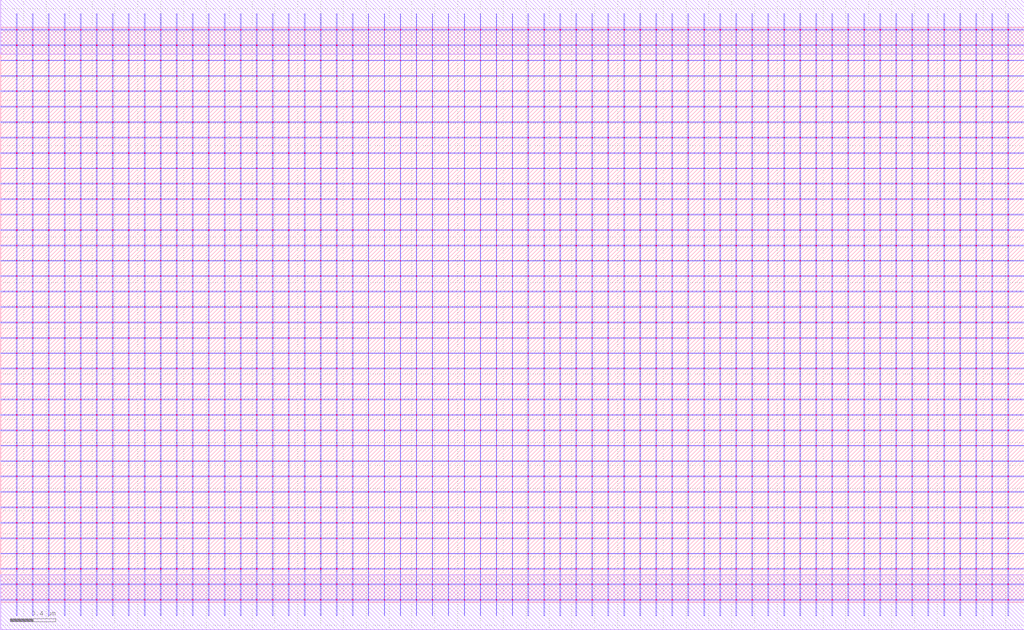
<source format=lef>
MACRO VANBERKEL1991_DEBUG
 CLASS CORE ;
 FOREIGN VANBERKEL1991_DEBUG 0 0 ;
 SIZE 8.96 BY 5.04 ;
 ORIGIN 0 0 ;
 SYMMETRY X Y R90 ;
 SITE unit ;

 OBS
    LAYER polycont ;
     RECT 1.11600000 2.58300000 1.12400000 2.59100000 ;
     RECT 2.23600000 2.58300000 2.24400000 2.59100000 ;
     RECT 3.35600000 2.58300000 3.36400000 2.59100000 ;
     RECT 5.59600000 2.58300000 5.60400000 2.59100000 ;
     RECT 6.71600000 2.58300000 6.72400000 2.59100000 ;
     RECT 7.83600000 2.58300000 7.84400000 2.59100000 ;
     RECT 1.11600000 2.98800000 1.12400000 2.99600000 ;
     RECT 2.23600000 2.98800000 2.24400000 2.99600000 ;
     RECT 3.35600000 2.98800000 3.36400000 2.99600000 ;
     RECT 5.59600000 2.98800000 5.60400000 2.99600000 ;
     RECT 6.71600000 2.98800000 6.72400000 2.99600000 ;
     RECT 7.83600000 2.98800000 7.84400000 2.99600000 ;

    LAYER pdiffc ;
     RECT 0.41600000 3.39300000 0.42400000 3.40100000 ;
     RECT 4.05600000 3.39300000 4.06400000 3.40100000 ;
     RECT 4.89600000 3.39300000 4.90400000 3.40100000 ;
     RECT 8.53600000 3.39300000 8.54400000 3.40100000 ;
     RECT 0.41600000 3.52800000 0.42400000 3.53600000 ;
     RECT 4.05600000 3.52800000 4.06400000 3.53600000 ;
     RECT 4.89600000 3.52800000 4.90400000 3.53600000 ;
     RECT 8.53600000 3.52800000 8.54400000 3.53600000 ;
     RECT 0.41600000 3.66300000 0.42400000 3.67100000 ;
     RECT 4.05600000 3.66300000 4.06400000 3.67100000 ;
     RECT 4.89600000 3.66300000 4.90400000 3.67100000 ;
     RECT 8.53600000 3.66300000 8.54400000 3.67100000 ;
     RECT 0.41600000 3.79800000 0.42400000 3.80600000 ;
     RECT 4.05600000 3.79800000 4.06400000 3.80600000 ;
     RECT 4.89600000 3.79800000 4.90400000 3.80600000 ;
     RECT 8.53600000 3.79800000 8.54400000 3.80600000 ;
     RECT 0.41600000 3.93300000 0.42400000 3.94100000 ;
     RECT 4.05600000 3.93300000 4.06400000 3.94100000 ;
     RECT 4.89600000 3.93300000 4.90400000 3.94100000 ;
     RECT 8.53600000 3.93300000 8.54400000 3.94100000 ;
     RECT 0.41600000 4.06800000 0.42400000 4.07600000 ;
     RECT 4.05600000 4.06800000 4.06400000 4.07600000 ;
     RECT 4.89600000 4.06800000 4.90400000 4.07600000 ;
     RECT 8.53600000 4.06800000 8.54400000 4.07600000 ;
     RECT 0.41600000 4.20300000 0.42400000 4.21100000 ;
     RECT 4.05600000 4.20300000 4.06400000 4.21100000 ;
     RECT 4.89600000 4.20300000 4.90400000 4.21100000 ;
     RECT 8.53600000 4.20300000 8.54400000 4.21100000 ;
     RECT 0.41600000 4.33800000 0.42400000 4.34600000 ;
     RECT 4.05600000 4.33800000 4.06400000 4.34600000 ;
     RECT 4.89600000 4.33800000 4.90400000 4.34600000 ;
     RECT 8.53600000 4.33800000 8.54400000 4.34600000 ;
     RECT 0.41600000 4.47300000 0.42400000 4.48100000 ;
     RECT 4.05600000 4.47300000 4.06400000 4.48100000 ;
     RECT 4.89600000 4.47300000 4.90400000 4.48100000 ;
     RECT 8.53600000 4.47300000 8.54400000 4.48100000 ;
     RECT 0.41600000 4.60800000 0.42400000 4.61600000 ;
     RECT 4.05600000 4.60800000 4.06400000 4.61600000 ;
     RECT 4.89600000 4.60800000 4.90400000 4.61600000 ;
     RECT 8.53600000 4.60800000 8.54400000 4.61600000 ;

    LAYER ndiffc ;
     RECT 4.89600000 0.42300000 4.90400000 0.43100000 ;
     RECT 5.03600000 0.42300000 5.04400000 0.43100000 ;
     RECT 6.15600000 0.42300000 6.16400000 0.43100000 ;
     RECT 7.27600000 0.42300000 7.28400000 0.43100000 ;
     RECT 8.39600000 0.42300000 8.40400000 0.43100000 ;
     RECT 8.53600000 0.42300000 8.54400000 0.43100000 ;
     RECT 4.89600000 0.55800000 4.90400000 0.56600000 ;
     RECT 5.03600000 0.55800000 5.04400000 0.56600000 ;
     RECT 6.15600000 0.55800000 6.16400000 0.56600000 ;
     RECT 7.27600000 0.55800000 7.28400000 0.56600000 ;
     RECT 8.39600000 0.55800000 8.40400000 0.56600000 ;
     RECT 8.53600000 0.55800000 8.54400000 0.56600000 ;
     RECT 4.89600000 0.69300000 4.90400000 0.70100000 ;
     RECT 5.03600000 0.69300000 5.04400000 0.70100000 ;
     RECT 6.15600000 0.69300000 6.16400000 0.70100000 ;
     RECT 7.27600000 0.69300000 7.28400000 0.70100000 ;
     RECT 8.39600000 0.69300000 8.40400000 0.70100000 ;
     RECT 8.53600000 0.69300000 8.54400000 0.70100000 ;
     RECT 4.89600000 0.82800000 4.90400000 0.83600000 ;
     RECT 5.03600000 0.82800000 5.04400000 0.83600000 ;
     RECT 6.15600000 0.82800000 6.16400000 0.83600000 ;
     RECT 7.27600000 0.82800000 7.28400000 0.83600000 ;
     RECT 8.39600000 0.82800000 8.40400000 0.83600000 ;
     RECT 8.53600000 0.82800000 8.54400000 0.83600000 ;
     RECT 4.89600000 0.96300000 4.90400000 0.97100000 ;
     RECT 5.03600000 0.96300000 5.04400000 0.97100000 ;
     RECT 6.15600000 0.96300000 6.16400000 0.97100000 ;
     RECT 7.27600000 0.96300000 7.28400000 0.97100000 ;
     RECT 8.39600000 0.96300000 8.40400000 0.97100000 ;
     RECT 8.53600000 0.96300000 8.54400000 0.97100000 ;
     RECT 4.89600000 1.09800000 4.90400000 1.10600000 ;
     RECT 5.03600000 1.09800000 5.04400000 1.10600000 ;
     RECT 6.15600000 1.09800000 6.16400000 1.10600000 ;
     RECT 7.27600000 1.09800000 7.28400000 1.10600000 ;
     RECT 8.39600000 1.09800000 8.40400000 1.10600000 ;
     RECT 8.53600000 1.09800000 8.54400000 1.10600000 ;
     RECT 4.89600000 1.23300000 4.90400000 1.24100000 ;
     RECT 5.03600000 1.23300000 5.04400000 1.24100000 ;
     RECT 6.15600000 1.23300000 6.16400000 1.24100000 ;
     RECT 7.27600000 1.23300000 7.28400000 1.24100000 ;
     RECT 8.39600000 1.23300000 8.40400000 1.24100000 ;
     RECT 8.53600000 1.23300000 8.54400000 1.24100000 ;
     RECT 4.89600000 1.36800000 4.90400000 1.37600000 ;
     RECT 5.03600000 1.36800000 5.04400000 1.37600000 ;
     RECT 6.15600000 1.36800000 6.16400000 1.37600000 ;
     RECT 7.27600000 1.36800000 7.28400000 1.37600000 ;
     RECT 8.39600000 1.36800000 8.40400000 1.37600000 ;
     RECT 8.53600000 1.36800000 8.54400000 1.37600000 ;
     RECT 4.89600000 1.50300000 4.90400000 1.51100000 ;
     RECT 5.03600000 1.50300000 5.04400000 1.51100000 ;
     RECT 6.15600000 1.50300000 6.16400000 1.51100000 ;
     RECT 7.27600000 1.50300000 7.28400000 1.51100000 ;
     RECT 8.39600000 1.50300000 8.40400000 1.51100000 ;
     RECT 8.53600000 1.50300000 8.54400000 1.51100000 ;
     RECT 4.89600000 1.63800000 4.90400000 1.64600000 ;
     RECT 5.03600000 1.63800000 5.04400000 1.64600000 ;
     RECT 6.15600000 1.63800000 6.16400000 1.64600000 ;
     RECT 7.27600000 1.63800000 7.28400000 1.64600000 ;
     RECT 8.39600000 1.63800000 8.40400000 1.64600000 ;
     RECT 8.53600000 1.63800000 8.54400000 1.64600000 ;
     RECT 4.89600000 1.77300000 4.90400000 1.78100000 ;
     RECT 5.03600000 1.77300000 5.04400000 1.78100000 ;
     RECT 6.15600000 1.77300000 6.16400000 1.78100000 ;
     RECT 7.27600000 1.77300000 7.28400000 1.78100000 ;
     RECT 8.39600000 1.77300000 8.40400000 1.78100000 ;
     RECT 8.53600000 1.77300000 8.54400000 1.78100000 ;
     RECT 4.89600000 1.90800000 4.90400000 1.91600000 ;
     RECT 5.03600000 1.90800000 5.04400000 1.91600000 ;
     RECT 6.15600000 1.90800000 6.16400000 1.91600000 ;
     RECT 7.27600000 1.90800000 7.28400000 1.91600000 ;
     RECT 8.39600000 1.90800000 8.40400000 1.91600000 ;
     RECT 8.53600000 1.90800000 8.54400000 1.91600000 ;
     RECT 4.89600000 2.04300000 4.90400000 2.05100000 ;
     RECT 5.03600000 2.04300000 5.04400000 2.05100000 ;
     RECT 6.15600000 2.04300000 6.16400000 2.05100000 ;
     RECT 7.27600000 2.04300000 7.28400000 2.05100000 ;
     RECT 8.39600000 2.04300000 8.40400000 2.05100000 ;
     RECT 8.53600000 2.04300000 8.54400000 2.05100000 ;
     RECT 0.41600000 0.82800000 0.42400000 0.83600000 ;
     RECT 0.55600000 0.82800000 0.56400000 0.83600000 ;
     RECT 1.67600000 0.82800000 1.68400000 0.83600000 ;
     RECT 2.79600000 0.82800000 2.80400000 0.83600000 ;
     RECT 3.91600000 0.82800000 3.92400000 0.83600000 ;
     RECT 4.05600000 0.82800000 4.06400000 0.83600000 ;
     RECT 0.41600000 1.36800000 0.42400000 1.37600000 ;
     RECT 0.55600000 1.36800000 0.56400000 1.37600000 ;
     RECT 1.67600000 1.36800000 1.68400000 1.37600000 ;
     RECT 2.79600000 1.36800000 2.80400000 1.37600000 ;
     RECT 3.91600000 1.36800000 3.92400000 1.37600000 ;
     RECT 4.05600000 1.36800000 4.06400000 1.37600000 ;
     RECT 0.41600000 0.42300000 0.42400000 0.43100000 ;
     RECT 0.55600000 0.42300000 0.56400000 0.43100000 ;
     RECT 1.67600000 0.42300000 1.68400000 0.43100000 ;
     RECT 2.79600000 0.42300000 2.80400000 0.43100000 ;
     RECT 3.91600000 0.42300000 3.92400000 0.43100000 ;
     RECT 4.05600000 0.42300000 4.06400000 0.43100000 ;
     RECT 0.41600000 1.50300000 0.42400000 1.51100000 ;
     RECT 0.55600000 1.50300000 0.56400000 1.51100000 ;
     RECT 1.67600000 1.50300000 1.68400000 1.51100000 ;
     RECT 2.79600000 1.50300000 2.80400000 1.51100000 ;
     RECT 3.91600000 1.50300000 3.92400000 1.51100000 ;
     RECT 4.05600000 1.50300000 4.06400000 1.51100000 ;
     RECT 0.41600000 0.96300000 0.42400000 0.97100000 ;
     RECT 0.55600000 0.96300000 0.56400000 0.97100000 ;
     RECT 1.67600000 0.96300000 1.68400000 0.97100000 ;
     RECT 2.79600000 0.96300000 2.80400000 0.97100000 ;
     RECT 3.91600000 0.96300000 3.92400000 0.97100000 ;
     RECT 4.05600000 0.96300000 4.06400000 0.97100000 ;
     RECT 0.41600000 1.63800000 0.42400000 1.64600000 ;
     RECT 0.55600000 1.63800000 0.56400000 1.64600000 ;
     RECT 1.67600000 1.63800000 1.68400000 1.64600000 ;
     RECT 2.79600000 1.63800000 2.80400000 1.64600000 ;
     RECT 3.91600000 1.63800000 3.92400000 1.64600000 ;
     RECT 4.05600000 1.63800000 4.06400000 1.64600000 ;
     RECT 0.41600000 0.69300000 0.42400000 0.70100000 ;
     RECT 0.55600000 0.69300000 0.56400000 0.70100000 ;
     RECT 1.67600000 0.69300000 1.68400000 0.70100000 ;
     RECT 2.79600000 0.69300000 2.80400000 0.70100000 ;
     RECT 3.91600000 0.69300000 3.92400000 0.70100000 ;
     RECT 4.05600000 0.69300000 4.06400000 0.70100000 ;
     RECT 0.41600000 1.77300000 0.42400000 1.78100000 ;
     RECT 0.55600000 1.77300000 0.56400000 1.78100000 ;
     RECT 1.67600000 1.77300000 1.68400000 1.78100000 ;
     RECT 2.79600000 1.77300000 2.80400000 1.78100000 ;
     RECT 3.91600000 1.77300000 3.92400000 1.78100000 ;
     RECT 4.05600000 1.77300000 4.06400000 1.78100000 ;
     RECT 0.41600000 1.09800000 0.42400000 1.10600000 ;
     RECT 0.55600000 1.09800000 0.56400000 1.10600000 ;
     RECT 1.67600000 1.09800000 1.68400000 1.10600000 ;
     RECT 2.79600000 1.09800000 2.80400000 1.10600000 ;
     RECT 3.91600000 1.09800000 3.92400000 1.10600000 ;
     RECT 4.05600000 1.09800000 4.06400000 1.10600000 ;
     RECT 0.41600000 1.90800000 0.42400000 1.91600000 ;
     RECT 0.55600000 1.90800000 0.56400000 1.91600000 ;
     RECT 1.67600000 1.90800000 1.68400000 1.91600000 ;
     RECT 2.79600000 1.90800000 2.80400000 1.91600000 ;
     RECT 3.91600000 1.90800000 3.92400000 1.91600000 ;
     RECT 4.05600000 1.90800000 4.06400000 1.91600000 ;
     RECT 0.41600000 0.55800000 0.42400000 0.56600000 ;
     RECT 0.55600000 0.55800000 0.56400000 0.56600000 ;
     RECT 1.67600000 0.55800000 1.68400000 0.56600000 ;
     RECT 2.79600000 0.55800000 2.80400000 0.56600000 ;
     RECT 3.91600000 0.55800000 3.92400000 0.56600000 ;
     RECT 4.05600000 0.55800000 4.06400000 0.56600000 ;
     RECT 0.41600000 2.04300000 0.42400000 2.05100000 ;
     RECT 0.55600000 2.04300000 0.56400000 2.05100000 ;
     RECT 1.67600000 2.04300000 1.68400000 2.05100000 ;
     RECT 2.79600000 2.04300000 2.80400000 2.05100000 ;
     RECT 3.91600000 2.04300000 3.92400000 2.05100000 ;
     RECT 4.05600000 2.04300000 4.06400000 2.05100000 ;
     RECT 0.41600000 1.23300000 0.42400000 1.24100000 ;
     RECT 0.55600000 1.23300000 0.56400000 1.24100000 ;
     RECT 1.67600000 1.23300000 1.68400000 1.24100000 ;
     RECT 2.79600000 1.23300000 2.80400000 1.24100000 ;
     RECT 3.91600000 1.23300000 3.92400000 1.24100000 ;
     RECT 4.05600000 1.23300000 4.06400000 1.24100000 ;

    LAYER met1 ;
     RECT 0.00000000 -0.24000000 8.96000000 0.24000000 ;
     RECT 4.47600000 0.24000000 4.48400000 0.28800000 ;
     RECT 0.02500000 0.28800000 8.93500000 0.29600000 ;
     RECT 4.47600000 0.29600000 4.48400000 0.42300000 ;
     RECT 0.02500000 0.42300000 8.93500000 0.43100000 ;
     RECT 4.47600000 0.43100000 4.48400000 0.55800000 ;
     RECT 0.02500000 0.55800000 8.93500000 0.56600000 ;
     RECT 4.47600000 0.56600000 4.48400000 0.69300000 ;
     RECT 0.02500000 0.69300000 8.93500000 0.70100000 ;
     RECT 4.47600000 0.70100000 4.48400000 0.82800000 ;
     RECT 0.02500000 0.82800000 8.93500000 0.83600000 ;
     RECT 4.47600000 0.83600000 4.48400000 0.96300000 ;
     RECT 0.02500000 0.96300000 8.93500000 0.97100000 ;
     RECT 4.47600000 0.97100000 4.48400000 1.09800000 ;
     RECT 0.02500000 1.09800000 8.93500000 1.10600000 ;
     RECT 4.47600000 1.10600000 4.48400000 1.23300000 ;
     RECT 0.02500000 1.23300000 8.93500000 1.24100000 ;
     RECT 4.47600000 1.24100000 4.48400000 1.36800000 ;
     RECT 0.02500000 1.36800000 8.93500000 1.37600000 ;
     RECT 4.47600000 1.37600000 4.48400000 1.50300000 ;
     RECT 0.02500000 1.50300000 8.93500000 1.51100000 ;
     RECT 4.47600000 1.51100000 4.48400000 1.63800000 ;
     RECT 0.02500000 1.63800000 8.93500000 1.64600000 ;
     RECT 4.47600000 1.64600000 4.48400000 1.77300000 ;
     RECT 0.02500000 1.77300000 8.93500000 1.78100000 ;
     RECT 4.47600000 1.78100000 4.48400000 1.90800000 ;
     RECT 0.02500000 1.90800000 8.93500000 1.91600000 ;
     RECT 4.47600000 1.91600000 4.48400000 2.04300000 ;
     RECT 0.02500000 2.04300000 8.93500000 2.05100000 ;
     RECT 4.47600000 2.05100000 4.48400000 2.17800000 ;
     RECT 0.02500000 2.17800000 8.93500000 2.18600000 ;
     RECT 4.47600000 2.18600000 4.48400000 2.31300000 ;
     RECT 0.02500000 2.31300000 8.93500000 2.32100000 ;
     RECT 4.47600000 2.32100000 4.48400000 2.44800000 ;
     RECT 0.02500000 2.44800000 8.93500000 2.45600000 ;
     RECT 0.13600000 2.45600000 0.14400000 2.58300000 ;
     RECT 0.27600000 2.45600000 0.28400000 2.58300000 ;
     RECT 0.41600000 2.45600000 0.42400000 2.58300000 ;
     RECT 0.55600000 2.45600000 0.56400000 2.58300000 ;
     RECT 0.69600000 2.45600000 0.70400000 2.58300000 ;
     RECT 0.83600000 2.45600000 0.84400000 2.58300000 ;
     RECT 0.97600000 2.45600000 0.98400000 2.58300000 ;
     RECT 1.11600000 2.45600000 1.12400000 2.58300000 ;
     RECT 1.25600000 2.45600000 1.26400000 2.58300000 ;
     RECT 1.39600000 2.45600000 1.40400000 2.58300000 ;
     RECT 1.53600000 2.45600000 1.54400000 2.58300000 ;
     RECT 1.67600000 2.45600000 1.68400000 2.58300000 ;
     RECT 1.81600000 2.45600000 1.82400000 2.58300000 ;
     RECT 1.95600000 2.45600000 1.96400000 2.58300000 ;
     RECT 2.09600000 2.45600000 2.10400000 2.58300000 ;
     RECT 2.23600000 2.45600000 2.24400000 2.58300000 ;
     RECT 2.37600000 2.45600000 2.38400000 2.58300000 ;
     RECT 2.51600000 2.45600000 2.52400000 2.58300000 ;
     RECT 2.65600000 2.45600000 2.66400000 2.58300000 ;
     RECT 2.79600000 2.45600000 2.80400000 2.58300000 ;
     RECT 2.93600000 2.45600000 2.94400000 2.58300000 ;
     RECT 3.07600000 2.45600000 3.08400000 2.58300000 ;
     RECT 3.21600000 2.45600000 3.22400000 2.58300000 ;
     RECT 3.35600000 2.45600000 3.36400000 2.58300000 ;
     RECT 3.49600000 2.45600000 3.50400000 2.58300000 ;
     RECT 3.63600000 2.45600000 3.64400000 2.58300000 ;
     RECT 3.77600000 2.45600000 3.78400000 2.58300000 ;
     RECT 3.91600000 2.45600000 3.92400000 2.58300000 ;
     RECT 4.05600000 2.45600000 4.06400000 2.58300000 ;
     RECT 4.19600000 2.45600000 4.20400000 2.58300000 ;
     RECT 4.33600000 2.45600000 4.34400000 2.58300000 ;
     RECT 4.47600000 2.45600000 4.48400000 2.58300000 ;
     RECT 4.61600000 2.45600000 4.62400000 2.58300000 ;
     RECT 4.75600000 2.45600000 4.76400000 2.58300000 ;
     RECT 4.89600000 2.45600000 4.90400000 2.58300000 ;
     RECT 5.03600000 2.45600000 5.04400000 2.58300000 ;
     RECT 5.17600000 2.45600000 5.18400000 2.58300000 ;
     RECT 5.31600000 2.45600000 5.32400000 2.58300000 ;
     RECT 5.45600000 2.45600000 5.46400000 2.58300000 ;
     RECT 5.59600000 2.45600000 5.60400000 2.58300000 ;
     RECT 5.73600000 2.45600000 5.74400000 2.58300000 ;
     RECT 5.87600000 2.45600000 5.88400000 2.58300000 ;
     RECT 6.01600000 2.45600000 6.02400000 2.58300000 ;
     RECT 6.15600000 2.45600000 6.16400000 2.58300000 ;
     RECT 6.29600000 2.45600000 6.30400000 2.58300000 ;
     RECT 6.43600000 2.45600000 6.44400000 2.58300000 ;
     RECT 6.57600000 2.45600000 6.58400000 2.58300000 ;
     RECT 6.71600000 2.45600000 6.72400000 2.58300000 ;
     RECT 6.85600000 2.45600000 6.86400000 2.58300000 ;
     RECT 6.99600000 2.45600000 7.00400000 2.58300000 ;
     RECT 7.13600000 2.45600000 7.14400000 2.58300000 ;
     RECT 7.27600000 2.45600000 7.28400000 2.58300000 ;
     RECT 7.41600000 2.45600000 7.42400000 2.58300000 ;
     RECT 7.55600000 2.45600000 7.56400000 2.58300000 ;
     RECT 7.69600000 2.45600000 7.70400000 2.58300000 ;
     RECT 7.83600000 2.45600000 7.84400000 2.58300000 ;
     RECT 7.97600000 2.45600000 7.98400000 2.58300000 ;
     RECT 8.11600000 2.45600000 8.12400000 2.58300000 ;
     RECT 8.25600000 2.45600000 8.26400000 2.58300000 ;
     RECT 8.39600000 2.45600000 8.40400000 2.58300000 ;
     RECT 8.53600000 2.45600000 8.54400000 2.58300000 ;
     RECT 8.67600000 2.45600000 8.68400000 2.58300000 ;
     RECT 8.81600000 2.45600000 8.82400000 2.58300000 ;
     RECT 0.02500000 2.58300000 8.93500000 2.59100000 ;
     RECT 4.47600000 2.59100000 4.48400000 2.71800000 ;
     RECT 0.02500000 2.71800000 8.93500000 2.72600000 ;
     RECT 4.47600000 2.72600000 4.48400000 2.85300000 ;
     RECT 0.02500000 2.85300000 8.93500000 2.86100000 ;
     RECT 4.47600000 2.86100000 4.48400000 2.98800000 ;
     RECT 0.02500000 2.98800000 8.93500000 2.99600000 ;
     RECT 4.47600000 2.99600000 4.48400000 3.12300000 ;
     RECT 0.02500000 3.12300000 8.93500000 3.13100000 ;
     RECT 4.47600000 3.13100000 4.48400000 3.25800000 ;
     RECT 0.02500000 3.25800000 8.93500000 3.26600000 ;
     RECT 4.47600000 3.26600000 4.48400000 3.39300000 ;
     RECT 0.02500000 3.39300000 8.93500000 3.40100000 ;
     RECT 4.47600000 3.40100000 4.48400000 3.52800000 ;
     RECT 0.02500000 3.52800000 8.93500000 3.53600000 ;
     RECT 4.47600000 3.53600000 4.48400000 3.66300000 ;
     RECT 0.02500000 3.66300000 8.93500000 3.67100000 ;
     RECT 4.47600000 3.67100000 4.48400000 3.79800000 ;
     RECT 0.02500000 3.79800000 8.93500000 3.80600000 ;
     RECT 4.47600000 3.80600000 4.48400000 3.93300000 ;
     RECT 0.02500000 3.93300000 8.93500000 3.94100000 ;
     RECT 4.47600000 3.94100000 4.48400000 4.06800000 ;
     RECT 0.02500000 4.06800000 8.93500000 4.07600000 ;
     RECT 4.47600000 4.07600000 4.48400000 4.20300000 ;
     RECT 0.02500000 4.20300000 8.93500000 4.21100000 ;
     RECT 4.47600000 4.21100000 4.48400000 4.33800000 ;
     RECT 0.02500000 4.33800000 8.93500000 4.34600000 ;
     RECT 4.47600000 4.34600000 4.48400000 4.47300000 ;
     RECT 0.02500000 4.47300000 8.93500000 4.48100000 ;
     RECT 4.47600000 4.48100000 4.48400000 4.60800000 ;
     RECT 0.02500000 4.60800000 8.93500000 4.61600000 ;
     RECT 4.47600000 4.61600000 4.48400000 4.74300000 ;
     RECT 0.02500000 4.74300000 8.93500000 4.75100000 ;
     RECT 4.47600000 4.75100000 4.48400000 4.80000000 ;
     RECT 0.00000000 4.80000000 8.96000000 5.28000000 ;
     RECT 6.71600000 2.72600000 6.72400000 2.85300000 ;
     RECT 6.71600000 2.86100000 6.72400000 2.98800000 ;
     RECT 6.71600000 2.99600000 6.72400000 3.12300000 ;
     RECT 6.71600000 3.13100000 6.72400000 3.25800000 ;
     RECT 6.71600000 3.26600000 6.72400000 3.39300000 ;
     RECT 6.71600000 3.40100000 6.72400000 3.52800000 ;
     RECT 6.71600000 3.53600000 6.72400000 3.66300000 ;
     RECT 6.71600000 2.59100000 6.72400000 2.71800000 ;
     RECT 6.71600000 3.67100000 6.72400000 3.79800000 ;
     RECT 4.61600000 3.80600000 4.62400000 3.93300000 ;
     RECT 4.75600000 3.80600000 4.76400000 3.93300000 ;
     RECT 4.89600000 3.80600000 4.90400000 3.93300000 ;
     RECT 5.03600000 3.80600000 5.04400000 3.93300000 ;
     RECT 5.17600000 3.80600000 5.18400000 3.93300000 ;
     RECT 5.31600000 3.80600000 5.32400000 3.93300000 ;
     RECT 5.45600000 3.80600000 5.46400000 3.93300000 ;
     RECT 5.59600000 3.80600000 5.60400000 3.93300000 ;
     RECT 5.73600000 3.80600000 5.74400000 3.93300000 ;
     RECT 5.87600000 3.80600000 5.88400000 3.93300000 ;
     RECT 6.01600000 3.80600000 6.02400000 3.93300000 ;
     RECT 6.15600000 3.80600000 6.16400000 3.93300000 ;
     RECT 6.29600000 3.80600000 6.30400000 3.93300000 ;
     RECT 6.43600000 3.80600000 6.44400000 3.93300000 ;
     RECT 6.57600000 3.80600000 6.58400000 3.93300000 ;
     RECT 6.71600000 3.80600000 6.72400000 3.93300000 ;
     RECT 6.85600000 3.80600000 6.86400000 3.93300000 ;
     RECT 6.99600000 3.80600000 7.00400000 3.93300000 ;
     RECT 7.13600000 3.80600000 7.14400000 3.93300000 ;
     RECT 7.27600000 3.80600000 7.28400000 3.93300000 ;
     RECT 7.41600000 3.80600000 7.42400000 3.93300000 ;
     RECT 7.55600000 3.80600000 7.56400000 3.93300000 ;
     RECT 7.69600000 3.80600000 7.70400000 3.93300000 ;
     RECT 7.83600000 3.80600000 7.84400000 3.93300000 ;
     RECT 7.97600000 3.80600000 7.98400000 3.93300000 ;
     RECT 8.11600000 3.80600000 8.12400000 3.93300000 ;
     RECT 8.25600000 3.80600000 8.26400000 3.93300000 ;
     RECT 8.39600000 3.80600000 8.40400000 3.93300000 ;
     RECT 8.53600000 3.80600000 8.54400000 3.93300000 ;
     RECT 8.67600000 3.80600000 8.68400000 3.93300000 ;
     RECT 8.81600000 3.80600000 8.82400000 3.93300000 ;
     RECT 6.71600000 3.94100000 6.72400000 4.06800000 ;
     RECT 6.71600000 4.07600000 6.72400000 4.20300000 ;
     RECT 6.71600000 4.21100000 6.72400000 4.33800000 ;
     RECT 6.71600000 4.34600000 6.72400000 4.47300000 ;
     RECT 6.71600000 4.48100000 6.72400000 4.60800000 ;
     RECT 6.71600000 4.61600000 6.72400000 4.74300000 ;
     RECT 6.71600000 4.75100000 6.72400000 4.80000000 ;
     RECT 7.83600000 3.94100000 7.84400000 4.06800000 ;
     RECT 7.83600000 4.07600000 7.84400000 4.20300000 ;
     RECT 7.83600000 4.21100000 7.84400000 4.33800000 ;
     RECT 7.83600000 4.34600000 7.84400000 4.47300000 ;
     RECT 6.85600000 4.48100000 6.86400000 4.60800000 ;
     RECT 6.99600000 4.48100000 7.00400000 4.60800000 ;
     RECT 7.13600000 4.48100000 7.14400000 4.60800000 ;
     RECT 7.27600000 4.48100000 7.28400000 4.60800000 ;
     RECT 7.41600000 4.48100000 7.42400000 4.60800000 ;
     RECT 7.55600000 4.48100000 7.56400000 4.60800000 ;
     RECT 7.69600000 4.48100000 7.70400000 4.60800000 ;
     RECT 7.83600000 4.48100000 7.84400000 4.60800000 ;
     RECT 7.97600000 4.48100000 7.98400000 4.60800000 ;
     RECT 8.11600000 4.48100000 8.12400000 4.60800000 ;
     RECT 8.25600000 4.48100000 8.26400000 4.60800000 ;
     RECT 8.39600000 4.48100000 8.40400000 4.60800000 ;
     RECT 8.53600000 4.48100000 8.54400000 4.60800000 ;
     RECT 8.67600000 4.48100000 8.68400000 4.60800000 ;
     RECT 8.81600000 4.48100000 8.82400000 4.60800000 ;
     RECT 7.83600000 4.61600000 7.84400000 4.74300000 ;
     RECT 7.83600000 4.75100000 7.84400000 4.80000000 ;
     RECT 8.11600000 4.61600000 8.12400000 4.74300000 ;
     RECT 8.25600000 4.61600000 8.26400000 4.74300000 ;
     RECT 8.39600000 4.61600000 8.40400000 4.74300000 ;
     RECT 8.53600000 4.61600000 8.54400000 4.74300000 ;
     RECT 8.67600000 4.61600000 8.68400000 4.74300000 ;
     RECT 8.81600000 4.61600000 8.82400000 4.74300000 ;
     RECT 7.97600000 4.61600000 7.98400000 4.74300000 ;
     RECT 7.97600000 4.75100000 7.98400000 4.80000000 ;
     RECT 8.11600000 4.75100000 8.12400000 4.80000000 ;
     RECT 8.25600000 4.75100000 8.26400000 4.80000000 ;
     RECT 8.39600000 4.75100000 8.40400000 4.80000000 ;
     RECT 8.53600000 4.75100000 8.54400000 4.80000000 ;
     RECT 8.67600000 4.75100000 8.68400000 4.80000000 ;
     RECT 8.81600000 4.75100000 8.82400000 4.80000000 ;
     RECT 6.99600000 4.75100000 7.00400000 4.80000000 ;
     RECT 7.13600000 4.75100000 7.14400000 4.80000000 ;
     RECT 7.27600000 4.75100000 7.28400000 4.80000000 ;
     RECT 7.41600000 4.75100000 7.42400000 4.80000000 ;
     RECT 7.55600000 4.75100000 7.56400000 4.80000000 ;
     RECT 7.69600000 4.75100000 7.70400000 4.80000000 ;
     RECT 6.99600000 4.61600000 7.00400000 4.74300000 ;
     RECT 7.13600000 4.61600000 7.14400000 4.74300000 ;
     RECT 7.27600000 4.61600000 7.28400000 4.74300000 ;
     RECT 7.41600000 4.61600000 7.42400000 4.74300000 ;
     RECT 7.55600000 4.61600000 7.56400000 4.74300000 ;
     RECT 7.69600000 4.61600000 7.70400000 4.74300000 ;
     RECT 6.85600000 4.61600000 6.86400000 4.74300000 ;
     RECT 6.85600000 4.75100000 6.86400000 4.80000000 ;
     RECT 6.99600000 4.34600000 7.00400000 4.47300000 ;
     RECT 7.13600000 4.34600000 7.14400000 4.47300000 ;
     RECT 7.27600000 4.34600000 7.28400000 4.47300000 ;
     RECT 7.41600000 4.34600000 7.42400000 4.47300000 ;
     RECT 7.55600000 4.34600000 7.56400000 4.47300000 ;
     RECT 7.69600000 4.34600000 7.70400000 4.47300000 ;
     RECT 6.85600000 4.07600000 6.86400000 4.20300000 ;
     RECT 7.27600000 3.94100000 7.28400000 4.06800000 ;
     RECT 6.99600000 4.07600000 7.00400000 4.20300000 ;
     RECT 7.13600000 4.07600000 7.14400000 4.20300000 ;
     RECT 7.27600000 4.07600000 7.28400000 4.20300000 ;
     RECT 7.41600000 4.07600000 7.42400000 4.20300000 ;
     RECT 7.55600000 3.94100000 7.56400000 4.06800000 ;
     RECT 7.55600000 4.07600000 7.56400000 4.20300000 ;
     RECT 7.69600000 4.07600000 7.70400000 4.20300000 ;
     RECT 7.69600000 3.94100000 7.70400000 4.06800000 ;
     RECT 6.99600000 3.94100000 7.00400000 4.06800000 ;
     RECT 6.85600000 4.21100000 6.86400000 4.33800000 ;
     RECT 6.99600000 4.21100000 7.00400000 4.33800000 ;
     RECT 7.13600000 4.21100000 7.14400000 4.33800000 ;
     RECT 7.27600000 4.21100000 7.28400000 4.33800000 ;
     RECT 7.41600000 4.21100000 7.42400000 4.33800000 ;
     RECT 7.55600000 4.21100000 7.56400000 4.33800000 ;
     RECT 7.69600000 4.21100000 7.70400000 4.33800000 ;
     RECT 7.41600000 3.94100000 7.42400000 4.06800000 ;
     RECT 6.85600000 3.94100000 6.86400000 4.06800000 ;
     RECT 7.13600000 3.94100000 7.14400000 4.06800000 ;
     RECT 6.85600000 4.34600000 6.86400000 4.47300000 ;
     RECT 8.67600000 3.94100000 8.68400000 4.06800000 ;
     RECT 7.97600000 4.34600000 7.98400000 4.47300000 ;
     RECT 8.11600000 4.34600000 8.12400000 4.47300000 ;
     RECT 8.25600000 4.34600000 8.26400000 4.47300000 ;
     RECT 8.39600000 4.34600000 8.40400000 4.47300000 ;
     RECT 8.53600000 4.34600000 8.54400000 4.47300000 ;
     RECT 8.67600000 4.34600000 8.68400000 4.47300000 ;
     RECT 8.81600000 4.34600000 8.82400000 4.47300000 ;
     RECT 8.81600000 3.94100000 8.82400000 4.06800000 ;
     RECT 7.97600000 3.94100000 7.98400000 4.06800000 ;
     RECT 8.11600000 3.94100000 8.12400000 4.06800000 ;
     RECT 7.97600000 4.07600000 7.98400000 4.20300000 ;
     RECT 8.11600000 4.07600000 8.12400000 4.20300000 ;
     RECT 7.97600000 4.21100000 7.98400000 4.33800000 ;
     RECT 8.11600000 4.21100000 8.12400000 4.33800000 ;
     RECT 8.25600000 4.21100000 8.26400000 4.33800000 ;
     RECT 8.39600000 4.21100000 8.40400000 4.33800000 ;
     RECT 8.53600000 4.21100000 8.54400000 4.33800000 ;
     RECT 8.67600000 4.21100000 8.68400000 4.33800000 ;
     RECT 8.81600000 4.21100000 8.82400000 4.33800000 ;
     RECT 8.25600000 4.07600000 8.26400000 4.20300000 ;
     RECT 8.39600000 4.07600000 8.40400000 4.20300000 ;
     RECT 8.53600000 4.07600000 8.54400000 4.20300000 ;
     RECT 8.67600000 4.07600000 8.68400000 4.20300000 ;
     RECT 8.81600000 4.07600000 8.82400000 4.20300000 ;
     RECT 8.25600000 3.94100000 8.26400000 4.06800000 ;
     RECT 8.39600000 3.94100000 8.40400000 4.06800000 ;
     RECT 8.53600000 3.94100000 8.54400000 4.06800000 ;
     RECT 5.59600000 3.94100000 5.60400000 4.06800000 ;
     RECT 4.61600000 4.48100000 4.62400000 4.60800000 ;
     RECT 4.75600000 4.48100000 4.76400000 4.60800000 ;
     RECT 4.89600000 4.48100000 4.90400000 4.60800000 ;
     RECT 5.03600000 4.48100000 5.04400000 4.60800000 ;
     RECT 5.17600000 4.48100000 5.18400000 4.60800000 ;
     RECT 5.31600000 4.48100000 5.32400000 4.60800000 ;
     RECT 5.45600000 4.48100000 5.46400000 4.60800000 ;
     RECT 5.59600000 4.48100000 5.60400000 4.60800000 ;
     RECT 5.73600000 4.48100000 5.74400000 4.60800000 ;
     RECT 5.87600000 4.48100000 5.88400000 4.60800000 ;
     RECT 6.01600000 4.48100000 6.02400000 4.60800000 ;
     RECT 6.15600000 4.48100000 6.16400000 4.60800000 ;
     RECT 6.29600000 4.48100000 6.30400000 4.60800000 ;
     RECT 6.43600000 4.48100000 6.44400000 4.60800000 ;
     RECT 6.57600000 4.48100000 6.58400000 4.60800000 ;
     RECT 5.59600000 4.21100000 5.60400000 4.33800000 ;
     RECT 5.59600000 4.61600000 5.60400000 4.74300000 ;
     RECT 5.59600000 4.07600000 5.60400000 4.20300000 ;
     RECT 5.59600000 4.75100000 5.60400000 4.80000000 ;
     RECT 5.59600000 4.34600000 5.60400000 4.47300000 ;
     RECT 6.15600000 4.61600000 6.16400000 4.74300000 ;
     RECT 6.29600000 4.61600000 6.30400000 4.74300000 ;
     RECT 6.43600000 4.61600000 6.44400000 4.74300000 ;
     RECT 6.57600000 4.61600000 6.58400000 4.74300000 ;
     RECT 5.73600000 4.61600000 5.74400000 4.74300000 ;
     RECT 5.87600000 4.61600000 5.88400000 4.74300000 ;
     RECT 5.73600000 4.75100000 5.74400000 4.80000000 ;
     RECT 5.87600000 4.75100000 5.88400000 4.80000000 ;
     RECT 6.01600000 4.75100000 6.02400000 4.80000000 ;
     RECT 6.15600000 4.75100000 6.16400000 4.80000000 ;
     RECT 6.29600000 4.75100000 6.30400000 4.80000000 ;
     RECT 6.43600000 4.75100000 6.44400000 4.80000000 ;
     RECT 6.57600000 4.75100000 6.58400000 4.80000000 ;
     RECT 6.01600000 4.61600000 6.02400000 4.74300000 ;
     RECT 4.89600000 4.75100000 4.90400000 4.80000000 ;
     RECT 5.03600000 4.75100000 5.04400000 4.80000000 ;
     RECT 5.17600000 4.75100000 5.18400000 4.80000000 ;
     RECT 5.31600000 4.75100000 5.32400000 4.80000000 ;
     RECT 5.45600000 4.75100000 5.46400000 4.80000000 ;
     RECT 4.89600000 4.61600000 4.90400000 4.74300000 ;
     RECT 5.03600000 4.61600000 5.04400000 4.74300000 ;
     RECT 5.17600000 4.61600000 5.18400000 4.74300000 ;
     RECT 5.31600000 4.61600000 5.32400000 4.74300000 ;
     RECT 5.45600000 4.61600000 5.46400000 4.74300000 ;
     RECT 4.61600000 4.61600000 4.62400000 4.74300000 ;
     RECT 4.75600000 4.61600000 4.76400000 4.74300000 ;
     RECT 4.61600000 4.75100000 4.62400000 4.80000000 ;
     RECT 4.75600000 4.75100000 4.76400000 4.80000000 ;
     RECT 4.89600000 3.94100000 4.90400000 4.06800000 ;
     RECT 4.61600000 4.34600000 4.62400000 4.47300000 ;
     RECT 4.75600000 4.34600000 4.76400000 4.47300000 ;
     RECT 4.89600000 4.34600000 4.90400000 4.47300000 ;
     RECT 5.03600000 4.21100000 5.04400000 4.33800000 ;
     RECT 5.17600000 4.21100000 5.18400000 4.33800000 ;
     RECT 5.31600000 4.21100000 5.32400000 4.33800000 ;
     RECT 5.45600000 4.21100000 5.46400000 4.33800000 ;
     RECT 4.75600000 4.21100000 4.76400000 4.33800000 ;
     RECT 4.75600000 4.07600000 4.76400000 4.20300000 ;
     RECT 4.89600000 4.07600000 4.90400000 4.20300000 ;
     RECT 5.03600000 4.07600000 5.04400000 4.20300000 ;
     RECT 4.61600000 3.94100000 4.62400000 4.06800000 ;
     RECT 4.61600000 4.07600000 4.62400000 4.20300000 ;
     RECT 4.61600000 4.21100000 4.62400000 4.33800000 ;
     RECT 5.17600000 4.07600000 5.18400000 4.20300000 ;
     RECT 5.31600000 4.07600000 5.32400000 4.20300000 ;
     RECT 5.45600000 4.07600000 5.46400000 4.20300000 ;
     RECT 4.89600000 4.21100000 4.90400000 4.33800000 ;
     RECT 5.03600000 4.34600000 5.04400000 4.47300000 ;
     RECT 5.17600000 4.34600000 5.18400000 4.47300000 ;
     RECT 5.31600000 4.34600000 5.32400000 4.47300000 ;
     RECT 5.45600000 4.34600000 5.46400000 4.47300000 ;
     RECT 4.75600000 3.94100000 4.76400000 4.06800000 ;
     RECT 5.03600000 3.94100000 5.04400000 4.06800000 ;
     RECT 5.17600000 3.94100000 5.18400000 4.06800000 ;
     RECT 5.31600000 3.94100000 5.32400000 4.06800000 ;
     RECT 5.45600000 3.94100000 5.46400000 4.06800000 ;
     RECT 6.57600000 3.94100000 6.58400000 4.06800000 ;
     RECT 5.73600000 3.94100000 5.74400000 4.06800000 ;
     RECT 5.87600000 3.94100000 5.88400000 4.06800000 ;
     RECT 6.01600000 3.94100000 6.02400000 4.06800000 ;
     RECT 6.15600000 3.94100000 6.16400000 4.06800000 ;
     RECT 5.73600000 4.21100000 5.74400000 4.33800000 ;
     RECT 5.73600000 4.07600000 5.74400000 4.20300000 ;
     RECT 5.87600000 4.07600000 5.88400000 4.20300000 ;
     RECT 6.01600000 4.07600000 6.02400000 4.20300000 ;
     RECT 6.15600000 4.07600000 6.16400000 4.20300000 ;
     RECT 6.29600000 4.07600000 6.30400000 4.20300000 ;
     RECT 6.43600000 4.07600000 6.44400000 4.20300000 ;
     RECT 6.57600000 4.07600000 6.58400000 4.20300000 ;
     RECT 5.87600000 4.21100000 5.88400000 4.33800000 ;
     RECT 6.01600000 4.21100000 6.02400000 4.33800000 ;
     RECT 6.15600000 4.21100000 6.16400000 4.33800000 ;
     RECT 6.29600000 4.21100000 6.30400000 4.33800000 ;
     RECT 5.73600000 4.34600000 5.74400000 4.47300000 ;
     RECT 5.87600000 4.34600000 5.88400000 4.47300000 ;
     RECT 6.01600000 4.34600000 6.02400000 4.47300000 ;
     RECT 6.15600000 4.34600000 6.16400000 4.47300000 ;
     RECT 6.29600000 4.34600000 6.30400000 4.47300000 ;
     RECT 6.43600000 4.34600000 6.44400000 4.47300000 ;
     RECT 6.57600000 4.34600000 6.58400000 4.47300000 ;
     RECT 6.43600000 4.21100000 6.44400000 4.33800000 ;
     RECT 6.57600000 4.21100000 6.58400000 4.33800000 ;
     RECT 6.29600000 3.94100000 6.30400000 4.06800000 ;
     RECT 6.43600000 3.94100000 6.44400000 4.06800000 ;
     RECT 5.59600000 2.72600000 5.60400000 2.85300000 ;
     RECT 5.59600000 3.67100000 5.60400000 3.79800000 ;
     RECT 5.59600000 2.86100000 5.60400000 2.98800000 ;
     RECT 5.59600000 2.99600000 5.60400000 3.12300000 ;
     RECT 5.59600000 2.59100000 5.60400000 2.71800000 ;
     RECT 4.61600000 3.13100000 4.62400000 3.25800000 ;
     RECT 4.75600000 3.13100000 4.76400000 3.25800000 ;
     RECT 4.89600000 3.13100000 4.90400000 3.25800000 ;
     RECT 5.03600000 3.13100000 5.04400000 3.25800000 ;
     RECT 5.17600000 3.13100000 5.18400000 3.25800000 ;
     RECT 5.31600000 3.13100000 5.32400000 3.25800000 ;
     RECT 5.45600000 3.13100000 5.46400000 3.25800000 ;
     RECT 5.59600000 3.13100000 5.60400000 3.25800000 ;
     RECT 5.73600000 3.13100000 5.74400000 3.25800000 ;
     RECT 5.87600000 3.13100000 5.88400000 3.25800000 ;
     RECT 6.01600000 3.13100000 6.02400000 3.25800000 ;
     RECT 6.15600000 3.13100000 6.16400000 3.25800000 ;
     RECT 6.29600000 3.13100000 6.30400000 3.25800000 ;
     RECT 6.43600000 3.13100000 6.44400000 3.25800000 ;
     RECT 6.57600000 3.13100000 6.58400000 3.25800000 ;
     RECT 5.59600000 3.26600000 5.60400000 3.39300000 ;
     RECT 5.59600000 3.40100000 5.60400000 3.52800000 ;
     RECT 5.59600000 3.53600000 5.60400000 3.66300000 ;
     RECT 5.73600000 3.67100000 5.74400000 3.79800000 ;
     RECT 5.87600000 3.67100000 5.88400000 3.79800000 ;
     RECT 6.01600000 3.67100000 6.02400000 3.79800000 ;
     RECT 6.15600000 3.67100000 6.16400000 3.79800000 ;
     RECT 6.29600000 3.67100000 6.30400000 3.79800000 ;
     RECT 5.73600000 3.26600000 5.74400000 3.39300000 ;
     RECT 5.87600000 3.26600000 5.88400000 3.39300000 ;
     RECT 6.01600000 3.26600000 6.02400000 3.39300000 ;
     RECT 6.15600000 3.26600000 6.16400000 3.39300000 ;
     RECT 6.29600000 3.26600000 6.30400000 3.39300000 ;
     RECT 6.43600000 3.26600000 6.44400000 3.39300000 ;
     RECT 6.57600000 3.26600000 6.58400000 3.39300000 ;
     RECT 6.43600000 3.67100000 6.44400000 3.79800000 ;
     RECT 5.73600000 3.40100000 5.74400000 3.52800000 ;
     RECT 5.87600000 3.40100000 5.88400000 3.52800000 ;
     RECT 6.01600000 3.40100000 6.02400000 3.52800000 ;
     RECT 6.15600000 3.40100000 6.16400000 3.52800000 ;
     RECT 6.29600000 3.40100000 6.30400000 3.52800000 ;
     RECT 6.43600000 3.40100000 6.44400000 3.52800000 ;
     RECT 6.57600000 3.40100000 6.58400000 3.52800000 ;
     RECT 6.57600000 3.67100000 6.58400000 3.79800000 ;
     RECT 5.73600000 3.53600000 5.74400000 3.66300000 ;
     RECT 5.87600000 3.53600000 5.88400000 3.66300000 ;
     RECT 6.01600000 3.53600000 6.02400000 3.66300000 ;
     RECT 6.15600000 3.53600000 6.16400000 3.66300000 ;
     RECT 6.29600000 3.53600000 6.30400000 3.66300000 ;
     RECT 6.43600000 3.53600000 6.44400000 3.66300000 ;
     RECT 6.57600000 3.53600000 6.58400000 3.66300000 ;
     RECT 4.89600000 3.40100000 4.90400000 3.52800000 ;
     RECT 5.03600000 3.40100000 5.04400000 3.52800000 ;
     RECT 5.17600000 3.40100000 5.18400000 3.52800000 ;
     RECT 5.31600000 3.40100000 5.32400000 3.52800000 ;
     RECT 5.45600000 3.40100000 5.46400000 3.52800000 ;
     RECT 4.75600000 3.26600000 4.76400000 3.39300000 ;
     RECT 4.89600000 3.26600000 4.90400000 3.39300000 ;
     RECT 5.03600000 3.26600000 5.04400000 3.39300000 ;
     RECT 5.17600000 3.26600000 5.18400000 3.39300000 ;
     RECT 5.31600000 3.26600000 5.32400000 3.39300000 ;
     RECT 5.45600000 3.26600000 5.46400000 3.39300000 ;
     RECT 5.31600000 3.67100000 5.32400000 3.79800000 ;
     RECT 5.45600000 3.67100000 5.46400000 3.79800000 ;
     RECT 4.61600000 3.53600000 4.62400000 3.66300000 ;
     RECT 4.75600000 3.53600000 4.76400000 3.66300000 ;
     RECT 4.89600000 3.53600000 4.90400000 3.66300000 ;
     RECT 5.03600000 3.53600000 5.04400000 3.66300000 ;
     RECT 5.17600000 3.53600000 5.18400000 3.66300000 ;
     RECT 5.31600000 3.53600000 5.32400000 3.66300000 ;
     RECT 5.45600000 3.53600000 5.46400000 3.66300000 ;
     RECT 4.61600000 3.67100000 4.62400000 3.79800000 ;
     RECT 4.75600000 3.67100000 4.76400000 3.79800000 ;
     RECT 4.89600000 3.67100000 4.90400000 3.79800000 ;
     RECT 5.03600000 3.67100000 5.04400000 3.79800000 ;
     RECT 5.17600000 3.67100000 5.18400000 3.79800000 ;
     RECT 4.61600000 3.26600000 4.62400000 3.39300000 ;
     RECT 4.61600000 3.40100000 4.62400000 3.52800000 ;
     RECT 4.75600000 3.40100000 4.76400000 3.52800000 ;
     RECT 4.89600000 2.99600000 4.90400000 3.12300000 ;
     RECT 5.03600000 2.99600000 5.04400000 3.12300000 ;
     RECT 5.03600000 2.72600000 5.04400000 2.85300000 ;
     RECT 5.17600000 2.99600000 5.18400000 3.12300000 ;
     RECT 5.31600000 2.99600000 5.32400000 3.12300000 ;
     RECT 5.45600000 2.99600000 5.46400000 3.12300000 ;
     RECT 4.89600000 2.59100000 4.90400000 2.71800000 ;
     RECT 4.89600000 2.72600000 4.90400000 2.85300000 ;
     RECT 5.45600000 2.59100000 5.46400000 2.71800000 ;
     RECT 5.03600000 2.59100000 5.04400000 2.71800000 ;
     RECT 5.31600000 2.72600000 5.32400000 2.85300000 ;
     RECT 4.61600000 2.86100000 4.62400000 2.98800000 ;
     RECT 4.75600000 2.86100000 4.76400000 2.98800000 ;
     RECT 4.89600000 2.86100000 4.90400000 2.98800000 ;
     RECT 5.03600000 2.86100000 5.04400000 2.98800000 ;
     RECT 5.17600000 2.86100000 5.18400000 2.98800000 ;
     RECT 5.31600000 2.86100000 5.32400000 2.98800000 ;
     RECT 5.45600000 2.86100000 5.46400000 2.98800000 ;
     RECT 4.61600000 2.72600000 4.62400000 2.85300000 ;
     RECT 5.17600000 2.72600000 5.18400000 2.85300000 ;
     RECT 4.75600000 2.72600000 4.76400000 2.85300000 ;
     RECT 5.17600000 2.59100000 5.18400000 2.71800000 ;
     RECT 5.31600000 2.59100000 5.32400000 2.71800000 ;
     RECT 4.61600000 2.59100000 4.62400000 2.71800000 ;
     RECT 4.61600000 2.99600000 4.62400000 3.12300000 ;
     RECT 4.75600000 2.99600000 4.76400000 3.12300000 ;
     RECT 5.45600000 2.72600000 5.46400000 2.85300000 ;
     RECT 4.75600000 2.59100000 4.76400000 2.71800000 ;
     RECT 6.29600000 2.99600000 6.30400000 3.12300000 ;
     RECT 6.43600000 2.99600000 6.44400000 3.12300000 ;
     RECT 6.57600000 2.99600000 6.58400000 3.12300000 ;
     RECT 6.15600000 2.86100000 6.16400000 2.98800000 ;
     RECT 6.29600000 2.86100000 6.30400000 2.98800000 ;
     RECT 6.43600000 2.86100000 6.44400000 2.98800000 ;
     RECT 6.57600000 2.86100000 6.58400000 2.98800000 ;
     RECT 6.01600000 2.72600000 6.02400000 2.85300000 ;
     RECT 6.15600000 2.72600000 6.16400000 2.85300000 ;
     RECT 6.29600000 2.59100000 6.30400000 2.71800000 ;
     RECT 6.43600000 2.59100000 6.44400000 2.71800000 ;
     RECT 6.29600000 2.72600000 6.30400000 2.85300000 ;
     RECT 6.43600000 2.72600000 6.44400000 2.85300000 ;
     RECT 6.57600000 2.72600000 6.58400000 2.85300000 ;
     RECT 6.57600000 2.59100000 6.58400000 2.71800000 ;
     RECT 5.73600000 2.72600000 5.74400000 2.85300000 ;
     RECT 5.87600000 2.72600000 5.88400000 2.85300000 ;
     RECT 5.73600000 2.86100000 5.74400000 2.98800000 ;
     RECT 6.01600000 2.59100000 6.02400000 2.71800000 ;
     RECT 6.15600000 2.59100000 6.16400000 2.71800000 ;
     RECT 5.87600000 2.86100000 5.88400000 2.98800000 ;
     RECT 6.01600000 2.86100000 6.02400000 2.98800000 ;
     RECT 5.73600000 2.99600000 5.74400000 3.12300000 ;
     RECT 5.87600000 2.99600000 5.88400000 3.12300000 ;
     RECT 6.01600000 2.99600000 6.02400000 3.12300000 ;
     RECT 6.15600000 2.99600000 6.16400000 3.12300000 ;
     RECT 5.73600000 2.59100000 5.74400000 2.71800000 ;
     RECT 5.87600000 2.59100000 5.88400000 2.71800000 ;
     RECT 7.83600000 3.26600000 7.84400000 3.39300000 ;
     RECT 7.83600000 2.99600000 7.84400000 3.12300000 ;
     RECT 7.83600000 2.86100000 7.84400000 2.98800000 ;
     RECT 7.83600000 3.40100000 7.84400000 3.52800000 ;
     RECT 7.83600000 2.72600000 7.84400000 2.85300000 ;
     RECT 6.85600000 3.13100000 6.86400000 3.25800000 ;
     RECT 6.99600000 3.13100000 7.00400000 3.25800000 ;
     RECT 7.13600000 3.13100000 7.14400000 3.25800000 ;
     RECT 7.27600000 3.13100000 7.28400000 3.25800000 ;
     RECT 7.41600000 3.13100000 7.42400000 3.25800000 ;
     RECT 7.55600000 3.13100000 7.56400000 3.25800000 ;
     RECT 7.69600000 3.13100000 7.70400000 3.25800000 ;
     RECT 7.83600000 3.13100000 7.84400000 3.25800000 ;
     RECT 7.97600000 3.13100000 7.98400000 3.25800000 ;
     RECT 7.83600000 3.53600000 7.84400000 3.66300000 ;
     RECT 8.11600000 3.13100000 8.12400000 3.25800000 ;
     RECT 8.25600000 3.13100000 8.26400000 3.25800000 ;
     RECT 8.39600000 3.13100000 8.40400000 3.25800000 ;
     RECT 8.53600000 3.13100000 8.54400000 3.25800000 ;
     RECT 8.67600000 3.13100000 8.68400000 3.25800000 ;
     RECT 8.81600000 3.13100000 8.82400000 3.25800000 ;
     RECT 7.83600000 2.59100000 7.84400000 2.71800000 ;
     RECT 7.83600000 3.67100000 7.84400000 3.79800000 ;
     RECT 8.11600000 3.26600000 8.12400000 3.39300000 ;
     RECT 8.25600000 3.26600000 8.26400000 3.39300000 ;
     RECT 7.97600000 3.40100000 7.98400000 3.52800000 ;
     RECT 8.11600000 3.40100000 8.12400000 3.52800000 ;
     RECT 8.25600000 3.40100000 8.26400000 3.52800000 ;
     RECT 8.39600000 3.40100000 8.40400000 3.52800000 ;
     RECT 7.97600000 3.53600000 7.98400000 3.66300000 ;
     RECT 8.11600000 3.53600000 8.12400000 3.66300000 ;
     RECT 8.25600000 3.53600000 8.26400000 3.66300000 ;
     RECT 8.39600000 3.53600000 8.40400000 3.66300000 ;
     RECT 8.53600000 3.53600000 8.54400000 3.66300000 ;
     RECT 8.67600000 3.53600000 8.68400000 3.66300000 ;
     RECT 8.81600000 3.53600000 8.82400000 3.66300000 ;
     RECT 8.53600000 3.40100000 8.54400000 3.52800000 ;
     RECT 8.67600000 3.40100000 8.68400000 3.52800000 ;
     RECT 8.81600000 3.40100000 8.82400000 3.52800000 ;
     RECT 8.39600000 3.26600000 8.40400000 3.39300000 ;
     RECT 8.53600000 3.26600000 8.54400000 3.39300000 ;
     RECT 8.67600000 3.26600000 8.68400000 3.39300000 ;
     RECT 8.81600000 3.26600000 8.82400000 3.39300000 ;
     RECT 7.97600000 3.26600000 7.98400000 3.39300000 ;
     RECT 7.97600000 3.67100000 7.98400000 3.79800000 ;
     RECT 8.11600000 3.67100000 8.12400000 3.79800000 ;
     RECT 8.25600000 3.67100000 8.26400000 3.79800000 ;
     RECT 8.39600000 3.67100000 8.40400000 3.79800000 ;
     RECT 8.53600000 3.67100000 8.54400000 3.79800000 ;
     RECT 8.67600000 3.67100000 8.68400000 3.79800000 ;
     RECT 8.81600000 3.67100000 8.82400000 3.79800000 ;
     RECT 7.13600000 3.26600000 7.14400000 3.39300000 ;
     RECT 6.85600000 3.40100000 6.86400000 3.52800000 ;
     RECT 6.99600000 3.40100000 7.00400000 3.52800000 ;
     RECT 7.13600000 3.40100000 7.14400000 3.52800000 ;
     RECT 7.27600000 3.40100000 7.28400000 3.52800000 ;
     RECT 7.41600000 3.40100000 7.42400000 3.52800000 ;
     RECT 7.55600000 3.40100000 7.56400000 3.52800000 ;
     RECT 7.69600000 3.40100000 7.70400000 3.52800000 ;
     RECT 7.27600000 3.26600000 7.28400000 3.39300000 ;
     RECT 7.41600000 3.26600000 7.42400000 3.39300000 ;
     RECT 7.55600000 3.26600000 7.56400000 3.39300000 ;
     RECT 7.69600000 3.26600000 7.70400000 3.39300000 ;
     RECT 6.85600000 3.53600000 6.86400000 3.66300000 ;
     RECT 6.85600000 3.67100000 6.86400000 3.79800000 ;
     RECT 6.99600000 3.67100000 7.00400000 3.79800000 ;
     RECT 7.13600000 3.67100000 7.14400000 3.79800000 ;
     RECT 7.27600000 3.67100000 7.28400000 3.79800000 ;
     RECT 7.41600000 3.67100000 7.42400000 3.79800000 ;
     RECT 7.55600000 3.67100000 7.56400000 3.79800000 ;
     RECT 7.69600000 3.67100000 7.70400000 3.79800000 ;
     RECT 6.99600000 3.53600000 7.00400000 3.66300000 ;
     RECT 7.13600000 3.53600000 7.14400000 3.66300000 ;
     RECT 7.27600000 3.53600000 7.28400000 3.66300000 ;
     RECT 7.41600000 3.53600000 7.42400000 3.66300000 ;
     RECT 7.55600000 3.53600000 7.56400000 3.66300000 ;
     RECT 7.69600000 3.53600000 7.70400000 3.66300000 ;
     RECT 6.85600000 3.26600000 6.86400000 3.39300000 ;
     RECT 6.99600000 3.26600000 7.00400000 3.39300000 ;
     RECT 7.69600000 2.86100000 7.70400000 2.98800000 ;
     RECT 7.41600000 2.99600000 7.42400000 3.12300000 ;
     RECT 7.55600000 2.99600000 7.56400000 3.12300000 ;
     RECT 7.69600000 2.59100000 7.70400000 2.71800000 ;
     RECT 6.85600000 2.99600000 6.86400000 3.12300000 ;
     RECT 6.85600000 2.72600000 6.86400000 2.85300000 ;
     RECT 6.99600000 2.72600000 7.00400000 2.85300000 ;
     RECT 7.13600000 2.72600000 7.14400000 2.85300000 ;
     RECT 6.85600000 2.86100000 6.86400000 2.98800000 ;
     RECT 6.99600000 2.86100000 7.00400000 2.98800000 ;
     RECT 7.13600000 2.86100000 7.14400000 2.98800000 ;
     RECT 7.27600000 2.72600000 7.28400000 2.85300000 ;
     RECT 7.41600000 2.72600000 7.42400000 2.85300000 ;
     RECT 7.55600000 2.72600000 7.56400000 2.85300000 ;
     RECT 7.69600000 2.72600000 7.70400000 2.85300000 ;
     RECT 6.99600000 2.99600000 7.00400000 3.12300000 ;
     RECT 7.41600000 2.59100000 7.42400000 2.71800000 ;
     RECT 7.55600000 2.59100000 7.56400000 2.71800000 ;
     RECT 7.13600000 2.99600000 7.14400000 3.12300000 ;
     RECT 7.69600000 2.99600000 7.70400000 3.12300000 ;
     RECT 7.27600000 2.99600000 7.28400000 3.12300000 ;
     RECT 7.27600000 2.86100000 7.28400000 2.98800000 ;
     RECT 7.13600000 2.59100000 7.14400000 2.71800000 ;
     RECT 7.27600000 2.59100000 7.28400000 2.71800000 ;
     RECT 7.41600000 2.86100000 7.42400000 2.98800000 ;
     RECT 7.55600000 2.86100000 7.56400000 2.98800000 ;
     RECT 6.85600000 2.59100000 6.86400000 2.71800000 ;
     RECT 6.99600000 2.59100000 7.00400000 2.71800000 ;
     RECT 8.25600000 2.72600000 8.26400000 2.85300000 ;
     RECT 8.39600000 2.72600000 8.40400000 2.85300000 ;
     RECT 8.53600000 2.72600000 8.54400000 2.85300000 ;
     RECT 8.67600000 2.72600000 8.68400000 2.85300000 ;
     RECT 8.81600000 2.72600000 8.82400000 2.85300000 ;
     RECT 8.67600000 2.99600000 8.68400000 3.12300000 ;
     RECT 8.81600000 2.99600000 8.82400000 3.12300000 ;
     RECT 8.11600000 2.59100000 8.12400000 2.71800000 ;
     RECT 7.97600000 2.59100000 7.98400000 2.71800000 ;
     RECT 7.97600000 2.99600000 7.98400000 3.12300000 ;
     RECT 8.53600000 2.59100000 8.54400000 2.71800000 ;
     RECT 8.67600000 2.59100000 8.68400000 2.71800000 ;
     RECT 8.25600000 2.59100000 8.26400000 2.71800000 ;
     RECT 8.39600000 2.59100000 8.40400000 2.71800000 ;
     RECT 7.97600000 2.72600000 7.98400000 2.85300000 ;
     RECT 8.11600000 2.99600000 8.12400000 3.12300000 ;
     RECT 8.25600000 2.99600000 8.26400000 3.12300000 ;
     RECT 8.39600000 2.99600000 8.40400000 3.12300000 ;
     RECT 8.53600000 2.99600000 8.54400000 3.12300000 ;
     RECT 7.97600000 2.86100000 7.98400000 2.98800000 ;
     RECT 8.11600000 2.86100000 8.12400000 2.98800000 ;
     RECT 8.25600000 2.86100000 8.26400000 2.98800000 ;
     RECT 8.81600000 2.59100000 8.82400000 2.71800000 ;
     RECT 8.39600000 2.86100000 8.40400000 2.98800000 ;
     RECT 8.53600000 2.86100000 8.54400000 2.98800000 ;
     RECT 8.67600000 2.86100000 8.68400000 2.98800000 ;
     RECT 8.81600000 2.86100000 8.82400000 2.98800000 ;
     RECT 8.11600000 2.72600000 8.12400000 2.85300000 ;
     RECT 0.13600000 3.80600000 0.14400000 3.93300000 ;
     RECT 0.27600000 3.80600000 0.28400000 3.93300000 ;
     RECT 0.41600000 3.80600000 0.42400000 3.93300000 ;
     RECT 0.55600000 3.80600000 0.56400000 3.93300000 ;
     RECT 0.69600000 3.80600000 0.70400000 3.93300000 ;
     RECT 0.83600000 3.80600000 0.84400000 3.93300000 ;
     RECT 0.97600000 3.80600000 0.98400000 3.93300000 ;
     RECT 1.11600000 3.80600000 1.12400000 3.93300000 ;
     RECT 1.25600000 3.80600000 1.26400000 3.93300000 ;
     RECT 1.39600000 3.80600000 1.40400000 3.93300000 ;
     RECT 1.53600000 3.80600000 1.54400000 3.93300000 ;
     RECT 1.67600000 3.80600000 1.68400000 3.93300000 ;
     RECT 1.81600000 3.80600000 1.82400000 3.93300000 ;
     RECT 1.95600000 3.80600000 1.96400000 3.93300000 ;
     RECT 2.09600000 3.80600000 2.10400000 3.93300000 ;
     RECT 2.23600000 3.80600000 2.24400000 3.93300000 ;
     RECT 2.37600000 3.80600000 2.38400000 3.93300000 ;
     RECT 2.51600000 3.80600000 2.52400000 3.93300000 ;
     RECT 2.65600000 3.80600000 2.66400000 3.93300000 ;
     RECT 2.79600000 3.80600000 2.80400000 3.93300000 ;
     RECT 2.93600000 3.80600000 2.94400000 3.93300000 ;
     RECT 3.07600000 3.80600000 3.08400000 3.93300000 ;
     RECT 3.21600000 3.80600000 3.22400000 3.93300000 ;
     RECT 3.35600000 3.80600000 3.36400000 3.93300000 ;
     RECT 3.49600000 3.80600000 3.50400000 3.93300000 ;
     RECT 3.63600000 3.80600000 3.64400000 3.93300000 ;
     RECT 3.77600000 3.80600000 3.78400000 3.93300000 ;
     RECT 3.91600000 3.80600000 3.92400000 3.93300000 ;
     RECT 4.05600000 3.80600000 4.06400000 3.93300000 ;
     RECT 4.19600000 3.80600000 4.20400000 3.93300000 ;
     RECT 4.33600000 3.80600000 4.34400000 3.93300000 ;
     RECT 2.23600000 2.86100000 2.24400000 2.98800000 ;
     RECT 2.23600000 3.94100000 2.24400000 4.06800000 ;
     RECT 2.23600000 3.26600000 2.24400000 3.39300000 ;
     RECT 2.23600000 2.72600000 2.24400000 2.85300000 ;
     RECT 2.23600000 4.07600000 2.24400000 4.20300000 ;
     RECT 2.23600000 4.21100000 2.24400000 4.33800000 ;
     RECT 2.23600000 3.40100000 2.24400000 3.52800000 ;
     RECT 2.23600000 2.99600000 2.24400000 3.12300000 ;
     RECT 2.23600000 4.34600000 2.24400000 4.47300000 ;
     RECT 2.23600000 4.48100000 2.24400000 4.60800000 ;
     RECT 2.23600000 3.53600000 2.24400000 3.66300000 ;
     RECT 2.23600000 2.59100000 2.24400000 2.71800000 ;
     RECT 2.23600000 4.61600000 2.24400000 4.74300000 ;
     RECT 2.23600000 3.67100000 2.24400000 3.79800000 ;
     RECT 2.23600000 4.75100000 2.24400000 4.80000000 ;
     RECT 2.23600000 3.13100000 2.24400000 3.25800000 ;
     RECT 3.35600000 4.07600000 3.36400000 4.20300000 ;
     RECT 3.35600000 4.21100000 3.36400000 4.33800000 ;
     RECT 3.35600000 4.34600000 3.36400000 4.47300000 ;
     RECT 3.35600000 3.94100000 3.36400000 4.06800000 ;
     RECT 2.37600000 4.48100000 2.38400000 4.60800000 ;
     RECT 2.51600000 4.48100000 2.52400000 4.60800000 ;
     RECT 2.65600000 4.48100000 2.66400000 4.60800000 ;
     RECT 2.79600000 4.48100000 2.80400000 4.60800000 ;
     RECT 2.93600000 4.48100000 2.94400000 4.60800000 ;
     RECT 3.07600000 4.48100000 3.08400000 4.60800000 ;
     RECT 3.21600000 4.48100000 3.22400000 4.60800000 ;
     RECT 3.35600000 4.48100000 3.36400000 4.60800000 ;
     RECT 3.49600000 4.48100000 3.50400000 4.60800000 ;
     RECT 3.63600000 4.48100000 3.64400000 4.60800000 ;
     RECT 3.77600000 4.48100000 3.78400000 4.60800000 ;
     RECT 3.91600000 4.48100000 3.92400000 4.60800000 ;
     RECT 4.05600000 4.48100000 4.06400000 4.60800000 ;
     RECT 4.19600000 4.48100000 4.20400000 4.60800000 ;
     RECT 4.33600000 4.48100000 4.34400000 4.60800000 ;
     RECT 3.35600000 4.61600000 3.36400000 4.74300000 ;
     RECT 3.35600000 4.75100000 3.36400000 4.80000000 ;
     RECT 3.63600000 4.61600000 3.64400000 4.74300000 ;
     RECT 3.77600000 4.61600000 3.78400000 4.74300000 ;
     RECT 3.91600000 4.61600000 3.92400000 4.74300000 ;
     RECT 4.05600000 4.61600000 4.06400000 4.74300000 ;
     RECT 4.19600000 4.61600000 4.20400000 4.74300000 ;
     RECT 4.33600000 4.61600000 4.34400000 4.74300000 ;
     RECT 3.49600000 4.61600000 3.50400000 4.74300000 ;
     RECT 3.49600000 4.75100000 3.50400000 4.80000000 ;
     RECT 3.63600000 4.75100000 3.64400000 4.80000000 ;
     RECT 3.77600000 4.75100000 3.78400000 4.80000000 ;
     RECT 3.91600000 4.75100000 3.92400000 4.80000000 ;
     RECT 4.05600000 4.75100000 4.06400000 4.80000000 ;
     RECT 4.19600000 4.75100000 4.20400000 4.80000000 ;
     RECT 4.33600000 4.75100000 4.34400000 4.80000000 ;
     RECT 2.51600000 4.75100000 2.52400000 4.80000000 ;
     RECT 2.65600000 4.75100000 2.66400000 4.80000000 ;
     RECT 2.79600000 4.75100000 2.80400000 4.80000000 ;
     RECT 2.93600000 4.75100000 2.94400000 4.80000000 ;
     RECT 3.07600000 4.75100000 3.08400000 4.80000000 ;
     RECT 3.21600000 4.75100000 3.22400000 4.80000000 ;
     RECT 2.51600000 4.61600000 2.52400000 4.74300000 ;
     RECT 2.65600000 4.61600000 2.66400000 4.74300000 ;
     RECT 2.79600000 4.61600000 2.80400000 4.74300000 ;
     RECT 2.93600000 4.61600000 2.94400000 4.74300000 ;
     RECT 3.07600000 4.61600000 3.08400000 4.74300000 ;
     RECT 3.21600000 4.61600000 3.22400000 4.74300000 ;
     RECT 2.37600000 4.61600000 2.38400000 4.74300000 ;
     RECT 2.37600000 4.75100000 2.38400000 4.80000000 ;
     RECT 3.07600000 3.94100000 3.08400000 4.06800000 ;
     RECT 3.21600000 3.94100000 3.22400000 4.06800000 ;
     RECT 2.37600000 4.34600000 2.38400000 4.47300000 ;
     RECT 2.51600000 4.34600000 2.52400000 4.47300000 ;
     RECT 2.65600000 4.34600000 2.66400000 4.47300000 ;
     RECT 2.79600000 4.34600000 2.80400000 4.47300000 ;
     RECT 2.93600000 4.34600000 2.94400000 4.47300000 ;
     RECT 3.07600000 4.34600000 3.08400000 4.47300000 ;
     RECT 3.21600000 4.34600000 3.22400000 4.47300000 ;
     RECT 2.65600000 3.94100000 2.66400000 4.06800000 ;
     RECT 2.37600000 4.07600000 2.38400000 4.20300000 ;
     RECT 2.51600000 4.07600000 2.52400000 4.20300000 ;
     RECT 2.65600000 4.07600000 2.66400000 4.20300000 ;
     RECT 2.79600000 4.07600000 2.80400000 4.20300000 ;
     RECT 2.93600000 4.07600000 2.94400000 4.20300000 ;
     RECT 3.07600000 4.07600000 3.08400000 4.20300000 ;
     RECT 3.21600000 4.07600000 3.22400000 4.20300000 ;
     RECT 2.37600000 3.94100000 2.38400000 4.06800000 ;
     RECT 2.79600000 3.94100000 2.80400000 4.06800000 ;
     RECT 2.37600000 4.21100000 2.38400000 4.33800000 ;
     RECT 2.51600000 4.21100000 2.52400000 4.33800000 ;
     RECT 2.65600000 4.21100000 2.66400000 4.33800000 ;
     RECT 2.79600000 4.21100000 2.80400000 4.33800000 ;
     RECT 2.93600000 4.21100000 2.94400000 4.33800000 ;
     RECT 3.07600000 4.21100000 3.08400000 4.33800000 ;
     RECT 3.21600000 4.21100000 3.22400000 4.33800000 ;
     RECT 2.51600000 3.94100000 2.52400000 4.06800000 ;
     RECT 2.93600000 3.94100000 2.94400000 4.06800000 ;
     RECT 4.33600000 4.34600000 4.34400000 4.47300000 ;
     RECT 3.91600000 4.21100000 3.92400000 4.33800000 ;
     RECT 4.05600000 4.21100000 4.06400000 4.33800000 ;
     RECT 4.19600000 4.21100000 4.20400000 4.33800000 ;
     RECT 4.33600000 4.21100000 4.34400000 4.33800000 ;
     RECT 3.49600000 4.07600000 3.50400000 4.20300000 ;
     RECT 3.63600000 4.07600000 3.64400000 4.20300000 ;
     RECT 3.77600000 4.07600000 3.78400000 4.20300000 ;
     RECT 3.91600000 4.07600000 3.92400000 4.20300000 ;
     RECT 4.05600000 4.07600000 4.06400000 4.20300000 ;
     RECT 3.91600000 3.94100000 3.92400000 4.06800000 ;
     RECT 4.05600000 3.94100000 4.06400000 4.06800000 ;
     RECT 4.19600000 4.07600000 4.20400000 4.20300000 ;
     RECT 4.33600000 4.07600000 4.34400000 4.20300000 ;
     RECT 4.33600000 3.94100000 4.34400000 4.06800000 ;
     RECT 3.49600000 4.21100000 3.50400000 4.33800000 ;
     RECT 3.63600000 4.21100000 3.64400000 4.33800000 ;
     RECT 3.77600000 4.21100000 3.78400000 4.33800000 ;
     RECT 3.49600000 4.34600000 3.50400000 4.47300000 ;
     RECT 3.49600000 3.94100000 3.50400000 4.06800000 ;
     RECT 3.63600000 3.94100000 3.64400000 4.06800000 ;
     RECT 3.77600000 3.94100000 3.78400000 4.06800000 ;
     RECT 3.63600000 4.34600000 3.64400000 4.47300000 ;
     RECT 3.77600000 4.34600000 3.78400000 4.47300000 ;
     RECT 3.91600000 4.34600000 3.92400000 4.47300000 ;
     RECT 4.05600000 4.34600000 4.06400000 4.47300000 ;
     RECT 4.19600000 4.34600000 4.20400000 4.47300000 ;
     RECT 4.19600000 3.94100000 4.20400000 4.06800000 ;
     RECT 0.13600000 4.48100000 0.14400000 4.60800000 ;
     RECT 0.27600000 4.48100000 0.28400000 4.60800000 ;
     RECT 0.41600000 4.48100000 0.42400000 4.60800000 ;
     RECT 0.55600000 4.48100000 0.56400000 4.60800000 ;
     RECT 0.69600000 4.48100000 0.70400000 4.60800000 ;
     RECT 0.83600000 4.48100000 0.84400000 4.60800000 ;
     RECT 0.97600000 4.48100000 0.98400000 4.60800000 ;
     RECT 1.11600000 4.48100000 1.12400000 4.60800000 ;
     RECT 1.25600000 4.48100000 1.26400000 4.60800000 ;
     RECT 1.39600000 4.48100000 1.40400000 4.60800000 ;
     RECT 1.53600000 4.48100000 1.54400000 4.60800000 ;
     RECT 1.67600000 4.48100000 1.68400000 4.60800000 ;
     RECT 1.81600000 4.48100000 1.82400000 4.60800000 ;
     RECT 1.95600000 4.48100000 1.96400000 4.60800000 ;
     RECT 2.09600000 4.48100000 2.10400000 4.60800000 ;
     RECT 1.11600000 4.21100000 1.12400000 4.33800000 ;
     RECT 1.11600000 4.07600000 1.12400000 4.20300000 ;
     RECT 1.11600000 4.61600000 1.12400000 4.74300000 ;
     RECT 1.11600000 4.75100000 1.12400000 4.80000000 ;
     RECT 1.11600000 4.34600000 1.12400000 4.47300000 ;
     RECT 1.11600000 3.94100000 1.12400000 4.06800000 ;
     RECT 1.67600000 4.61600000 1.68400000 4.74300000 ;
     RECT 1.81600000 4.61600000 1.82400000 4.74300000 ;
     RECT 1.95600000 4.61600000 1.96400000 4.74300000 ;
     RECT 2.09600000 4.61600000 2.10400000 4.74300000 ;
     RECT 1.25600000 4.61600000 1.26400000 4.74300000 ;
     RECT 1.25600000 4.75100000 1.26400000 4.80000000 ;
     RECT 1.39600000 4.75100000 1.40400000 4.80000000 ;
     RECT 1.53600000 4.75100000 1.54400000 4.80000000 ;
     RECT 1.67600000 4.75100000 1.68400000 4.80000000 ;
     RECT 1.81600000 4.75100000 1.82400000 4.80000000 ;
     RECT 1.95600000 4.75100000 1.96400000 4.80000000 ;
     RECT 2.09600000 4.75100000 2.10400000 4.80000000 ;
     RECT 1.39600000 4.61600000 1.40400000 4.74300000 ;
     RECT 1.53600000 4.61600000 1.54400000 4.74300000 ;
     RECT 0.55600000 4.75100000 0.56400000 4.80000000 ;
     RECT 0.69600000 4.75100000 0.70400000 4.80000000 ;
     RECT 0.83600000 4.75100000 0.84400000 4.80000000 ;
     RECT 0.97600000 4.75100000 0.98400000 4.80000000 ;
     RECT 0.27600000 4.61600000 0.28400000 4.74300000 ;
     RECT 0.41600000 4.61600000 0.42400000 4.74300000 ;
     RECT 0.55600000 4.61600000 0.56400000 4.74300000 ;
     RECT 0.69600000 4.61600000 0.70400000 4.74300000 ;
     RECT 0.83600000 4.61600000 0.84400000 4.74300000 ;
     RECT 0.97600000 4.61600000 0.98400000 4.74300000 ;
     RECT 0.13600000 4.61600000 0.14400000 4.74300000 ;
     RECT 0.13600000 4.75100000 0.14400000 4.80000000 ;
     RECT 0.27600000 4.75100000 0.28400000 4.80000000 ;
     RECT 0.41600000 4.75100000 0.42400000 4.80000000 ;
     RECT 0.55600000 3.94100000 0.56400000 4.06800000 ;
     RECT 0.69600000 3.94100000 0.70400000 4.06800000 ;
     RECT 0.83600000 3.94100000 0.84400000 4.06800000 ;
     RECT 0.97600000 3.94100000 0.98400000 4.06800000 ;
     RECT 0.13600000 4.34600000 0.14400000 4.47300000 ;
     RECT 0.27600000 4.34600000 0.28400000 4.47300000 ;
     RECT 0.41600000 4.34600000 0.42400000 4.47300000 ;
     RECT 0.55600000 4.34600000 0.56400000 4.47300000 ;
     RECT 0.69600000 4.34600000 0.70400000 4.47300000 ;
     RECT 0.83600000 4.34600000 0.84400000 4.47300000 ;
     RECT 0.97600000 4.07600000 0.98400000 4.20300000 ;
     RECT 0.13600000 3.94100000 0.14400000 4.06800000 ;
     RECT 0.27600000 3.94100000 0.28400000 4.06800000 ;
     RECT 0.41600000 3.94100000 0.42400000 4.06800000 ;
     RECT 0.13600000 4.07600000 0.14400000 4.20300000 ;
     RECT 0.13600000 4.21100000 0.14400000 4.33800000 ;
     RECT 0.27600000 4.21100000 0.28400000 4.33800000 ;
     RECT 0.41600000 4.21100000 0.42400000 4.33800000 ;
     RECT 0.69600000 4.21100000 0.70400000 4.33800000 ;
     RECT 0.83600000 4.21100000 0.84400000 4.33800000 ;
     RECT 0.97600000 4.21100000 0.98400000 4.33800000 ;
     RECT 0.55600000 4.21100000 0.56400000 4.33800000 ;
     RECT 0.27600000 4.07600000 0.28400000 4.20300000 ;
     RECT 0.41600000 4.07600000 0.42400000 4.20300000 ;
     RECT 0.55600000 4.07600000 0.56400000 4.20300000 ;
     RECT 0.97600000 4.34600000 0.98400000 4.47300000 ;
     RECT 0.69600000 4.07600000 0.70400000 4.20300000 ;
     RECT 0.83600000 4.07600000 0.84400000 4.20300000 ;
     RECT 1.39600000 4.21100000 1.40400000 4.33800000 ;
     RECT 1.53600000 4.21100000 1.54400000 4.33800000 ;
     RECT 1.67600000 4.21100000 1.68400000 4.33800000 ;
     RECT 1.81600000 4.21100000 1.82400000 4.33800000 ;
     RECT 1.95600000 4.21100000 1.96400000 4.33800000 ;
     RECT 2.09600000 4.21100000 2.10400000 4.33800000 ;
     RECT 1.25600000 4.21100000 1.26400000 4.33800000 ;
     RECT 1.25600000 4.07600000 1.26400000 4.20300000 ;
     RECT 1.39600000 4.07600000 1.40400000 4.20300000 ;
     RECT 1.53600000 4.07600000 1.54400000 4.20300000 ;
     RECT 1.67600000 4.07600000 1.68400000 4.20300000 ;
     RECT 1.81600000 4.07600000 1.82400000 4.20300000 ;
     RECT 1.95600000 4.07600000 1.96400000 4.20300000 ;
     RECT 1.25600000 4.34600000 1.26400000 4.47300000 ;
     RECT 1.39600000 4.34600000 1.40400000 4.47300000 ;
     RECT 1.53600000 4.34600000 1.54400000 4.47300000 ;
     RECT 1.67600000 4.34600000 1.68400000 4.47300000 ;
     RECT 1.81600000 4.34600000 1.82400000 4.47300000 ;
     RECT 1.95600000 4.34600000 1.96400000 4.47300000 ;
     RECT 2.09600000 4.34600000 2.10400000 4.47300000 ;
     RECT 2.09600000 4.07600000 2.10400000 4.20300000 ;
     RECT 1.25600000 3.94100000 1.26400000 4.06800000 ;
     RECT 1.39600000 3.94100000 1.40400000 4.06800000 ;
     RECT 1.53600000 3.94100000 1.54400000 4.06800000 ;
     RECT 1.67600000 3.94100000 1.68400000 4.06800000 ;
     RECT 1.81600000 3.94100000 1.82400000 4.06800000 ;
     RECT 1.95600000 3.94100000 1.96400000 4.06800000 ;
     RECT 2.09600000 3.94100000 2.10400000 4.06800000 ;
     RECT 1.11600000 2.72600000 1.12400000 2.85300000 ;
     RECT 1.11600000 3.26600000 1.12400000 3.39300000 ;
     RECT 1.11600000 2.86100000 1.12400000 2.98800000 ;
     RECT 1.11600000 2.99600000 1.12400000 3.12300000 ;
     RECT 0.13600000 3.13100000 0.14400000 3.25800000 ;
     RECT 0.27600000 3.13100000 0.28400000 3.25800000 ;
     RECT 0.41600000 3.13100000 0.42400000 3.25800000 ;
     RECT 0.55600000 3.13100000 0.56400000 3.25800000 ;
     RECT 0.69600000 3.13100000 0.70400000 3.25800000 ;
     RECT 0.83600000 3.13100000 0.84400000 3.25800000 ;
     RECT 0.97600000 3.13100000 0.98400000 3.25800000 ;
     RECT 1.11600000 3.13100000 1.12400000 3.25800000 ;
     RECT 1.11600000 3.67100000 1.12400000 3.79800000 ;
     RECT 1.11600000 3.40100000 1.12400000 3.52800000 ;
     RECT 1.11600000 2.59100000 1.12400000 2.71800000 ;
     RECT 1.11600000 3.53600000 1.12400000 3.66300000 ;
     RECT 1.25600000 3.13100000 1.26400000 3.25800000 ;
     RECT 1.39600000 3.13100000 1.40400000 3.25800000 ;
     RECT 1.53600000 3.13100000 1.54400000 3.25800000 ;
     RECT 1.67600000 3.13100000 1.68400000 3.25800000 ;
     RECT 1.81600000 3.13100000 1.82400000 3.25800000 ;
     RECT 1.95600000 3.13100000 1.96400000 3.25800000 ;
     RECT 2.09600000 3.13100000 2.10400000 3.25800000 ;
     RECT 1.81600000 3.26600000 1.82400000 3.39300000 ;
     RECT 1.25600000 3.67100000 1.26400000 3.79800000 ;
     RECT 1.39600000 3.67100000 1.40400000 3.79800000 ;
     RECT 1.53600000 3.67100000 1.54400000 3.79800000 ;
     RECT 1.67600000 3.67100000 1.68400000 3.79800000 ;
     RECT 1.81600000 3.67100000 1.82400000 3.79800000 ;
     RECT 1.95600000 3.67100000 1.96400000 3.79800000 ;
     RECT 2.09600000 3.67100000 2.10400000 3.79800000 ;
     RECT 1.95600000 3.26600000 1.96400000 3.39300000 ;
     RECT 1.25600000 3.40100000 1.26400000 3.52800000 ;
     RECT 1.39600000 3.40100000 1.40400000 3.52800000 ;
     RECT 1.53600000 3.40100000 1.54400000 3.52800000 ;
     RECT 1.67600000 3.40100000 1.68400000 3.52800000 ;
     RECT 2.09600000 3.26600000 2.10400000 3.39300000 ;
     RECT 1.25600000 3.26600000 1.26400000 3.39300000 ;
     RECT 1.25600000 3.53600000 1.26400000 3.66300000 ;
     RECT 1.39600000 3.53600000 1.40400000 3.66300000 ;
     RECT 1.53600000 3.53600000 1.54400000 3.66300000 ;
     RECT 1.67600000 3.53600000 1.68400000 3.66300000 ;
     RECT 1.81600000 3.53600000 1.82400000 3.66300000 ;
     RECT 1.95600000 3.53600000 1.96400000 3.66300000 ;
     RECT 1.81600000 3.40100000 1.82400000 3.52800000 ;
     RECT 1.95600000 3.40100000 1.96400000 3.52800000 ;
     RECT 2.09600000 3.40100000 2.10400000 3.52800000 ;
     RECT 2.09600000 3.53600000 2.10400000 3.66300000 ;
     RECT 1.39600000 3.26600000 1.40400000 3.39300000 ;
     RECT 1.53600000 3.26600000 1.54400000 3.39300000 ;
     RECT 1.67600000 3.26600000 1.68400000 3.39300000 ;
     RECT 0.97600000 3.40100000 0.98400000 3.52800000 ;
     RECT 0.55600000 3.26600000 0.56400000 3.39300000 ;
     RECT 0.69600000 3.26600000 0.70400000 3.39300000 ;
     RECT 0.83600000 3.26600000 0.84400000 3.39300000 ;
     RECT 0.97600000 3.26600000 0.98400000 3.39300000 ;
     RECT 0.13600000 3.40100000 0.14400000 3.52800000 ;
     RECT 0.13600000 3.67100000 0.14400000 3.79800000 ;
     RECT 0.13600000 3.53600000 0.14400000 3.66300000 ;
     RECT 0.27600000 3.53600000 0.28400000 3.66300000 ;
     RECT 0.41600000 3.53600000 0.42400000 3.66300000 ;
     RECT 0.55600000 3.53600000 0.56400000 3.66300000 ;
     RECT 0.69600000 3.53600000 0.70400000 3.66300000 ;
     RECT 0.83600000 3.53600000 0.84400000 3.66300000 ;
     RECT 0.97600000 3.53600000 0.98400000 3.66300000 ;
     RECT 0.27600000 3.67100000 0.28400000 3.79800000 ;
     RECT 0.41600000 3.67100000 0.42400000 3.79800000 ;
     RECT 0.55600000 3.67100000 0.56400000 3.79800000 ;
     RECT 0.69600000 3.67100000 0.70400000 3.79800000 ;
     RECT 0.83600000 3.67100000 0.84400000 3.79800000 ;
     RECT 0.97600000 3.67100000 0.98400000 3.79800000 ;
     RECT 0.27600000 3.40100000 0.28400000 3.52800000 ;
     RECT 0.41600000 3.40100000 0.42400000 3.52800000 ;
     RECT 0.55600000 3.40100000 0.56400000 3.52800000 ;
     RECT 0.69600000 3.40100000 0.70400000 3.52800000 ;
     RECT 0.83600000 3.40100000 0.84400000 3.52800000 ;
     RECT 0.13600000 3.26600000 0.14400000 3.39300000 ;
     RECT 0.27600000 3.26600000 0.28400000 3.39300000 ;
     RECT 0.41600000 3.26600000 0.42400000 3.39300000 ;
     RECT 0.27600000 2.86100000 0.28400000 2.98800000 ;
     RECT 0.41600000 2.86100000 0.42400000 2.98800000 ;
     RECT 0.55600000 2.86100000 0.56400000 2.98800000 ;
     RECT 0.69600000 2.72600000 0.70400000 2.85300000 ;
     RECT 0.83600000 2.72600000 0.84400000 2.85300000 ;
     RECT 0.97600000 2.59100000 0.98400000 2.71800000 ;
     RECT 0.97600000 2.72600000 0.98400000 2.85300000 ;
     RECT 0.41600000 2.59100000 0.42400000 2.71800000 ;
     RECT 0.55600000 2.59100000 0.56400000 2.71800000 ;
     RECT 0.69600000 2.59100000 0.70400000 2.71800000 ;
     RECT 0.83600000 2.59100000 0.84400000 2.71800000 ;
     RECT 0.13600000 2.99600000 0.14400000 3.12300000 ;
     RECT 0.27600000 2.99600000 0.28400000 3.12300000 ;
     RECT 0.41600000 2.99600000 0.42400000 3.12300000 ;
     RECT 0.55600000 2.99600000 0.56400000 3.12300000 ;
     RECT 0.69600000 2.99600000 0.70400000 3.12300000 ;
     RECT 0.83600000 2.99600000 0.84400000 3.12300000 ;
     RECT 0.69600000 2.86100000 0.70400000 2.98800000 ;
     RECT 0.83600000 2.86100000 0.84400000 2.98800000 ;
     RECT 0.97600000 2.99600000 0.98400000 3.12300000 ;
     RECT 0.41600000 2.72600000 0.42400000 2.85300000 ;
     RECT 0.55600000 2.72600000 0.56400000 2.85300000 ;
     RECT 0.97600000 2.86100000 0.98400000 2.98800000 ;
     RECT 0.13600000 2.59100000 0.14400000 2.71800000 ;
     RECT 0.27600000 2.59100000 0.28400000 2.71800000 ;
     RECT 0.13600000 2.72600000 0.14400000 2.85300000 ;
     RECT 0.27600000 2.72600000 0.28400000 2.85300000 ;
     RECT 0.13600000 2.86100000 0.14400000 2.98800000 ;
     RECT 1.39600000 2.59100000 1.40400000 2.71800000 ;
     RECT 1.53600000 2.59100000 1.54400000 2.71800000 ;
     RECT 1.67600000 2.59100000 1.68400000 2.71800000 ;
     RECT 1.81600000 2.59100000 1.82400000 2.71800000 ;
     RECT 1.95600000 2.59100000 1.96400000 2.71800000 ;
     RECT 1.39600000 2.99600000 1.40400000 3.12300000 ;
     RECT 1.53600000 2.99600000 1.54400000 3.12300000 ;
     RECT 1.67600000 2.99600000 1.68400000 3.12300000 ;
     RECT 1.81600000 2.99600000 1.82400000 3.12300000 ;
     RECT 1.95600000 2.99600000 1.96400000 3.12300000 ;
     RECT 2.09600000 2.99600000 2.10400000 3.12300000 ;
     RECT 1.39600000 2.86100000 1.40400000 2.98800000 ;
     RECT 1.67600000 2.86100000 1.68400000 2.98800000 ;
     RECT 1.81600000 2.86100000 1.82400000 2.98800000 ;
     RECT 1.95600000 2.86100000 1.96400000 2.98800000 ;
     RECT 1.95600000 2.72600000 1.96400000 2.85300000 ;
     RECT 1.25600000 2.86100000 1.26400000 2.98800000 ;
     RECT 1.53600000 2.86100000 1.54400000 2.98800000 ;
     RECT 2.09600000 2.59100000 2.10400000 2.71800000 ;
     RECT 1.67600000 2.72600000 1.68400000 2.85300000 ;
     RECT 2.09600000 2.86100000 2.10400000 2.98800000 ;
     RECT 1.25600000 2.72600000 1.26400000 2.85300000 ;
     RECT 1.39600000 2.72600000 1.40400000 2.85300000 ;
     RECT 1.53600000 2.72600000 1.54400000 2.85300000 ;
     RECT 2.09600000 2.72600000 2.10400000 2.85300000 ;
     RECT 1.25600000 2.99600000 1.26400000 3.12300000 ;
     RECT 1.25600000 2.59100000 1.26400000 2.71800000 ;
     RECT 1.81600000 2.72600000 1.82400000 2.85300000 ;
     RECT 3.35600000 2.59100000 3.36400000 2.71800000 ;
     RECT 3.35600000 2.72600000 3.36400000 2.85300000 ;
     RECT 3.35600000 2.99600000 3.36400000 3.12300000 ;
     RECT 4.19600000 3.13100000 4.20400000 3.25800000 ;
     RECT 3.35600000 3.40100000 3.36400000 3.52800000 ;
     RECT 4.33600000 3.13100000 4.34400000 3.25800000 ;
     RECT 3.77600000 3.13100000 3.78400000 3.25800000 ;
     RECT 3.91600000 3.13100000 3.92400000 3.25800000 ;
     RECT 4.05600000 3.13100000 4.06400000 3.25800000 ;
     RECT 3.35600000 2.86100000 3.36400000 2.98800000 ;
     RECT 3.35600000 3.26600000 3.36400000 3.39300000 ;
     RECT 3.35600000 3.53600000 3.36400000 3.66300000 ;
     RECT 3.35600000 3.67100000 3.36400000 3.79800000 ;
     RECT 2.37600000 3.13100000 2.38400000 3.25800000 ;
     RECT 2.51600000 3.13100000 2.52400000 3.25800000 ;
     RECT 2.65600000 3.13100000 2.66400000 3.25800000 ;
     RECT 2.79600000 3.13100000 2.80400000 3.25800000 ;
     RECT 2.93600000 3.13100000 2.94400000 3.25800000 ;
     RECT 3.07600000 3.13100000 3.08400000 3.25800000 ;
     RECT 3.21600000 3.13100000 3.22400000 3.25800000 ;
     RECT 3.35600000 3.13100000 3.36400000 3.25800000 ;
     RECT 3.49600000 3.13100000 3.50400000 3.25800000 ;
     RECT 3.63600000 3.13100000 3.64400000 3.25800000 ;
     RECT 4.19600000 3.26600000 4.20400000 3.39300000 ;
     RECT 4.33600000 3.40100000 4.34400000 3.52800000 ;
     RECT 3.49600000 3.53600000 3.50400000 3.66300000 ;
     RECT 3.63600000 3.53600000 3.64400000 3.66300000 ;
     RECT 3.77600000 3.53600000 3.78400000 3.66300000 ;
     RECT 3.91600000 3.53600000 3.92400000 3.66300000 ;
     RECT 4.05600000 3.53600000 4.06400000 3.66300000 ;
     RECT 4.19600000 3.53600000 4.20400000 3.66300000 ;
     RECT 4.33600000 3.53600000 4.34400000 3.66300000 ;
     RECT 4.33600000 3.26600000 4.34400000 3.39300000 ;
     RECT 3.49600000 3.40100000 3.50400000 3.52800000 ;
     RECT 3.49600000 3.67100000 3.50400000 3.79800000 ;
     RECT 3.63600000 3.67100000 3.64400000 3.79800000 ;
     RECT 3.77600000 3.67100000 3.78400000 3.79800000 ;
     RECT 3.91600000 3.67100000 3.92400000 3.79800000 ;
     RECT 4.05600000 3.67100000 4.06400000 3.79800000 ;
     RECT 4.19600000 3.67100000 4.20400000 3.79800000 ;
     RECT 4.33600000 3.67100000 4.34400000 3.79800000 ;
     RECT 3.63600000 3.40100000 3.64400000 3.52800000 ;
     RECT 3.77600000 3.40100000 3.78400000 3.52800000 ;
     RECT 3.91600000 3.40100000 3.92400000 3.52800000 ;
     RECT 4.05600000 3.40100000 4.06400000 3.52800000 ;
     RECT 4.19600000 3.40100000 4.20400000 3.52800000 ;
     RECT 3.49600000 3.26600000 3.50400000 3.39300000 ;
     RECT 3.63600000 3.26600000 3.64400000 3.39300000 ;
     RECT 3.77600000 3.26600000 3.78400000 3.39300000 ;
     RECT 3.91600000 3.26600000 3.92400000 3.39300000 ;
     RECT 4.05600000 3.26600000 4.06400000 3.39300000 ;
     RECT 3.21600000 3.26600000 3.22400000 3.39300000 ;
     RECT 3.21600000 3.40100000 3.22400000 3.52800000 ;
     RECT 2.37600000 3.40100000 2.38400000 3.52800000 ;
     RECT 2.37600000 3.67100000 2.38400000 3.79800000 ;
     RECT 2.51600000 3.67100000 2.52400000 3.79800000 ;
     RECT 2.65600000 3.67100000 2.66400000 3.79800000 ;
     RECT 2.79600000 3.67100000 2.80400000 3.79800000 ;
     RECT 2.93600000 3.67100000 2.94400000 3.79800000 ;
     RECT 3.07600000 3.67100000 3.08400000 3.79800000 ;
     RECT 3.21600000 3.67100000 3.22400000 3.79800000 ;
     RECT 2.51600000 3.40100000 2.52400000 3.52800000 ;
     RECT 2.65600000 3.40100000 2.66400000 3.52800000 ;
     RECT 2.79600000 3.40100000 2.80400000 3.52800000 ;
     RECT 2.93600000 3.40100000 2.94400000 3.52800000 ;
     RECT 3.07600000 3.40100000 3.08400000 3.52800000 ;
     RECT 2.37600000 3.53600000 2.38400000 3.66300000 ;
     RECT 2.51600000 3.53600000 2.52400000 3.66300000 ;
     RECT 2.65600000 3.53600000 2.66400000 3.66300000 ;
     RECT 2.79600000 3.53600000 2.80400000 3.66300000 ;
     RECT 2.93600000 3.53600000 2.94400000 3.66300000 ;
     RECT 3.07600000 3.53600000 3.08400000 3.66300000 ;
     RECT 3.21600000 3.53600000 3.22400000 3.66300000 ;
     RECT 2.37600000 3.26600000 2.38400000 3.39300000 ;
     RECT 2.51600000 3.26600000 2.52400000 3.39300000 ;
     RECT 2.65600000 3.26600000 2.66400000 3.39300000 ;
     RECT 2.79600000 3.26600000 2.80400000 3.39300000 ;
     RECT 2.93600000 3.26600000 2.94400000 3.39300000 ;
     RECT 3.07600000 3.26600000 3.08400000 3.39300000 ;
     RECT 2.93600000 2.86100000 2.94400000 2.98800000 ;
     RECT 2.37600000 2.99600000 2.38400000 3.12300000 ;
     RECT 2.51600000 2.99600000 2.52400000 3.12300000 ;
     RECT 2.65600000 2.99600000 2.66400000 3.12300000 ;
     RECT 2.79600000 2.99600000 2.80400000 3.12300000 ;
     RECT 3.07600000 2.86100000 3.08400000 2.98800000 ;
     RECT 3.21600000 2.86100000 3.22400000 2.98800000 ;
     RECT 2.93600000 2.99600000 2.94400000 3.12300000 ;
     RECT 3.07600000 2.99600000 3.08400000 3.12300000 ;
     RECT 3.21600000 2.99600000 3.22400000 3.12300000 ;
     RECT 3.07600000 2.72600000 3.08400000 2.85300000 ;
     RECT 2.37600000 2.59100000 2.38400000 2.71800000 ;
     RECT 2.51600000 2.59100000 2.52400000 2.71800000 ;
     RECT 2.65600000 2.59100000 2.66400000 2.71800000 ;
     RECT 2.79600000 2.59100000 2.80400000 2.71800000 ;
     RECT 2.93600000 2.59100000 2.94400000 2.71800000 ;
     RECT 3.07600000 2.59100000 3.08400000 2.71800000 ;
     RECT 3.21600000 2.59100000 3.22400000 2.71800000 ;
     RECT 3.21600000 2.72600000 3.22400000 2.85300000 ;
     RECT 2.79600000 2.72600000 2.80400000 2.85300000 ;
     RECT 2.37600000 2.72600000 2.38400000 2.85300000 ;
     RECT 2.51600000 2.72600000 2.52400000 2.85300000 ;
     RECT 2.65600000 2.72600000 2.66400000 2.85300000 ;
     RECT 2.93600000 2.72600000 2.94400000 2.85300000 ;
     RECT 2.37600000 2.86100000 2.38400000 2.98800000 ;
     RECT 2.51600000 2.86100000 2.52400000 2.98800000 ;
     RECT 2.65600000 2.86100000 2.66400000 2.98800000 ;
     RECT 2.79600000 2.86100000 2.80400000 2.98800000 ;
     RECT 3.91600000 2.99600000 3.92400000 3.12300000 ;
     RECT 4.05600000 2.99600000 4.06400000 3.12300000 ;
     RECT 4.19600000 2.99600000 4.20400000 3.12300000 ;
     RECT 4.33600000 2.99600000 4.34400000 3.12300000 ;
     RECT 4.19600000 2.72600000 4.20400000 2.85300000 ;
     RECT 4.33600000 2.72600000 4.34400000 2.85300000 ;
     RECT 4.05600000 2.86100000 4.06400000 2.98800000 ;
     RECT 4.19600000 2.86100000 4.20400000 2.98800000 ;
     RECT 4.33600000 2.86100000 4.34400000 2.98800000 ;
     RECT 3.91600000 2.86100000 3.92400000 2.98800000 ;
     RECT 3.49600000 2.86100000 3.50400000 2.98800000 ;
     RECT 3.49600000 2.59100000 3.50400000 2.71800000 ;
     RECT 3.63600000 2.59100000 3.64400000 2.71800000 ;
     RECT 4.33600000 2.59100000 4.34400000 2.71800000 ;
     RECT 3.77600000 2.59100000 3.78400000 2.71800000 ;
     RECT 3.91600000 2.59100000 3.92400000 2.71800000 ;
     RECT 3.49600000 2.72600000 3.50400000 2.85300000 ;
     RECT 3.63600000 2.72600000 3.64400000 2.85300000 ;
     RECT 3.77600000 2.72600000 3.78400000 2.85300000 ;
     RECT 3.91600000 2.72600000 3.92400000 2.85300000 ;
     RECT 4.05600000 2.72600000 4.06400000 2.85300000 ;
     RECT 4.05600000 2.59100000 4.06400000 2.71800000 ;
     RECT 4.19600000 2.59100000 4.20400000 2.71800000 ;
     RECT 3.63600000 2.86100000 3.64400000 2.98800000 ;
     RECT 3.77600000 2.86100000 3.78400000 2.98800000 ;
     RECT 3.49600000 2.99600000 3.50400000 3.12300000 ;
     RECT 3.63600000 2.99600000 3.64400000 3.12300000 ;
     RECT 3.77600000 2.99600000 3.78400000 3.12300000 ;
     RECT 2.23600000 0.70100000 2.24400000 0.82800000 ;
     RECT 2.23600000 0.83600000 2.24400000 0.96300000 ;
     RECT 2.23600000 0.97100000 2.24400000 1.09800000 ;
     RECT 0.13600000 1.10600000 0.14400000 1.23300000 ;
     RECT 0.27600000 1.10600000 0.28400000 1.23300000 ;
     RECT 0.41600000 1.10600000 0.42400000 1.23300000 ;
     RECT 0.55600000 1.10600000 0.56400000 1.23300000 ;
     RECT 0.69600000 1.10600000 0.70400000 1.23300000 ;
     RECT 0.83600000 1.10600000 0.84400000 1.23300000 ;
     RECT 0.97600000 1.10600000 0.98400000 1.23300000 ;
     RECT 1.11600000 1.10600000 1.12400000 1.23300000 ;
     RECT 1.25600000 1.10600000 1.26400000 1.23300000 ;
     RECT 1.39600000 1.10600000 1.40400000 1.23300000 ;
     RECT 1.53600000 1.10600000 1.54400000 1.23300000 ;
     RECT 1.67600000 1.10600000 1.68400000 1.23300000 ;
     RECT 1.81600000 1.10600000 1.82400000 1.23300000 ;
     RECT 1.95600000 1.10600000 1.96400000 1.23300000 ;
     RECT 2.09600000 1.10600000 2.10400000 1.23300000 ;
     RECT 2.23600000 1.10600000 2.24400000 1.23300000 ;
     RECT 2.37600000 1.10600000 2.38400000 1.23300000 ;
     RECT 2.51600000 1.10600000 2.52400000 1.23300000 ;
     RECT 2.65600000 1.10600000 2.66400000 1.23300000 ;
     RECT 2.79600000 1.10600000 2.80400000 1.23300000 ;
     RECT 2.93600000 1.10600000 2.94400000 1.23300000 ;
     RECT 3.07600000 1.10600000 3.08400000 1.23300000 ;
     RECT 3.21600000 1.10600000 3.22400000 1.23300000 ;
     RECT 3.35600000 1.10600000 3.36400000 1.23300000 ;
     RECT 3.49600000 1.10600000 3.50400000 1.23300000 ;
     RECT 3.63600000 1.10600000 3.64400000 1.23300000 ;
     RECT 3.77600000 1.10600000 3.78400000 1.23300000 ;
     RECT 3.91600000 1.10600000 3.92400000 1.23300000 ;
     RECT 4.05600000 1.10600000 4.06400000 1.23300000 ;
     RECT 4.19600000 1.10600000 4.20400000 1.23300000 ;
     RECT 4.33600000 1.10600000 4.34400000 1.23300000 ;
     RECT 2.23600000 0.24000000 2.24400000 0.28800000 ;
     RECT 2.23600000 1.24100000 2.24400000 1.36800000 ;
     RECT 2.23600000 1.37600000 2.24400000 1.50300000 ;
     RECT 2.23600000 1.51100000 2.24400000 1.63800000 ;
     RECT 2.23600000 1.64600000 2.24400000 1.77300000 ;
     RECT 2.23600000 1.78100000 2.24400000 1.90800000 ;
     RECT 2.23600000 1.91600000 2.24400000 2.04300000 ;
     RECT 2.23600000 2.05100000 2.24400000 2.17800000 ;
     RECT 2.23600000 2.18600000 2.24400000 2.31300000 ;
     RECT 2.23600000 2.32100000 2.24400000 2.44800000 ;
     RECT 2.23600000 0.29600000 2.24400000 0.42300000 ;
     RECT 2.23600000 0.43100000 2.24400000 0.55800000 ;
     RECT 2.23600000 0.56600000 2.24400000 0.69300000 ;
     RECT 3.35600000 1.37600000 3.36400000 1.50300000 ;
     RECT 3.35600000 1.51100000 3.36400000 1.63800000 ;
     RECT 3.35600000 1.64600000 3.36400000 1.77300000 ;
     RECT 2.37600000 1.78100000 2.38400000 1.90800000 ;
     RECT 2.51600000 1.78100000 2.52400000 1.90800000 ;
     RECT 2.65600000 1.78100000 2.66400000 1.90800000 ;
     RECT 2.79600000 1.78100000 2.80400000 1.90800000 ;
     RECT 2.93600000 1.78100000 2.94400000 1.90800000 ;
     RECT 3.07600000 1.78100000 3.08400000 1.90800000 ;
     RECT 3.21600000 1.78100000 3.22400000 1.90800000 ;
     RECT 3.35600000 1.78100000 3.36400000 1.90800000 ;
     RECT 3.49600000 1.78100000 3.50400000 1.90800000 ;
     RECT 3.63600000 1.78100000 3.64400000 1.90800000 ;
     RECT 3.77600000 1.78100000 3.78400000 1.90800000 ;
     RECT 3.91600000 1.78100000 3.92400000 1.90800000 ;
     RECT 4.05600000 1.78100000 4.06400000 1.90800000 ;
     RECT 4.19600000 1.78100000 4.20400000 1.90800000 ;
     RECT 4.33600000 1.78100000 4.34400000 1.90800000 ;
     RECT 3.35600000 1.91600000 3.36400000 2.04300000 ;
     RECT 3.35600000 2.05100000 3.36400000 2.17800000 ;
     RECT 3.35600000 2.18600000 3.36400000 2.31300000 ;
     RECT 3.35600000 1.24100000 3.36400000 1.36800000 ;
     RECT 3.35600000 2.32100000 3.36400000 2.44800000 ;
     RECT 4.05600000 1.91600000 4.06400000 2.04300000 ;
     RECT 4.19600000 1.91600000 4.20400000 2.04300000 ;
     RECT 4.33600000 1.91600000 4.34400000 2.04300000 ;
     RECT 3.49600000 1.91600000 3.50400000 2.04300000 ;
     RECT 3.49600000 2.05100000 3.50400000 2.17800000 ;
     RECT 3.63600000 2.05100000 3.64400000 2.17800000 ;
     RECT 3.77600000 2.05100000 3.78400000 2.17800000 ;
     RECT 3.91600000 2.05100000 3.92400000 2.17800000 ;
     RECT 4.05600000 2.05100000 4.06400000 2.17800000 ;
     RECT 4.19600000 2.05100000 4.20400000 2.17800000 ;
     RECT 4.33600000 2.05100000 4.34400000 2.17800000 ;
     RECT 3.63600000 1.91600000 3.64400000 2.04300000 ;
     RECT 3.49600000 2.18600000 3.50400000 2.31300000 ;
     RECT 3.63600000 2.18600000 3.64400000 2.31300000 ;
     RECT 3.77600000 2.18600000 3.78400000 2.31300000 ;
     RECT 3.91600000 2.18600000 3.92400000 2.31300000 ;
     RECT 4.05600000 2.18600000 4.06400000 2.31300000 ;
     RECT 4.19600000 2.18600000 4.20400000 2.31300000 ;
     RECT 4.33600000 2.18600000 4.34400000 2.31300000 ;
     RECT 3.77600000 1.91600000 3.78400000 2.04300000 ;
     RECT 3.91600000 1.91600000 3.92400000 2.04300000 ;
     RECT 3.49600000 2.32100000 3.50400000 2.44800000 ;
     RECT 3.63600000 2.32100000 3.64400000 2.44800000 ;
     RECT 3.77600000 2.32100000 3.78400000 2.44800000 ;
     RECT 3.91600000 2.32100000 3.92400000 2.44800000 ;
     RECT 4.05600000 2.32100000 4.06400000 2.44800000 ;
     RECT 4.19600000 2.32100000 4.20400000 2.44800000 ;
     RECT 4.33600000 2.32100000 4.34400000 2.44800000 ;
     RECT 2.79600000 2.18600000 2.80400000 2.31300000 ;
     RECT 2.93600000 2.18600000 2.94400000 2.31300000 ;
     RECT 3.07600000 2.18600000 3.08400000 2.31300000 ;
     RECT 3.21600000 2.18600000 3.22400000 2.31300000 ;
     RECT 2.51600000 2.05100000 2.52400000 2.17800000 ;
     RECT 2.65600000 2.05100000 2.66400000 2.17800000 ;
     RECT 2.79600000 2.05100000 2.80400000 2.17800000 ;
     RECT 2.93600000 2.05100000 2.94400000 2.17800000 ;
     RECT 3.07600000 2.05100000 3.08400000 2.17800000 ;
     RECT 3.21600000 2.05100000 3.22400000 2.17800000 ;
     RECT 2.51600000 1.91600000 2.52400000 2.04300000 ;
     RECT 2.65600000 1.91600000 2.66400000 2.04300000 ;
     RECT 2.79600000 1.91600000 2.80400000 2.04300000 ;
     RECT 2.37600000 2.32100000 2.38400000 2.44800000 ;
     RECT 2.51600000 2.32100000 2.52400000 2.44800000 ;
     RECT 2.65600000 2.32100000 2.66400000 2.44800000 ;
     RECT 2.79600000 2.32100000 2.80400000 2.44800000 ;
     RECT 2.93600000 2.32100000 2.94400000 2.44800000 ;
     RECT 3.07600000 2.32100000 3.08400000 2.44800000 ;
     RECT 3.21600000 2.32100000 3.22400000 2.44800000 ;
     RECT 2.93600000 1.91600000 2.94400000 2.04300000 ;
     RECT 3.07600000 1.91600000 3.08400000 2.04300000 ;
     RECT 3.21600000 1.91600000 3.22400000 2.04300000 ;
     RECT 2.37600000 1.91600000 2.38400000 2.04300000 ;
     RECT 2.37600000 2.05100000 2.38400000 2.17800000 ;
     RECT 2.37600000 2.18600000 2.38400000 2.31300000 ;
     RECT 2.51600000 2.18600000 2.52400000 2.31300000 ;
     RECT 2.65600000 2.18600000 2.66400000 2.31300000 ;
     RECT 3.21600000 1.64600000 3.22400000 1.77300000 ;
     RECT 2.51600000 1.37600000 2.52400000 1.50300000 ;
     RECT 2.79600000 1.24100000 2.80400000 1.36800000 ;
     RECT 2.65600000 1.37600000 2.66400000 1.50300000 ;
     RECT 2.79600000 1.37600000 2.80400000 1.50300000 ;
     RECT 2.93600000 1.37600000 2.94400000 1.50300000 ;
     RECT 3.07600000 1.37600000 3.08400000 1.50300000 ;
     RECT 3.21600000 1.37600000 3.22400000 1.50300000 ;
     RECT 3.07600000 1.24100000 3.08400000 1.36800000 ;
     RECT 2.37600000 1.24100000 2.38400000 1.36800000 ;
     RECT 2.51600000 1.24100000 2.52400000 1.36800000 ;
     RECT 2.37600000 1.51100000 2.38400000 1.63800000 ;
     RECT 2.51600000 1.51100000 2.52400000 1.63800000 ;
     RECT 2.65600000 1.51100000 2.66400000 1.63800000 ;
     RECT 2.79600000 1.51100000 2.80400000 1.63800000 ;
     RECT 2.93600000 1.51100000 2.94400000 1.63800000 ;
     RECT 3.07600000 1.51100000 3.08400000 1.63800000 ;
     RECT 3.21600000 1.51100000 3.22400000 1.63800000 ;
     RECT 2.37600000 1.37600000 2.38400000 1.50300000 ;
     RECT 2.93600000 1.24100000 2.94400000 1.36800000 ;
     RECT 2.65600000 1.24100000 2.66400000 1.36800000 ;
     RECT 2.37600000 1.64600000 2.38400000 1.77300000 ;
     RECT 2.51600000 1.64600000 2.52400000 1.77300000 ;
     RECT 2.65600000 1.64600000 2.66400000 1.77300000 ;
     RECT 3.21600000 1.24100000 3.22400000 1.36800000 ;
     RECT 2.79600000 1.64600000 2.80400000 1.77300000 ;
     RECT 2.93600000 1.64600000 2.94400000 1.77300000 ;
     RECT 3.07600000 1.64600000 3.08400000 1.77300000 ;
     RECT 3.91600000 1.51100000 3.92400000 1.63800000 ;
     RECT 4.05600000 1.51100000 4.06400000 1.63800000 ;
     RECT 4.19600000 1.51100000 4.20400000 1.63800000 ;
     RECT 4.33600000 1.51100000 4.34400000 1.63800000 ;
     RECT 4.19600000 1.37600000 4.20400000 1.50300000 ;
     RECT 4.33600000 1.37600000 4.34400000 1.50300000 ;
     RECT 4.05600000 1.24100000 4.06400000 1.36800000 ;
     RECT 4.19600000 1.24100000 4.20400000 1.36800000 ;
     RECT 4.33600000 1.24100000 4.34400000 1.36800000 ;
     RECT 3.91600000 1.24100000 3.92400000 1.36800000 ;
     RECT 3.49600000 1.37600000 3.50400000 1.50300000 ;
     RECT 3.63600000 1.37600000 3.64400000 1.50300000 ;
     RECT 3.77600000 1.37600000 3.78400000 1.50300000 ;
     RECT 3.49600000 1.64600000 3.50400000 1.77300000 ;
     RECT 3.63600000 1.64600000 3.64400000 1.77300000 ;
     RECT 3.77600000 1.64600000 3.78400000 1.77300000 ;
     RECT 3.91600000 1.64600000 3.92400000 1.77300000 ;
     RECT 4.05600000 1.64600000 4.06400000 1.77300000 ;
     RECT 4.19600000 1.64600000 4.20400000 1.77300000 ;
     RECT 4.33600000 1.64600000 4.34400000 1.77300000 ;
     RECT 3.91600000 1.37600000 3.92400000 1.50300000 ;
     RECT 4.05600000 1.37600000 4.06400000 1.50300000 ;
     RECT 3.49600000 1.51100000 3.50400000 1.63800000 ;
     RECT 3.63600000 1.51100000 3.64400000 1.63800000 ;
     RECT 3.77600000 1.51100000 3.78400000 1.63800000 ;
     RECT 3.49600000 1.24100000 3.50400000 1.36800000 ;
     RECT 3.63600000 1.24100000 3.64400000 1.36800000 ;
     RECT 3.77600000 1.24100000 3.78400000 1.36800000 ;
     RECT 1.11600000 1.91600000 1.12400000 2.04300000 ;
     RECT 1.11600000 1.37600000 1.12400000 1.50300000 ;
     RECT 1.11600000 2.05100000 1.12400000 2.17800000 ;
     RECT 1.11600000 1.64600000 1.12400000 1.77300000 ;
     RECT 1.11600000 2.18600000 1.12400000 2.31300000 ;
     RECT 1.11600000 1.24100000 1.12400000 1.36800000 ;
     RECT 0.13600000 1.78100000 0.14400000 1.90800000 ;
     RECT 0.27600000 1.78100000 0.28400000 1.90800000 ;
     RECT 0.41600000 1.78100000 0.42400000 1.90800000 ;
     RECT 0.55600000 1.78100000 0.56400000 1.90800000 ;
     RECT 1.11600000 2.32100000 1.12400000 2.44800000 ;
     RECT 0.69600000 1.78100000 0.70400000 1.90800000 ;
     RECT 0.83600000 1.78100000 0.84400000 1.90800000 ;
     RECT 0.97600000 1.78100000 0.98400000 1.90800000 ;
     RECT 1.11600000 1.78100000 1.12400000 1.90800000 ;
     RECT 1.25600000 1.78100000 1.26400000 1.90800000 ;
     RECT 1.39600000 1.78100000 1.40400000 1.90800000 ;
     RECT 1.53600000 1.78100000 1.54400000 1.90800000 ;
     RECT 1.67600000 1.78100000 1.68400000 1.90800000 ;
     RECT 1.81600000 1.78100000 1.82400000 1.90800000 ;
     RECT 1.95600000 1.78100000 1.96400000 1.90800000 ;
     RECT 2.09600000 1.78100000 2.10400000 1.90800000 ;
     RECT 1.11600000 1.51100000 1.12400000 1.63800000 ;
     RECT 1.81600000 2.18600000 1.82400000 2.31300000 ;
     RECT 1.95600000 2.18600000 1.96400000 2.31300000 ;
     RECT 2.09600000 2.18600000 2.10400000 2.31300000 ;
     RECT 1.81600000 1.91600000 1.82400000 2.04300000 ;
     RECT 1.95600000 1.91600000 1.96400000 2.04300000 ;
     RECT 2.09600000 1.91600000 2.10400000 2.04300000 ;
     RECT 1.25600000 1.91600000 1.26400000 2.04300000 ;
     RECT 1.39600000 1.91600000 1.40400000 2.04300000 ;
     RECT 1.25600000 2.05100000 1.26400000 2.17800000 ;
     RECT 1.25600000 2.32100000 1.26400000 2.44800000 ;
     RECT 1.39600000 2.32100000 1.40400000 2.44800000 ;
     RECT 1.53600000 2.32100000 1.54400000 2.44800000 ;
     RECT 1.67600000 2.32100000 1.68400000 2.44800000 ;
     RECT 1.81600000 2.32100000 1.82400000 2.44800000 ;
     RECT 1.95600000 2.32100000 1.96400000 2.44800000 ;
     RECT 2.09600000 2.32100000 2.10400000 2.44800000 ;
     RECT 1.39600000 2.05100000 1.40400000 2.17800000 ;
     RECT 1.53600000 2.05100000 1.54400000 2.17800000 ;
     RECT 1.67600000 2.05100000 1.68400000 2.17800000 ;
     RECT 1.81600000 2.05100000 1.82400000 2.17800000 ;
     RECT 1.95600000 2.05100000 1.96400000 2.17800000 ;
     RECT 2.09600000 2.05100000 2.10400000 2.17800000 ;
     RECT 1.53600000 1.91600000 1.54400000 2.04300000 ;
     RECT 1.67600000 1.91600000 1.68400000 2.04300000 ;
     RECT 1.25600000 2.18600000 1.26400000 2.31300000 ;
     RECT 1.39600000 2.18600000 1.40400000 2.31300000 ;
     RECT 1.53600000 2.18600000 1.54400000 2.31300000 ;
     RECT 1.67600000 2.18600000 1.68400000 2.31300000 ;
     RECT 0.13600000 2.05100000 0.14400000 2.17800000 ;
     RECT 0.13600000 2.32100000 0.14400000 2.44800000 ;
     RECT 0.27600000 2.32100000 0.28400000 2.44800000 ;
     RECT 0.41600000 2.32100000 0.42400000 2.44800000 ;
     RECT 0.55600000 2.32100000 0.56400000 2.44800000 ;
     RECT 0.69600000 2.32100000 0.70400000 2.44800000 ;
     RECT 0.83600000 2.32100000 0.84400000 2.44800000 ;
     RECT 0.97600000 2.32100000 0.98400000 2.44800000 ;
     RECT 0.27600000 2.05100000 0.28400000 2.17800000 ;
     RECT 0.13600000 2.18600000 0.14400000 2.31300000 ;
     RECT 0.27600000 2.18600000 0.28400000 2.31300000 ;
     RECT 0.41600000 2.18600000 0.42400000 2.31300000 ;
     RECT 0.55600000 2.18600000 0.56400000 2.31300000 ;
     RECT 0.69600000 2.18600000 0.70400000 2.31300000 ;
     RECT 0.83600000 2.18600000 0.84400000 2.31300000 ;
     RECT 0.97600000 2.18600000 0.98400000 2.31300000 ;
     RECT 0.41600000 2.05100000 0.42400000 2.17800000 ;
     RECT 0.55600000 2.05100000 0.56400000 2.17800000 ;
     RECT 0.69600000 2.05100000 0.70400000 2.17800000 ;
     RECT 0.83600000 2.05100000 0.84400000 2.17800000 ;
     RECT 0.97600000 2.05100000 0.98400000 2.17800000 ;
     RECT 0.41600000 1.91600000 0.42400000 2.04300000 ;
     RECT 0.55600000 1.91600000 0.56400000 2.04300000 ;
     RECT 0.69600000 1.91600000 0.70400000 2.04300000 ;
     RECT 0.83600000 1.91600000 0.84400000 2.04300000 ;
     RECT 0.97600000 1.91600000 0.98400000 2.04300000 ;
     RECT 0.13600000 1.91600000 0.14400000 2.04300000 ;
     RECT 0.27600000 1.91600000 0.28400000 2.04300000 ;
     RECT 0.41600000 1.64600000 0.42400000 1.77300000 ;
     RECT 0.41600000 1.37600000 0.42400000 1.50300000 ;
     RECT 0.55600000 1.37600000 0.56400000 1.50300000 ;
     RECT 0.69600000 1.37600000 0.70400000 1.50300000 ;
     RECT 0.83600000 1.37600000 0.84400000 1.50300000 ;
     RECT 0.55600000 1.64600000 0.56400000 1.77300000 ;
     RECT 0.69600000 1.64600000 0.70400000 1.77300000 ;
     RECT 0.83600000 1.64600000 0.84400000 1.77300000 ;
     RECT 0.97600000 1.64600000 0.98400000 1.77300000 ;
     RECT 0.97600000 1.37600000 0.98400000 1.50300000 ;
     RECT 0.55600000 1.24100000 0.56400000 1.36800000 ;
     RECT 0.13600000 1.24100000 0.14400000 1.36800000 ;
     RECT 0.13600000 1.37600000 0.14400000 1.50300000 ;
     RECT 0.13600000 1.51100000 0.14400000 1.63800000 ;
     RECT 0.27600000 1.51100000 0.28400000 1.63800000 ;
     RECT 0.69600000 1.24100000 0.70400000 1.36800000 ;
     RECT 0.83600000 1.24100000 0.84400000 1.36800000 ;
     RECT 0.97600000 1.24100000 0.98400000 1.36800000 ;
     RECT 0.27600000 1.37600000 0.28400000 1.50300000 ;
     RECT 0.27600000 1.24100000 0.28400000 1.36800000 ;
     RECT 0.41600000 1.24100000 0.42400000 1.36800000 ;
     RECT 0.13600000 1.64600000 0.14400000 1.77300000 ;
     RECT 0.41600000 1.51100000 0.42400000 1.63800000 ;
     RECT 0.55600000 1.51100000 0.56400000 1.63800000 ;
     RECT 0.69600000 1.51100000 0.70400000 1.63800000 ;
     RECT 0.83600000 1.51100000 0.84400000 1.63800000 ;
     RECT 0.97600000 1.51100000 0.98400000 1.63800000 ;
     RECT 0.27600000 1.64600000 0.28400000 1.77300000 ;
     RECT 1.67600000 1.64600000 1.68400000 1.77300000 ;
     RECT 1.81600000 1.64600000 1.82400000 1.77300000 ;
     RECT 1.95600000 1.64600000 1.96400000 1.77300000 ;
     RECT 2.09600000 1.64600000 2.10400000 1.77300000 ;
     RECT 1.95600000 1.51100000 1.96400000 1.63800000 ;
     RECT 1.25600000 1.24100000 1.26400000 1.36800000 ;
     RECT 1.39600000 1.24100000 1.40400000 1.36800000 ;
     RECT 1.53600000 1.24100000 1.54400000 1.36800000 ;
     RECT 1.67600000 1.24100000 1.68400000 1.36800000 ;
     RECT 1.81600000 1.24100000 1.82400000 1.36800000 ;
     RECT 1.95600000 1.24100000 1.96400000 1.36800000 ;
     RECT 2.09600000 1.24100000 2.10400000 1.36800000 ;
     RECT 2.09600000 1.51100000 2.10400000 1.63800000 ;
     RECT 1.53600000 1.51100000 1.54400000 1.63800000 ;
     RECT 1.67600000 1.51100000 1.68400000 1.63800000 ;
     RECT 1.25600000 1.37600000 1.26400000 1.50300000 ;
     RECT 1.39600000 1.37600000 1.40400000 1.50300000 ;
     RECT 1.53600000 1.37600000 1.54400000 1.50300000 ;
     RECT 1.67600000 1.37600000 1.68400000 1.50300000 ;
     RECT 1.81600000 1.37600000 1.82400000 1.50300000 ;
     RECT 1.95600000 1.37600000 1.96400000 1.50300000 ;
     RECT 2.09600000 1.37600000 2.10400000 1.50300000 ;
     RECT 1.81600000 1.51100000 1.82400000 1.63800000 ;
     RECT 1.25600000 1.64600000 1.26400000 1.77300000 ;
     RECT 1.39600000 1.64600000 1.40400000 1.77300000 ;
     RECT 1.53600000 1.64600000 1.54400000 1.77300000 ;
     RECT 1.25600000 1.51100000 1.26400000 1.63800000 ;
     RECT 1.39600000 1.51100000 1.40400000 1.63800000 ;
     RECT 1.11600000 0.70100000 1.12400000 0.82800000 ;
     RECT 1.11600000 0.83600000 1.12400000 0.96300000 ;
     RECT 1.11600000 0.97100000 1.12400000 1.09800000 ;
     RECT 1.11600000 0.29600000 1.12400000 0.42300000 ;
     RECT 0.13600000 0.43100000 0.14400000 0.55800000 ;
     RECT 0.27600000 0.43100000 0.28400000 0.55800000 ;
     RECT 0.41600000 0.43100000 0.42400000 0.55800000 ;
     RECT 0.55600000 0.43100000 0.56400000 0.55800000 ;
     RECT 0.69600000 0.43100000 0.70400000 0.55800000 ;
     RECT 0.83600000 0.43100000 0.84400000 0.55800000 ;
     RECT 0.97600000 0.43100000 0.98400000 0.55800000 ;
     RECT 1.11600000 0.43100000 1.12400000 0.55800000 ;
     RECT 1.25600000 0.43100000 1.26400000 0.55800000 ;
     RECT 1.39600000 0.43100000 1.40400000 0.55800000 ;
     RECT 1.53600000 0.43100000 1.54400000 0.55800000 ;
     RECT 1.67600000 0.43100000 1.68400000 0.55800000 ;
     RECT 1.81600000 0.43100000 1.82400000 0.55800000 ;
     RECT 1.95600000 0.43100000 1.96400000 0.55800000 ;
     RECT 2.09600000 0.43100000 2.10400000 0.55800000 ;
     RECT 1.11600000 0.56600000 1.12400000 0.69300000 ;
     RECT 1.11600000 0.24000000 1.12400000 0.28800000 ;
     RECT 1.81600000 0.97100000 1.82400000 1.09800000 ;
     RECT 1.95600000 0.97100000 1.96400000 1.09800000 ;
     RECT 2.09600000 0.97100000 2.10400000 1.09800000 ;
     RECT 1.53600000 0.70100000 1.54400000 0.82800000 ;
     RECT 1.67600000 0.70100000 1.68400000 0.82800000 ;
     RECT 1.81600000 0.70100000 1.82400000 0.82800000 ;
     RECT 1.95600000 0.70100000 1.96400000 0.82800000 ;
     RECT 2.09600000 0.70100000 2.10400000 0.82800000 ;
     RECT 1.25600000 0.70100000 1.26400000 0.82800000 ;
     RECT 1.25600000 0.83600000 1.26400000 0.96300000 ;
     RECT 1.39600000 0.83600000 1.40400000 0.96300000 ;
     RECT 1.53600000 0.83600000 1.54400000 0.96300000 ;
     RECT 1.67600000 0.83600000 1.68400000 0.96300000 ;
     RECT 1.81600000 0.83600000 1.82400000 0.96300000 ;
     RECT 1.95600000 0.83600000 1.96400000 0.96300000 ;
     RECT 2.09600000 0.83600000 2.10400000 0.96300000 ;
     RECT 1.39600000 0.70100000 1.40400000 0.82800000 ;
     RECT 1.25600000 0.97100000 1.26400000 1.09800000 ;
     RECT 1.39600000 0.97100000 1.40400000 1.09800000 ;
     RECT 1.53600000 0.97100000 1.54400000 1.09800000 ;
     RECT 1.25600000 0.56600000 1.26400000 0.69300000 ;
     RECT 1.39600000 0.56600000 1.40400000 0.69300000 ;
     RECT 1.53600000 0.56600000 1.54400000 0.69300000 ;
     RECT 1.67600000 0.56600000 1.68400000 0.69300000 ;
     RECT 1.81600000 0.56600000 1.82400000 0.69300000 ;
     RECT 1.95600000 0.56600000 1.96400000 0.69300000 ;
     RECT 2.09600000 0.56600000 2.10400000 0.69300000 ;
     RECT 1.67600000 0.97100000 1.68400000 1.09800000 ;
     RECT 0.69600000 0.97100000 0.70400000 1.09800000 ;
     RECT 0.83600000 0.97100000 0.84400000 1.09800000 ;
     RECT 0.97600000 0.97100000 0.98400000 1.09800000 ;
     RECT 0.97600000 0.83600000 0.98400000 0.96300000 ;
     RECT 0.97600000 0.70100000 0.98400000 0.82800000 ;
     RECT 0.13600000 0.70100000 0.14400000 0.82800000 ;
     RECT 0.13600000 0.83600000 0.14400000 0.96300000 ;
     RECT 0.27600000 0.83600000 0.28400000 0.96300000 ;
     RECT 0.41600000 0.83600000 0.42400000 0.96300000 ;
     RECT 0.55600000 0.83600000 0.56400000 0.96300000 ;
     RECT 0.69600000 0.70100000 0.70400000 0.82800000 ;
     RECT 0.13600000 0.56600000 0.14400000 0.69300000 ;
     RECT 0.27600000 0.56600000 0.28400000 0.69300000 ;
     RECT 0.41600000 0.56600000 0.42400000 0.69300000 ;
     RECT 0.55600000 0.56600000 0.56400000 0.69300000 ;
     RECT 0.69600000 0.56600000 0.70400000 0.69300000 ;
     RECT 0.83600000 0.56600000 0.84400000 0.69300000 ;
     RECT 0.97600000 0.56600000 0.98400000 0.69300000 ;
     RECT 0.69600000 0.83600000 0.70400000 0.96300000 ;
     RECT 0.41600000 0.70100000 0.42400000 0.82800000 ;
     RECT 0.83600000 0.83600000 0.84400000 0.96300000 ;
     RECT 0.55600000 0.70100000 0.56400000 0.82800000 ;
     RECT 0.27600000 0.70100000 0.28400000 0.82800000 ;
     RECT 0.13600000 0.97100000 0.14400000 1.09800000 ;
     RECT 0.27600000 0.97100000 0.28400000 1.09800000 ;
     RECT 0.41600000 0.97100000 0.42400000 1.09800000 ;
     RECT 0.83600000 0.70100000 0.84400000 0.82800000 ;
     RECT 0.55600000 0.97100000 0.56400000 1.09800000 ;
     RECT 0.41600000 0.24000000 0.42400000 0.28800000 ;
     RECT 0.55600000 0.24000000 0.56400000 0.28800000 ;
     RECT 0.13600000 0.29600000 0.14400000 0.42300000 ;
     RECT 0.27600000 0.29600000 0.28400000 0.42300000 ;
     RECT 0.41600000 0.29600000 0.42400000 0.42300000 ;
     RECT 0.55600000 0.29600000 0.56400000 0.42300000 ;
     RECT 0.69600000 0.29600000 0.70400000 0.42300000 ;
     RECT 0.69600000 0.24000000 0.70400000 0.28800000 ;
     RECT 0.83600000 0.24000000 0.84400000 0.28800000 ;
     RECT 0.83600000 0.29600000 0.84400000 0.42300000 ;
     RECT 0.97600000 0.29600000 0.98400000 0.42300000 ;
     RECT 0.13600000 0.24000000 0.14400000 0.28800000 ;
     RECT 0.97600000 0.24000000 0.98400000 0.28800000 ;
     RECT 0.27600000 0.24000000 0.28400000 0.28800000 ;
     RECT 1.81600000 0.29600000 1.82400000 0.42300000 ;
     RECT 1.95600000 0.29600000 1.96400000 0.42300000 ;
     RECT 2.09600000 0.29600000 2.10400000 0.42300000 ;
     RECT 1.53600000 0.24000000 1.54400000 0.28800000 ;
     RECT 1.67600000 0.24000000 1.68400000 0.28800000 ;
     RECT 1.39600000 0.24000000 1.40400000 0.28800000 ;
     RECT 1.81600000 0.24000000 1.82400000 0.28800000 ;
     RECT 1.95600000 0.24000000 1.96400000 0.28800000 ;
     RECT 1.25600000 0.24000000 1.26400000 0.28800000 ;
     RECT 2.09600000 0.24000000 2.10400000 0.28800000 ;
     RECT 1.25600000 0.29600000 1.26400000 0.42300000 ;
     RECT 1.39600000 0.29600000 1.40400000 0.42300000 ;
     RECT 1.53600000 0.29600000 1.54400000 0.42300000 ;
     RECT 1.67600000 0.29600000 1.68400000 0.42300000 ;
     RECT 3.35600000 0.70100000 3.36400000 0.82800000 ;
     RECT 3.35600000 0.24000000 3.36400000 0.28800000 ;
     RECT 3.35600000 0.29600000 3.36400000 0.42300000 ;
     RECT 2.37600000 0.43100000 2.38400000 0.55800000 ;
     RECT 2.51600000 0.43100000 2.52400000 0.55800000 ;
     RECT 2.65600000 0.43100000 2.66400000 0.55800000 ;
     RECT 2.79600000 0.43100000 2.80400000 0.55800000 ;
     RECT 2.93600000 0.43100000 2.94400000 0.55800000 ;
     RECT 3.07600000 0.43100000 3.08400000 0.55800000 ;
     RECT 3.21600000 0.43100000 3.22400000 0.55800000 ;
     RECT 3.35600000 0.43100000 3.36400000 0.55800000 ;
     RECT 3.49600000 0.43100000 3.50400000 0.55800000 ;
     RECT 3.63600000 0.43100000 3.64400000 0.55800000 ;
     RECT 3.77600000 0.43100000 3.78400000 0.55800000 ;
     RECT 3.91600000 0.43100000 3.92400000 0.55800000 ;
     RECT 4.05600000 0.43100000 4.06400000 0.55800000 ;
     RECT 4.19600000 0.43100000 4.20400000 0.55800000 ;
     RECT 4.33600000 0.43100000 4.34400000 0.55800000 ;
     RECT 3.35600000 0.97100000 3.36400000 1.09800000 ;
     RECT 3.35600000 0.83600000 3.36400000 0.96300000 ;
     RECT 3.35600000 0.56600000 3.36400000 0.69300000 ;
     RECT 3.91600000 0.83600000 3.92400000 0.96300000 ;
     RECT 3.91600000 0.70100000 3.92400000 0.82800000 ;
     RECT 4.05600000 0.70100000 4.06400000 0.82800000 ;
     RECT 4.19600000 0.70100000 4.20400000 0.82800000 ;
     RECT 4.33600000 0.70100000 4.34400000 0.82800000 ;
     RECT 4.05600000 0.83600000 4.06400000 0.96300000 ;
     RECT 4.19600000 0.83600000 4.20400000 0.96300000 ;
     RECT 4.33600000 0.83600000 4.34400000 0.96300000 ;
     RECT 3.77600000 0.83600000 3.78400000 0.96300000 ;
     RECT 3.49600000 0.70100000 3.50400000 0.82800000 ;
     RECT 3.49600000 0.97100000 3.50400000 1.09800000 ;
     RECT 3.63600000 0.97100000 3.64400000 1.09800000 ;
     RECT 3.77600000 0.97100000 3.78400000 1.09800000 ;
     RECT 3.91600000 0.97100000 3.92400000 1.09800000 ;
     RECT 4.05600000 0.97100000 4.06400000 1.09800000 ;
     RECT 4.19600000 0.97100000 4.20400000 1.09800000 ;
     RECT 4.33600000 0.97100000 4.34400000 1.09800000 ;
     RECT 3.63600000 0.70100000 3.64400000 0.82800000 ;
     RECT 3.49600000 0.83600000 3.50400000 0.96300000 ;
     RECT 3.63600000 0.83600000 3.64400000 0.96300000 ;
     RECT 3.77600000 0.70100000 3.78400000 0.82800000 ;
     RECT 3.49600000 0.56600000 3.50400000 0.69300000 ;
     RECT 3.63600000 0.56600000 3.64400000 0.69300000 ;
     RECT 3.77600000 0.56600000 3.78400000 0.69300000 ;
     RECT 3.91600000 0.56600000 3.92400000 0.69300000 ;
     RECT 4.05600000 0.56600000 4.06400000 0.69300000 ;
     RECT 4.19600000 0.56600000 4.20400000 0.69300000 ;
     RECT 4.33600000 0.56600000 4.34400000 0.69300000 ;
     RECT 3.07600000 0.70100000 3.08400000 0.82800000 ;
     RECT 3.21600000 0.70100000 3.22400000 0.82800000 ;
     RECT 2.79600000 0.70100000 2.80400000 0.82800000 ;
     RECT 2.93600000 0.70100000 2.94400000 0.82800000 ;
     RECT 2.37600000 0.70100000 2.38400000 0.82800000 ;
     RECT 2.51600000 0.70100000 2.52400000 0.82800000 ;
     RECT 2.79600000 0.83600000 2.80400000 0.96300000 ;
     RECT 2.93600000 0.83600000 2.94400000 0.96300000 ;
     RECT 3.07600000 0.83600000 3.08400000 0.96300000 ;
     RECT 3.21600000 0.83600000 3.22400000 0.96300000 ;
     RECT 2.65600000 0.70100000 2.66400000 0.82800000 ;
     RECT 2.37600000 0.83600000 2.38400000 0.96300000 ;
     RECT 2.51600000 0.83600000 2.52400000 0.96300000 ;
     RECT 2.37600000 0.56600000 2.38400000 0.69300000 ;
     RECT 2.51600000 0.56600000 2.52400000 0.69300000 ;
     RECT 2.65600000 0.56600000 2.66400000 0.69300000 ;
     RECT 2.79600000 0.56600000 2.80400000 0.69300000 ;
     RECT 2.93600000 0.56600000 2.94400000 0.69300000 ;
     RECT 3.07600000 0.56600000 3.08400000 0.69300000 ;
     RECT 3.21600000 0.56600000 3.22400000 0.69300000 ;
     RECT 2.65600000 0.83600000 2.66400000 0.96300000 ;
     RECT 2.37600000 0.97100000 2.38400000 1.09800000 ;
     RECT 2.51600000 0.97100000 2.52400000 1.09800000 ;
     RECT 2.65600000 0.97100000 2.66400000 1.09800000 ;
     RECT 2.79600000 0.97100000 2.80400000 1.09800000 ;
     RECT 2.93600000 0.97100000 2.94400000 1.09800000 ;
     RECT 3.07600000 0.97100000 3.08400000 1.09800000 ;
     RECT 3.21600000 0.97100000 3.22400000 1.09800000 ;
     RECT 2.51600000 0.24000000 2.52400000 0.28800000 ;
     RECT 2.93600000 0.24000000 2.94400000 0.28800000 ;
     RECT 3.07600000 0.24000000 3.08400000 0.28800000 ;
     RECT 2.37600000 0.29600000 2.38400000 0.42300000 ;
     RECT 2.51600000 0.29600000 2.52400000 0.42300000 ;
     RECT 2.65600000 0.29600000 2.66400000 0.42300000 ;
     RECT 2.79600000 0.29600000 2.80400000 0.42300000 ;
     RECT 2.93600000 0.29600000 2.94400000 0.42300000 ;
     RECT 3.07600000 0.29600000 3.08400000 0.42300000 ;
     RECT 3.21600000 0.29600000 3.22400000 0.42300000 ;
     RECT 2.65600000 0.24000000 2.66400000 0.28800000 ;
     RECT 3.21600000 0.24000000 3.22400000 0.28800000 ;
     RECT 2.37600000 0.24000000 2.38400000 0.28800000 ;
     RECT 2.79600000 0.24000000 2.80400000 0.28800000 ;
     RECT 4.19600000 0.29600000 4.20400000 0.42300000 ;
     RECT 4.33600000 0.29600000 4.34400000 0.42300000 ;
     RECT 3.49600000 0.24000000 3.50400000 0.28800000 ;
     RECT 3.63600000 0.24000000 3.64400000 0.28800000 ;
     RECT 4.33600000 0.24000000 4.34400000 0.28800000 ;
     RECT 4.19600000 0.24000000 4.20400000 0.28800000 ;
     RECT 3.49600000 0.29600000 3.50400000 0.42300000 ;
     RECT 3.63600000 0.29600000 3.64400000 0.42300000 ;
     RECT 3.77600000 0.24000000 3.78400000 0.28800000 ;
     RECT 3.91600000 0.24000000 3.92400000 0.28800000 ;
     RECT 3.77600000 0.29600000 3.78400000 0.42300000 ;
     RECT 3.91600000 0.29600000 3.92400000 0.42300000 ;
     RECT 4.05600000 0.29600000 4.06400000 0.42300000 ;
     RECT 4.05600000 0.24000000 4.06400000 0.28800000 ;
     RECT 6.71600000 1.51100000 6.72400000 1.63800000 ;
     RECT 6.71600000 0.83600000 6.72400000 0.96300000 ;
     RECT 6.71600000 0.29600000 6.72400000 0.42300000 ;
     RECT 6.71600000 1.64600000 6.72400000 1.77300000 ;
     RECT 6.71600000 1.78100000 6.72400000 1.90800000 ;
     RECT 6.71600000 0.97100000 6.72400000 1.09800000 ;
     RECT 6.71600000 0.56600000 6.72400000 0.69300000 ;
     RECT 6.71600000 1.91600000 6.72400000 2.04300000 ;
     RECT 4.61600000 1.10600000 4.62400000 1.23300000 ;
     RECT 4.75600000 1.10600000 4.76400000 1.23300000 ;
     RECT 4.89600000 1.10600000 4.90400000 1.23300000 ;
     RECT 5.03600000 1.10600000 5.04400000 1.23300000 ;
     RECT 5.17600000 1.10600000 5.18400000 1.23300000 ;
     RECT 5.31600000 1.10600000 5.32400000 1.23300000 ;
     RECT 5.45600000 1.10600000 5.46400000 1.23300000 ;
     RECT 5.59600000 1.10600000 5.60400000 1.23300000 ;
     RECT 5.73600000 1.10600000 5.74400000 1.23300000 ;
     RECT 5.87600000 1.10600000 5.88400000 1.23300000 ;
     RECT 6.01600000 1.10600000 6.02400000 1.23300000 ;
     RECT 6.15600000 1.10600000 6.16400000 1.23300000 ;
     RECT 6.29600000 1.10600000 6.30400000 1.23300000 ;
     RECT 6.43600000 1.10600000 6.44400000 1.23300000 ;
     RECT 6.71600000 2.05100000 6.72400000 2.17800000 ;
     RECT 6.57600000 1.10600000 6.58400000 1.23300000 ;
     RECT 6.71600000 1.10600000 6.72400000 1.23300000 ;
     RECT 6.85600000 1.10600000 6.86400000 1.23300000 ;
     RECT 6.99600000 1.10600000 7.00400000 1.23300000 ;
     RECT 7.13600000 1.10600000 7.14400000 1.23300000 ;
     RECT 7.27600000 1.10600000 7.28400000 1.23300000 ;
     RECT 7.41600000 1.10600000 7.42400000 1.23300000 ;
     RECT 7.55600000 1.10600000 7.56400000 1.23300000 ;
     RECT 7.69600000 1.10600000 7.70400000 1.23300000 ;
     RECT 7.83600000 1.10600000 7.84400000 1.23300000 ;
     RECT 7.97600000 1.10600000 7.98400000 1.23300000 ;
     RECT 8.11600000 1.10600000 8.12400000 1.23300000 ;
     RECT 8.25600000 1.10600000 8.26400000 1.23300000 ;
     RECT 8.39600000 1.10600000 8.40400000 1.23300000 ;
     RECT 8.53600000 1.10600000 8.54400000 1.23300000 ;
     RECT 8.67600000 1.10600000 8.68400000 1.23300000 ;
     RECT 8.81600000 1.10600000 8.82400000 1.23300000 ;
     RECT 6.71600000 0.24000000 6.72400000 0.28800000 ;
     RECT 6.71600000 2.18600000 6.72400000 2.31300000 ;
     RECT 6.71600000 1.24100000 6.72400000 1.36800000 ;
     RECT 6.71600000 2.32100000 6.72400000 2.44800000 ;
     RECT 6.71600000 0.70100000 6.72400000 0.82800000 ;
     RECT 6.71600000 1.37600000 6.72400000 1.50300000 ;
     RECT 6.71600000 0.43100000 6.72400000 0.55800000 ;
     RECT 8.53600000 1.78100000 8.54400000 1.90800000 ;
     RECT 8.67600000 1.78100000 8.68400000 1.90800000 ;
     RECT 8.81600000 1.78100000 8.82400000 1.90800000 ;
     RECT 7.83600000 1.91600000 7.84400000 2.04300000 ;
     RECT 7.83600000 1.51100000 7.84400000 1.63800000 ;
     RECT 7.83600000 2.05100000 7.84400000 2.17800000 ;
     RECT 7.83600000 1.64600000 7.84400000 1.77300000 ;
     RECT 6.85600000 1.78100000 6.86400000 1.90800000 ;
     RECT 6.99600000 1.78100000 7.00400000 1.90800000 ;
     RECT 7.13600000 1.78100000 7.14400000 1.90800000 ;
     RECT 7.27600000 1.78100000 7.28400000 1.90800000 ;
     RECT 7.41600000 1.78100000 7.42400000 1.90800000 ;
     RECT 7.55600000 1.78100000 7.56400000 1.90800000 ;
     RECT 7.69600000 1.78100000 7.70400000 1.90800000 ;
     RECT 7.83600000 2.18600000 7.84400000 2.31300000 ;
     RECT 7.83600000 1.78100000 7.84400000 1.90800000 ;
     RECT 7.97600000 1.78100000 7.98400000 1.90800000 ;
     RECT 7.83600000 2.32100000 7.84400000 2.44800000 ;
     RECT 7.83600000 1.24100000 7.84400000 1.36800000 ;
     RECT 8.11600000 1.78100000 8.12400000 1.90800000 ;
     RECT 8.25600000 1.78100000 8.26400000 1.90800000 ;
     RECT 7.83600000 1.37600000 7.84400000 1.50300000 ;
     RECT 8.39600000 1.78100000 8.40400000 1.90800000 ;
     RECT 8.67600000 1.91600000 8.68400000 2.04300000 ;
     RECT 8.81600000 1.91600000 8.82400000 2.04300000 ;
     RECT 7.97600000 1.91600000 7.98400000 2.04300000 ;
     RECT 8.11600000 1.91600000 8.12400000 2.04300000 ;
     RECT 7.97600000 2.05100000 7.98400000 2.17800000 ;
     RECT 8.11600000 2.05100000 8.12400000 2.17800000 ;
     RECT 7.97600000 2.18600000 7.98400000 2.31300000 ;
     RECT 8.11600000 2.18600000 8.12400000 2.31300000 ;
     RECT 8.25600000 2.18600000 8.26400000 2.31300000 ;
     RECT 8.39600000 2.18600000 8.40400000 2.31300000 ;
     RECT 8.53600000 2.18600000 8.54400000 2.31300000 ;
     RECT 8.67600000 2.18600000 8.68400000 2.31300000 ;
     RECT 8.81600000 2.18600000 8.82400000 2.31300000 ;
     RECT 8.25600000 2.05100000 8.26400000 2.17800000 ;
     RECT 8.39600000 2.05100000 8.40400000 2.17800000 ;
     RECT 8.53600000 2.05100000 8.54400000 2.17800000 ;
     RECT 7.97600000 2.32100000 7.98400000 2.44800000 ;
     RECT 8.11600000 2.32100000 8.12400000 2.44800000 ;
     RECT 8.25600000 2.32100000 8.26400000 2.44800000 ;
     RECT 8.39600000 2.32100000 8.40400000 2.44800000 ;
     RECT 8.53600000 2.32100000 8.54400000 2.44800000 ;
     RECT 8.67600000 2.32100000 8.68400000 2.44800000 ;
     RECT 8.81600000 2.32100000 8.82400000 2.44800000 ;
     RECT 8.67600000 2.05100000 8.68400000 2.17800000 ;
     RECT 8.81600000 2.05100000 8.82400000 2.17800000 ;
     RECT 8.25600000 1.91600000 8.26400000 2.04300000 ;
     RECT 8.39600000 1.91600000 8.40400000 2.04300000 ;
     RECT 8.53600000 1.91600000 8.54400000 2.04300000 ;
     RECT 7.69600000 1.91600000 7.70400000 2.04300000 ;
     RECT 6.85600000 1.91600000 6.86400000 2.04300000 ;
     RECT 6.99600000 1.91600000 7.00400000 2.04300000 ;
     RECT 6.85600000 2.05100000 6.86400000 2.17800000 ;
     RECT 6.99600000 2.05100000 7.00400000 2.17800000 ;
     RECT 7.13600000 2.05100000 7.14400000 2.17800000 ;
     RECT 7.27600000 2.05100000 7.28400000 2.17800000 ;
     RECT 7.41600000 2.05100000 7.42400000 2.17800000 ;
     RECT 6.85600000 2.32100000 6.86400000 2.44800000 ;
     RECT 6.99600000 2.32100000 7.00400000 2.44800000 ;
     RECT 7.13600000 2.32100000 7.14400000 2.44800000 ;
     RECT 7.27600000 2.32100000 7.28400000 2.44800000 ;
     RECT 7.41600000 2.32100000 7.42400000 2.44800000 ;
     RECT 7.55600000 2.32100000 7.56400000 2.44800000 ;
     RECT 7.69600000 2.32100000 7.70400000 2.44800000 ;
     RECT 7.55600000 2.05100000 7.56400000 2.17800000 ;
     RECT 7.69600000 2.05100000 7.70400000 2.17800000 ;
     RECT 7.13600000 1.91600000 7.14400000 2.04300000 ;
     RECT 7.27600000 1.91600000 7.28400000 2.04300000 ;
     RECT 6.85600000 2.18600000 6.86400000 2.31300000 ;
     RECT 6.99600000 2.18600000 7.00400000 2.31300000 ;
     RECT 7.13600000 2.18600000 7.14400000 2.31300000 ;
     RECT 7.27600000 2.18600000 7.28400000 2.31300000 ;
     RECT 7.41600000 2.18600000 7.42400000 2.31300000 ;
     RECT 7.55600000 2.18600000 7.56400000 2.31300000 ;
     RECT 7.69600000 2.18600000 7.70400000 2.31300000 ;
     RECT 7.41600000 1.91600000 7.42400000 2.04300000 ;
     RECT 7.55600000 1.91600000 7.56400000 2.04300000 ;
     RECT 7.13600000 1.64600000 7.14400000 1.77300000 ;
     RECT 7.27600000 1.64600000 7.28400000 1.77300000 ;
     RECT 7.55600000 1.51100000 7.56400000 1.63800000 ;
     RECT 7.69600000 1.51100000 7.70400000 1.63800000 ;
     RECT 7.41600000 1.51100000 7.42400000 1.63800000 ;
     RECT 6.85600000 1.51100000 6.86400000 1.63800000 ;
     RECT 6.99600000 1.51100000 7.00400000 1.63800000 ;
     RECT 7.41600000 1.64600000 7.42400000 1.77300000 ;
     RECT 7.55600000 1.64600000 7.56400000 1.77300000 ;
     RECT 6.85600000 1.24100000 6.86400000 1.36800000 ;
     RECT 6.99600000 1.24100000 7.00400000 1.36800000 ;
     RECT 7.13600000 1.24100000 7.14400000 1.36800000 ;
     RECT 7.27600000 1.24100000 7.28400000 1.36800000 ;
     RECT 7.41600000 1.24100000 7.42400000 1.36800000 ;
     RECT 7.55600000 1.24100000 7.56400000 1.36800000 ;
     RECT 7.69600000 1.24100000 7.70400000 1.36800000 ;
     RECT 7.69600000 1.64600000 7.70400000 1.77300000 ;
     RECT 7.13600000 1.51100000 7.14400000 1.63800000 ;
     RECT 7.27600000 1.51100000 7.28400000 1.63800000 ;
     RECT 6.85600000 1.37600000 6.86400000 1.50300000 ;
     RECT 6.99600000 1.37600000 7.00400000 1.50300000 ;
     RECT 7.13600000 1.37600000 7.14400000 1.50300000 ;
     RECT 7.27600000 1.37600000 7.28400000 1.50300000 ;
     RECT 7.41600000 1.37600000 7.42400000 1.50300000 ;
     RECT 7.55600000 1.37600000 7.56400000 1.50300000 ;
     RECT 7.69600000 1.37600000 7.70400000 1.50300000 ;
     RECT 6.85600000 1.64600000 6.86400000 1.77300000 ;
     RECT 6.99600000 1.64600000 7.00400000 1.77300000 ;
     RECT 8.11600000 1.51100000 8.12400000 1.63800000 ;
     RECT 8.25600000 1.51100000 8.26400000 1.63800000 ;
     RECT 8.39600000 1.51100000 8.40400000 1.63800000 ;
     RECT 7.97600000 1.24100000 7.98400000 1.36800000 ;
     RECT 8.11600000 1.24100000 8.12400000 1.36800000 ;
     RECT 8.25600000 1.24100000 8.26400000 1.36800000 ;
     RECT 8.39600000 1.24100000 8.40400000 1.36800000 ;
     RECT 8.53600000 1.24100000 8.54400000 1.36800000 ;
     RECT 8.67600000 1.24100000 8.68400000 1.36800000 ;
     RECT 8.81600000 1.24100000 8.82400000 1.36800000 ;
     RECT 8.53600000 1.51100000 8.54400000 1.63800000 ;
     RECT 7.97600000 1.64600000 7.98400000 1.77300000 ;
     RECT 8.11600000 1.64600000 8.12400000 1.77300000 ;
     RECT 8.25600000 1.64600000 8.26400000 1.77300000 ;
     RECT 8.39600000 1.64600000 8.40400000 1.77300000 ;
     RECT 8.53600000 1.64600000 8.54400000 1.77300000 ;
     RECT 8.67600000 1.64600000 8.68400000 1.77300000 ;
     RECT 8.81600000 1.64600000 8.82400000 1.77300000 ;
     RECT 8.67600000 1.51100000 8.68400000 1.63800000 ;
     RECT 8.81600000 1.51100000 8.82400000 1.63800000 ;
     RECT 7.97600000 1.37600000 7.98400000 1.50300000 ;
     RECT 8.11600000 1.37600000 8.12400000 1.50300000 ;
     RECT 8.25600000 1.37600000 8.26400000 1.50300000 ;
     RECT 8.39600000 1.37600000 8.40400000 1.50300000 ;
     RECT 8.53600000 1.37600000 8.54400000 1.50300000 ;
     RECT 8.67600000 1.37600000 8.68400000 1.50300000 ;
     RECT 8.81600000 1.37600000 8.82400000 1.50300000 ;
     RECT 7.97600000 1.51100000 7.98400000 1.63800000 ;
     RECT 5.59600000 1.51100000 5.60400000 1.63800000 ;
     RECT 5.59600000 2.18600000 5.60400000 2.31300000 ;
     RECT 4.61600000 1.78100000 4.62400000 1.90800000 ;
     RECT 4.75600000 1.78100000 4.76400000 1.90800000 ;
     RECT 4.89600000 1.78100000 4.90400000 1.90800000 ;
     RECT 5.03600000 1.78100000 5.04400000 1.90800000 ;
     RECT 5.17600000 1.78100000 5.18400000 1.90800000 ;
     RECT 5.31600000 1.78100000 5.32400000 1.90800000 ;
     RECT 5.45600000 1.78100000 5.46400000 1.90800000 ;
     RECT 5.59600000 1.78100000 5.60400000 1.90800000 ;
     RECT 5.59600000 1.24100000 5.60400000 1.36800000 ;
     RECT 5.73600000 1.78100000 5.74400000 1.90800000 ;
     RECT 5.59600000 2.32100000 5.60400000 2.44800000 ;
     RECT 5.87600000 1.78100000 5.88400000 1.90800000 ;
     RECT 6.01600000 1.78100000 6.02400000 1.90800000 ;
     RECT 6.15600000 1.78100000 6.16400000 1.90800000 ;
     RECT 6.29600000 1.78100000 6.30400000 1.90800000 ;
     RECT 6.43600000 1.78100000 6.44400000 1.90800000 ;
     RECT 6.57600000 1.78100000 6.58400000 1.90800000 ;
     RECT 5.59600000 2.05100000 5.60400000 2.17800000 ;
     RECT 5.59600000 1.64600000 5.60400000 1.77300000 ;
     RECT 5.59600000 1.37600000 5.60400000 1.50300000 ;
     RECT 5.59600000 1.91600000 5.60400000 2.04300000 ;
     RECT 6.29600000 2.18600000 6.30400000 2.31300000 ;
     RECT 6.43600000 2.18600000 6.44400000 2.31300000 ;
     RECT 5.73600000 2.32100000 5.74400000 2.44800000 ;
     RECT 5.87600000 2.32100000 5.88400000 2.44800000 ;
     RECT 6.01600000 2.32100000 6.02400000 2.44800000 ;
     RECT 6.15600000 2.32100000 6.16400000 2.44800000 ;
     RECT 6.29600000 2.32100000 6.30400000 2.44800000 ;
     RECT 6.43600000 2.32100000 6.44400000 2.44800000 ;
     RECT 6.57600000 2.32100000 6.58400000 2.44800000 ;
     RECT 6.57600000 2.18600000 6.58400000 2.31300000 ;
     RECT 6.29600000 1.91600000 6.30400000 2.04300000 ;
     RECT 6.43600000 1.91600000 6.44400000 2.04300000 ;
     RECT 6.57600000 1.91600000 6.58400000 2.04300000 ;
     RECT 6.01600000 1.91600000 6.02400000 2.04300000 ;
     RECT 6.15600000 1.91600000 6.16400000 2.04300000 ;
     RECT 5.73600000 2.18600000 5.74400000 2.31300000 ;
     RECT 5.73600000 2.05100000 5.74400000 2.17800000 ;
     RECT 5.87600000 2.05100000 5.88400000 2.17800000 ;
     RECT 6.01600000 2.05100000 6.02400000 2.17800000 ;
     RECT 6.15600000 2.05100000 6.16400000 2.17800000 ;
     RECT 6.29600000 2.05100000 6.30400000 2.17800000 ;
     RECT 6.43600000 2.05100000 6.44400000 2.17800000 ;
     RECT 6.57600000 2.05100000 6.58400000 2.17800000 ;
     RECT 5.87600000 2.18600000 5.88400000 2.31300000 ;
     RECT 6.01600000 2.18600000 6.02400000 2.31300000 ;
     RECT 6.15600000 2.18600000 6.16400000 2.31300000 ;
     RECT 5.73600000 1.91600000 5.74400000 2.04300000 ;
     RECT 5.87600000 1.91600000 5.88400000 2.04300000 ;
     RECT 5.45600000 2.32100000 5.46400000 2.44800000 ;
     RECT 4.61600000 2.05100000 4.62400000 2.17800000 ;
     RECT 4.75600000 2.05100000 4.76400000 2.17800000 ;
     RECT 4.89600000 2.05100000 4.90400000 2.17800000 ;
     RECT 5.03600000 2.05100000 5.04400000 2.17800000 ;
     RECT 5.17600000 2.05100000 5.18400000 2.17800000 ;
     RECT 5.31600000 2.05100000 5.32400000 2.17800000 ;
     RECT 5.45600000 2.05100000 5.46400000 2.17800000 ;
     RECT 5.17600000 2.18600000 5.18400000 2.31300000 ;
     RECT 5.31600000 2.18600000 5.32400000 2.31300000 ;
     RECT 5.45600000 2.18600000 5.46400000 2.31300000 ;
     RECT 4.61600000 2.18600000 4.62400000 2.31300000 ;
     RECT 4.75600000 2.18600000 4.76400000 2.31300000 ;
     RECT 4.89600000 2.18600000 4.90400000 2.31300000 ;
     RECT 5.03600000 2.18600000 5.04400000 2.31300000 ;
     RECT 4.61600000 2.32100000 4.62400000 2.44800000 ;
     RECT 4.75600000 2.32100000 4.76400000 2.44800000 ;
     RECT 4.89600000 2.32100000 4.90400000 2.44800000 ;
     RECT 4.61600000 1.91600000 4.62400000 2.04300000 ;
     RECT 4.75600000 1.91600000 4.76400000 2.04300000 ;
     RECT 4.89600000 1.91600000 4.90400000 2.04300000 ;
     RECT 5.03600000 1.91600000 5.04400000 2.04300000 ;
     RECT 5.17600000 1.91600000 5.18400000 2.04300000 ;
     RECT 5.31600000 1.91600000 5.32400000 2.04300000 ;
     RECT 5.45600000 1.91600000 5.46400000 2.04300000 ;
     RECT 5.03600000 2.32100000 5.04400000 2.44800000 ;
     RECT 5.17600000 2.32100000 5.18400000 2.44800000 ;
     RECT 5.31600000 2.32100000 5.32400000 2.44800000 ;
     RECT 5.03600000 1.64600000 5.04400000 1.77300000 ;
     RECT 4.75600000 1.51100000 4.76400000 1.63800000 ;
     RECT 5.17600000 1.64600000 5.18400000 1.77300000 ;
     RECT 5.31600000 1.64600000 5.32400000 1.77300000 ;
     RECT 5.45600000 1.64600000 5.46400000 1.77300000 ;
     RECT 4.89600000 1.51100000 4.90400000 1.63800000 ;
     RECT 4.61600000 1.37600000 4.62400000 1.50300000 ;
     RECT 4.75600000 1.37600000 4.76400000 1.50300000 ;
     RECT 4.89600000 1.37600000 4.90400000 1.50300000 ;
     RECT 5.03600000 1.37600000 5.04400000 1.50300000 ;
     RECT 5.17600000 1.37600000 5.18400000 1.50300000 ;
     RECT 5.31600000 1.37600000 5.32400000 1.50300000 ;
     RECT 5.45600000 1.37600000 5.46400000 1.50300000 ;
     RECT 4.61600000 1.64600000 4.62400000 1.77300000 ;
     RECT 5.03600000 1.51100000 5.04400000 1.63800000 ;
     RECT 5.17600000 1.51100000 5.18400000 1.63800000 ;
     RECT 5.31600000 1.51100000 5.32400000 1.63800000 ;
     RECT 5.45600000 1.51100000 5.46400000 1.63800000 ;
     RECT 4.61600000 1.24100000 4.62400000 1.36800000 ;
     RECT 4.75600000 1.24100000 4.76400000 1.36800000 ;
     RECT 4.89600000 1.24100000 4.90400000 1.36800000 ;
     RECT 5.03600000 1.24100000 5.04400000 1.36800000 ;
     RECT 5.17600000 1.24100000 5.18400000 1.36800000 ;
     RECT 5.31600000 1.24100000 5.32400000 1.36800000 ;
     RECT 5.45600000 1.24100000 5.46400000 1.36800000 ;
     RECT 4.61600000 1.51100000 4.62400000 1.63800000 ;
     RECT 4.75600000 1.64600000 4.76400000 1.77300000 ;
     RECT 4.89600000 1.64600000 4.90400000 1.77300000 ;
     RECT 6.43600000 1.51100000 6.44400000 1.63800000 ;
     RECT 5.73600000 1.24100000 5.74400000 1.36800000 ;
     RECT 5.87600000 1.24100000 5.88400000 1.36800000 ;
     RECT 6.01600000 1.24100000 6.02400000 1.36800000 ;
     RECT 5.73600000 1.37600000 5.74400000 1.50300000 ;
     RECT 5.87600000 1.37600000 5.88400000 1.50300000 ;
     RECT 6.01600000 1.37600000 6.02400000 1.50300000 ;
     RECT 6.15600000 1.37600000 6.16400000 1.50300000 ;
     RECT 6.29600000 1.37600000 6.30400000 1.50300000 ;
     RECT 6.43600000 1.37600000 6.44400000 1.50300000 ;
     RECT 6.57600000 1.37600000 6.58400000 1.50300000 ;
     RECT 6.29600000 1.64600000 6.30400000 1.77300000 ;
     RECT 6.43600000 1.64600000 6.44400000 1.77300000 ;
     RECT 6.57600000 1.64600000 6.58400000 1.77300000 ;
     RECT 6.15600000 1.24100000 6.16400000 1.36800000 ;
     RECT 6.29600000 1.24100000 6.30400000 1.36800000 ;
     RECT 6.43600000 1.24100000 6.44400000 1.36800000 ;
     RECT 6.57600000 1.24100000 6.58400000 1.36800000 ;
     RECT 6.57600000 1.51100000 6.58400000 1.63800000 ;
     RECT 5.73600000 1.51100000 5.74400000 1.63800000 ;
     RECT 5.73600000 1.64600000 5.74400000 1.77300000 ;
     RECT 5.87600000 1.64600000 5.88400000 1.77300000 ;
     RECT 6.01600000 1.64600000 6.02400000 1.77300000 ;
     RECT 6.15600000 1.64600000 6.16400000 1.77300000 ;
     RECT 5.87600000 1.51100000 5.88400000 1.63800000 ;
     RECT 6.01600000 1.51100000 6.02400000 1.63800000 ;
     RECT 6.15600000 1.51100000 6.16400000 1.63800000 ;
     RECT 6.29600000 1.51100000 6.30400000 1.63800000 ;
     RECT 5.59600000 0.29600000 5.60400000 0.42300000 ;
     RECT 5.59600000 0.24000000 5.60400000 0.28800000 ;
     RECT 5.59600000 0.83600000 5.60400000 0.96300000 ;
     RECT 5.59600000 0.56600000 5.60400000 0.69300000 ;
     RECT 5.17600000 0.43100000 5.18400000 0.55800000 ;
     RECT 5.31600000 0.43100000 5.32400000 0.55800000 ;
     RECT 5.45600000 0.43100000 5.46400000 0.55800000 ;
     RECT 5.59600000 0.43100000 5.60400000 0.55800000 ;
     RECT 5.73600000 0.43100000 5.74400000 0.55800000 ;
     RECT 5.87600000 0.43100000 5.88400000 0.55800000 ;
     RECT 6.01600000 0.43100000 6.02400000 0.55800000 ;
     RECT 6.15600000 0.43100000 6.16400000 0.55800000 ;
     RECT 6.29600000 0.43100000 6.30400000 0.55800000 ;
     RECT 6.43600000 0.43100000 6.44400000 0.55800000 ;
     RECT 4.61600000 0.43100000 4.62400000 0.55800000 ;
     RECT 4.75600000 0.43100000 4.76400000 0.55800000 ;
     RECT 4.89600000 0.43100000 4.90400000 0.55800000 ;
     RECT 5.03600000 0.43100000 5.04400000 0.55800000 ;
     RECT 5.59600000 0.70100000 5.60400000 0.82800000 ;
     RECT 6.57600000 0.43100000 6.58400000 0.55800000 ;
     RECT 5.59600000 0.97100000 5.60400000 1.09800000 ;
     RECT 6.01600000 0.70100000 6.02400000 0.82800000 ;
     RECT 6.15600000 0.70100000 6.16400000 0.82800000 ;
     RECT 6.29600000 0.70100000 6.30400000 0.82800000 ;
     RECT 6.43600000 0.70100000 6.44400000 0.82800000 ;
     RECT 6.57600000 0.70100000 6.58400000 0.82800000 ;
     RECT 5.87600000 0.56600000 5.88400000 0.69300000 ;
     RECT 5.73600000 0.97100000 5.74400000 1.09800000 ;
     RECT 6.01600000 0.83600000 6.02400000 0.96300000 ;
     RECT 6.15600000 0.83600000 6.16400000 0.96300000 ;
     RECT 6.29600000 0.83600000 6.30400000 0.96300000 ;
     RECT 6.43600000 0.83600000 6.44400000 0.96300000 ;
     RECT 6.57600000 0.83600000 6.58400000 0.96300000 ;
     RECT 5.87600000 0.97100000 5.88400000 1.09800000 ;
     RECT 6.01600000 0.97100000 6.02400000 1.09800000 ;
     RECT 5.73600000 0.83600000 5.74400000 0.96300000 ;
     RECT 5.87600000 0.83600000 5.88400000 0.96300000 ;
     RECT 6.01600000 0.56600000 6.02400000 0.69300000 ;
     RECT 6.15600000 0.56600000 6.16400000 0.69300000 ;
     RECT 6.29600000 0.56600000 6.30400000 0.69300000 ;
     RECT 6.43600000 0.56600000 6.44400000 0.69300000 ;
     RECT 6.57600000 0.56600000 6.58400000 0.69300000 ;
     RECT 6.29600000 0.97100000 6.30400000 1.09800000 ;
     RECT 6.43600000 0.97100000 6.44400000 1.09800000 ;
     RECT 6.57600000 0.97100000 6.58400000 1.09800000 ;
     RECT 6.15600000 0.97100000 6.16400000 1.09800000 ;
     RECT 5.73600000 0.56600000 5.74400000 0.69300000 ;
     RECT 5.73600000 0.70100000 5.74400000 0.82800000 ;
     RECT 5.87600000 0.70100000 5.88400000 0.82800000 ;
     RECT 5.45600000 0.56600000 5.46400000 0.69300000 ;
     RECT 5.45600000 0.83600000 5.46400000 0.96300000 ;
     RECT 4.61600000 0.83600000 4.62400000 0.96300000 ;
     RECT 4.89600000 0.83600000 4.90400000 0.96300000 ;
     RECT 4.75600000 0.83600000 4.76400000 0.96300000 ;
     RECT 4.61600000 0.56600000 4.62400000 0.69300000 ;
     RECT 4.75600000 0.56600000 4.76400000 0.69300000 ;
     RECT 5.03600000 0.83600000 5.04400000 0.96300000 ;
     RECT 4.61600000 0.70100000 4.62400000 0.82800000 ;
     RECT 4.75600000 0.70100000 4.76400000 0.82800000 ;
     RECT 4.89600000 0.70100000 4.90400000 0.82800000 ;
     RECT 5.03600000 0.70100000 5.04400000 0.82800000 ;
     RECT 5.17600000 0.70100000 5.18400000 0.82800000 ;
     RECT 5.31600000 0.70100000 5.32400000 0.82800000 ;
     RECT 5.45600000 0.70100000 5.46400000 0.82800000 ;
     RECT 5.17600000 0.83600000 5.18400000 0.96300000 ;
     RECT 5.03600000 0.56600000 5.04400000 0.69300000 ;
     RECT 5.17600000 0.56600000 5.18400000 0.69300000 ;
     RECT 5.31600000 0.56600000 5.32400000 0.69300000 ;
     RECT 4.61600000 0.97100000 4.62400000 1.09800000 ;
     RECT 4.75600000 0.97100000 4.76400000 1.09800000 ;
     RECT 4.89600000 0.97100000 4.90400000 1.09800000 ;
     RECT 5.03600000 0.97100000 5.04400000 1.09800000 ;
     RECT 5.17600000 0.97100000 5.18400000 1.09800000 ;
     RECT 5.31600000 0.97100000 5.32400000 1.09800000 ;
     RECT 5.45600000 0.97100000 5.46400000 1.09800000 ;
     RECT 5.31600000 0.83600000 5.32400000 0.96300000 ;
     RECT 4.89600000 0.56600000 4.90400000 0.69300000 ;
     RECT 5.31600000 0.24000000 5.32400000 0.28800000 ;
     RECT 5.45600000 0.24000000 5.46400000 0.28800000 ;
     RECT 5.45600000 0.29600000 5.46400000 0.42300000 ;
     RECT 5.31600000 0.29600000 5.32400000 0.42300000 ;
     RECT 4.89600000 0.24000000 4.90400000 0.28800000 ;
     RECT 4.61600000 0.24000000 4.62400000 0.28800000 ;
     RECT 4.75600000 0.24000000 4.76400000 0.28800000 ;
     RECT 4.61600000 0.29600000 4.62400000 0.42300000 ;
     RECT 4.75600000 0.29600000 4.76400000 0.42300000 ;
     RECT 5.03600000 0.24000000 5.04400000 0.28800000 ;
     RECT 5.17600000 0.24000000 5.18400000 0.28800000 ;
     RECT 4.89600000 0.29600000 4.90400000 0.42300000 ;
     RECT 5.03600000 0.29600000 5.04400000 0.42300000 ;
     RECT 5.17600000 0.29600000 5.18400000 0.42300000 ;
     RECT 5.73600000 0.29600000 5.74400000 0.42300000 ;
     RECT 5.87600000 0.29600000 5.88400000 0.42300000 ;
     RECT 5.73600000 0.24000000 5.74400000 0.28800000 ;
     RECT 6.57600000 0.24000000 6.58400000 0.28800000 ;
     RECT 5.87600000 0.24000000 5.88400000 0.28800000 ;
     RECT 6.01600000 0.24000000 6.02400000 0.28800000 ;
     RECT 6.15600000 0.24000000 6.16400000 0.28800000 ;
     RECT 6.29600000 0.24000000 6.30400000 0.28800000 ;
     RECT 6.43600000 0.24000000 6.44400000 0.28800000 ;
     RECT 6.57600000 0.29600000 6.58400000 0.42300000 ;
     RECT 6.01600000 0.29600000 6.02400000 0.42300000 ;
     RECT 6.15600000 0.29600000 6.16400000 0.42300000 ;
     RECT 6.29600000 0.29600000 6.30400000 0.42300000 ;
     RECT 6.43600000 0.29600000 6.44400000 0.42300000 ;
     RECT 7.83600000 0.29600000 7.84400000 0.42300000 ;
     RECT 7.83600000 0.97100000 7.84400000 1.09800000 ;
     RECT 7.83600000 0.56600000 7.84400000 0.69300000 ;
     RECT 7.83600000 0.70100000 7.84400000 0.82800000 ;
     RECT 7.83600000 0.83600000 7.84400000 0.96300000 ;
     RECT 7.83600000 0.24000000 7.84400000 0.28800000 ;
     RECT 6.85600000 0.43100000 6.86400000 0.55800000 ;
     RECT 6.99600000 0.43100000 7.00400000 0.55800000 ;
     RECT 7.13600000 0.43100000 7.14400000 0.55800000 ;
     RECT 7.27600000 0.43100000 7.28400000 0.55800000 ;
     RECT 7.41600000 0.43100000 7.42400000 0.55800000 ;
     RECT 7.55600000 0.43100000 7.56400000 0.55800000 ;
     RECT 7.69600000 0.43100000 7.70400000 0.55800000 ;
     RECT 7.83600000 0.43100000 7.84400000 0.55800000 ;
     RECT 7.97600000 0.43100000 7.98400000 0.55800000 ;
     RECT 8.11600000 0.43100000 8.12400000 0.55800000 ;
     RECT 8.25600000 0.43100000 8.26400000 0.55800000 ;
     RECT 8.39600000 0.43100000 8.40400000 0.55800000 ;
     RECT 8.53600000 0.43100000 8.54400000 0.55800000 ;
     RECT 8.67600000 0.43100000 8.68400000 0.55800000 ;
     RECT 8.81600000 0.43100000 8.82400000 0.55800000 ;
     RECT 8.39600000 0.97100000 8.40400000 1.09800000 ;
     RECT 8.53600000 0.97100000 8.54400000 1.09800000 ;
     RECT 8.67600000 0.97100000 8.68400000 1.09800000 ;
     RECT 8.81600000 0.97100000 8.82400000 1.09800000 ;
     RECT 8.25600000 0.97100000 8.26400000 1.09800000 ;
     RECT 7.97600000 0.97100000 7.98400000 1.09800000 ;
     RECT 7.97600000 0.83600000 7.98400000 0.96300000 ;
     RECT 8.11600000 0.83600000 8.12400000 0.96300000 ;
     RECT 8.25600000 0.83600000 8.26400000 0.96300000 ;
     RECT 8.39600000 0.83600000 8.40400000 0.96300000 ;
     RECT 8.53600000 0.83600000 8.54400000 0.96300000 ;
     RECT 7.97600000 0.56600000 7.98400000 0.69300000 ;
     RECT 8.11600000 0.97100000 8.12400000 1.09800000 ;
     RECT 7.97600000 0.70100000 7.98400000 0.82800000 ;
     RECT 8.11600000 0.70100000 8.12400000 0.82800000 ;
     RECT 8.25600000 0.70100000 8.26400000 0.82800000 ;
     RECT 8.39600000 0.70100000 8.40400000 0.82800000 ;
     RECT 8.53600000 0.70100000 8.54400000 0.82800000 ;
     RECT 8.67600000 0.70100000 8.68400000 0.82800000 ;
     RECT 8.81600000 0.70100000 8.82400000 0.82800000 ;
     RECT 8.11600000 0.56600000 8.12400000 0.69300000 ;
     RECT 8.25600000 0.56600000 8.26400000 0.69300000 ;
     RECT 8.39600000 0.56600000 8.40400000 0.69300000 ;
     RECT 8.53600000 0.56600000 8.54400000 0.69300000 ;
     RECT 8.67600000 0.56600000 8.68400000 0.69300000 ;
     RECT 8.81600000 0.56600000 8.82400000 0.69300000 ;
     RECT 8.67600000 0.83600000 8.68400000 0.96300000 ;
     RECT 8.81600000 0.83600000 8.82400000 0.96300000 ;
     RECT 7.55600000 0.70100000 7.56400000 0.82800000 ;
     RECT 6.85600000 0.56600000 6.86400000 0.69300000 ;
     RECT 6.99600000 0.56600000 7.00400000 0.69300000 ;
     RECT 7.13600000 0.56600000 7.14400000 0.69300000 ;
     RECT 7.27600000 0.56600000 7.28400000 0.69300000 ;
     RECT 7.69600000 0.70100000 7.70400000 0.82800000 ;
     RECT 7.13600000 0.97100000 7.14400000 1.09800000 ;
     RECT 7.27600000 0.97100000 7.28400000 1.09800000 ;
     RECT 7.41600000 0.97100000 7.42400000 1.09800000 ;
     RECT 7.55600000 0.97100000 7.56400000 1.09800000 ;
     RECT 7.69600000 0.97100000 7.70400000 1.09800000 ;
     RECT 7.13600000 0.83600000 7.14400000 0.96300000 ;
     RECT 7.27600000 0.83600000 7.28400000 0.96300000 ;
     RECT 7.41600000 0.83600000 7.42400000 0.96300000 ;
     RECT 6.99600000 0.83600000 7.00400000 0.96300000 ;
     RECT 7.41600000 0.56600000 7.42400000 0.69300000 ;
     RECT 7.55600000 0.56600000 7.56400000 0.69300000 ;
     RECT 7.69600000 0.56600000 7.70400000 0.69300000 ;
     RECT 6.85600000 0.97100000 6.86400000 1.09800000 ;
     RECT 6.99600000 0.97100000 7.00400000 1.09800000 ;
     RECT 6.85600000 0.70100000 6.86400000 0.82800000 ;
     RECT 6.99600000 0.70100000 7.00400000 0.82800000 ;
     RECT 7.13600000 0.70100000 7.14400000 0.82800000 ;
     RECT 7.27600000 0.70100000 7.28400000 0.82800000 ;
     RECT 7.55600000 0.83600000 7.56400000 0.96300000 ;
     RECT 7.69600000 0.83600000 7.70400000 0.96300000 ;
     RECT 7.41600000 0.70100000 7.42400000 0.82800000 ;
     RECT 6.85600000 0.83600000 6.86400000 0.96300000 ;
     RECT 7.27600000 0.29600000 7.28400000 0.42300000 ;
     RECT 7.55600000 0.29600000 7.56400000 0.42300000 ;
     RECT 7.69600000 0.29600000 7.70400000 0.42300000 ;
     RECT 6.85600000 0.29600000 6.86400000 0.42300000 ;
     RECT 6.99600000 0.29600000 7.00400000 0.42300000 ;
     RECT 6.85600000 0.24000000 6.86400000 0.28800000 ;
     RECT 6.99600000 0.24000000 7.00400000 0.28800000 ;
     RECT 7.13600000 0.24000000 7.14400000 0.28800000 ;
     RECT 7.27600000 0.24000000 7.28400000 0.28800000 ;
     RECT 7.41600000 0.24000000 7.42400000 0.28800000 ;
     RECT 7.55600000 0.24000000 7.56400000 0.28800000 ;
     RECT 7.69600000 0.24000000 7.70400000 0.28800000 ;
     RECT 7.41600000 0.29600000 7.42400000 0.42300000 ;
     RECT 7.13600000 0.29600000 7.14400000 0.42300000 ;
     RECT 8.67600000 0.29600000 8.68400000 0.42300000 ;
     RECT 8.81600000 0.29600000 8.82400000 0.42300000 ;
     RECT 8.25600000 0.29600000 8.26400000 0.42300000 ;
     RECT 8.39600000 0.29600000 8.40400000 0.42300000 ;
     RECT 7.97600000 0.29600000 7.98400000 0.42300000 ;
     RECT 8.81600000 0.24000000 8.82400000 0.28800000 ;
     RECT 8.11600000 0.29600000 8.12400000 0.42300000 ;
     RECT 7.97600000 0.24000000 7.98400000 0.28800000 ;
     RECT 8.11600000 0.24000000 8.12400000 0.28800000 ;
     RECT 8.25600000 0.24000000 8.26400000 0.28800000 ;
     RECT 8.39600000 0.24000000 8.40400000 0.28800000 ;
     RECT 8.53600000 0.24000000 8.54400000 0.28800000 ;
     RECT 8.67600000 0.24000000 8.68400000 0.28800000 ;
     RECT 8.53600000 0.29600000 8.54400000 0.42300000 ;

    LAYER via1 ;
     RECT 4.47600000 0.01800000 4.48400000 0.02600000 ;
     RECT 4.47600000 0.15300000 4.48400000 0.16100000 ;
     RECT 4.47600000 0.28800000 4.48400000 0.29600000 ;
     RECT 4.47600000 0.42300000 4.48400000 0.43100000 ;
     RECT 4.47600000 0.55800000 4.48400000 0.56600000 ;
     RECT 4.47600000 0.69300000 4.48400000 0.70100000 ;
     RECT 4.47600000 0.82800000 4.48400000 0.83600000 ;
     RECT 4.47600000 0.96300000 4.48400000 0.97100000 ;
     RECT 4.47600000 1.09800000 4.48400000 1.10600000 ;
     RECT 4.47600000 1.23300000 4.48400000 1.24100000 ;
     RECT 4.47600000 1.36800000 4.48400000 1.37600000 ;
     RECT 4.47600000 1.50300000 4.48400000 1.51100000 ;
     RECT 4.47600000 1.63800000 4.48400000 1.64600000 ;
     RECT 4.47600000 1.77300000 4.48400000 1.78100000 ;
     RECT 4.47600000 1.90800000 4.48400000 1.91600000 ;
     RECT 4.47600000 2.04300000 4.48400000 2.05100000 ;
     RECT 4.47600000 2.17800000 4.48400000 2.18600000 ;
     RECT 4.47600000 2.31300000 4.48400000 2.32100000 ;
     RECT 4.47600000 2.44800000 4.48400000 2.45600000 ;
     RECT 4.47600000 2.58300000 4.48400000 2.59100000 ;
     RECT 4.47600000 2.71800000 4.48400000 2.72600000 ;
     RECT 4.47600000 2.85300000 4.48400000 2.86100000 ;
     RECT 4.47600000 2.98800000 4.48400000 2.99600000 ;
     RECT 4.47600000 3.12300000 4.48400000 3.13100000 ;
     RECT 4.47600000 3.25800000 4.48400000 3.26600000 ;
     RECT 4.47600000 3.39300000 4.48400000 3.40100000 ;
     RECT 4.47600000 3.52800000 4.48400000 3.53600000 ;
     RECT 4.47600000 3.66300000 4.48400000 3.67100000 ;
     RECT 4.47600000 3.79800000 4.48400000 3.80600000 ;
     RECT 4.47600000 3.93300000 4.48400000 3.94100000 ;
     RECT 4.47600000 4.06800000 4.48400000 4.07600000 ;
     RECT 4.47600000 4.20300000 4.48400000 4.21100000 ;
     RECT 4.47600000 4.33800000 4.48400000 4.34600000 ;
     RECT 4.47600000 4.47300000 4.48400000 4.48100000 ;
     RECT 4.47600000 4.60800000 4.48400000 4.61600000 ;
     RECT 4.47600000 4.74300000 4.48400000 4.75100000 ;
     RECT 4.47600000 4.87800000 4.48400000 4.88600000 ;
     RECT 4.47600000 5.01300000 4.48400000 5.02100000 ;
     RECT 7.83600000 4.47300000 7.84400000 4.48100000 ;
     RECT 7.97600000 4.47300000 7.98400000 4.48100000 ;
     RECT 8.11600000 4.47300000 8.12400000 4.48100000 ;
     RECT 8.25600000 4.47300000 8.26400000 4.48100000 ;
     RECT 8.39600000 4.47300000 8.40400000 4.48100000 ;
     RECT 8.53600000 4.47300000 8.54400000 4.48100000 ;
     RECT 8.67600000 4.47300000 8.68400000 4.48100000 ;
     RECT 8.81600000 4.47300000 8.82400000 4.48100000 ;
     RECT 7.83600000 4.60800000 7.84400000 4.61600000 ;
     RECT 7.97600000 4.60800000 7.98400000 4.61600000 ;
     RECT 8.11600000 4.60800000 8.12400000 4.61600000 ;
     RECT 8.25600000 4.60800000 8.26400000 4.61600000 ;
     RECT 8.39600000 4.60800000 8.40400000 4.61600000 ;
     RECT 8.53600000 4.60800000 8.54400000 4.61600000 ;
     RECT 8.67600000 4.60800000 8.68400000 4.61600000 ;
     RECT 8.81600000 4.60800000 8.82400000 4.61600000 ;
     RECT 7.83600000 4.74300000 7.84400000 4.75100000 ;
     RECT 7.97600000 4.74300000 7.98400000 4.75100000 ;
     RECT 8.11600000 4.74300000 8.12400000 4.75100000 ;
     RECT 8.25600000 4.74300000 8.26400000 4.75100000 ;
     RECT 8.39600000 4.74300000 8.40400000 4.75100000 ;
     RECT 8.53600000 4.74300000 8.54400000 4.75100000 ;
     RECT 8.67600000 4.74300000 8.68400000 4.75100000 ;
     RECT 8.81600000 4.74300000 8.82400000 4.75100000 ;
     RECT 7.83600000 4.87800000 7.84400000 4.88600000 ;
     RECT 7.97600000 4.87800000 7.98400000 4.88600000 ;
     RECT 8.11600000 4.87800000 8.12400000 4.88600000 ;
     RECT 8.25600000 4.87800000 8.26400000 4.88600000 ;
     RECT 8.39600000 4.87800000 8.40400000 4.88600000 ;
     RECT 8.53600000 4.87800000 8.54400000 4.88600000 ;
     RECT 8.67600000 4.87800000 8.68400000 4.88600000 ;
     RECT 8.81600000 4.87800000 8.82400000 4.88600000 ;
     RECT 7.83600000 5.01300000 7.84400000 5.02100000 ;
     RECT 7.97600000 5.01300000 7.98400000 5.02100000 ;
     RECT 8.11600000 5.01300000 8.12400000 5.02100000 ;
     RECT 8.25600000 5.01300000 8.26400000 5.02100000 ;
     RECT 8.39600000 5.01300000 8.40400000 5.02100000 ;
     RECT 8.53600000 5.01300000 8.54400000 5.02100000 ;
     RECT 8.67600000 5.01300000 8.68400000 5.02100000 ;
     RECT 8.81600000 5.01300000 8.82400000 5.02100000 ;
     RECT 6.71600000 4.60800000 6.72400000 4.61600000 ;
     RECT 6.85600000 4.60800000 6.86400000 4.61600000 ;
     RECT 6.99600000 4.60800000 7.00400000 4.61600000 ;
     RECT 7.13600000 4.60800000 7.14400000 4.61600000 ;
     RECT 7.27600000 4.60800000 7.28400000 4.61600000 ;
     RECT 7.41600000 4.60800000 7.42400000 4.61600000 ;
     RECT 7.55600000 4.60800000 7.56400000 4.61600000 ;
     RECT 7.69600000 4.60800000 7.70400000 4.61600000 ;
     RECT 6.71600000 4.87800000 6.72400000 4.88600000 ;
     RECT 6.85600000 4.87800000 6.86400000 4.88600000 ;
     RECT 6.99600000 4.87800000 7.00400000 4.88600000 ;
     RECT 7.13600000 4.87800000 7.14400000 4.88600000 ;
     RECT 7.27600000 4.87800000 7.28400000 4.88600000 ;
     RECT 7.41600000 4.87800000 7.42400000 4.88600000 ;
     RECT 7.55600000 4.87800000 7.56400000 4.88600000 ;
     RECT 7.69600000 4.87800000 7.70400000 4.88600000 ;
     RECT 6.71600000 4.47300000 6.72400000 4.48100000 ;
     RECT 6.85600000 4.47300000 6.86400000 4.48100000 ;
     RECT 6.99600000 4.47300000 7.00400000 4.48100000 ;
     RECT 7.13600000 4.47300000 7.14400000 4.48100000 ;
     RECT 7.27600000 4.47300000 7.28400000 4.48100000 ;
     RECT 7.41600000 4.47300000 7.42400000 4.48100000 ;
     RECT 7.55600000 4.47300000 7.56400000 4.48100000 ;
     RECT 7.69600000 4.47300000 7.70400000 4.48100000 ;
     RECT 6.71600000 5.01300000 6.72400000 5.02100000 ;
     RECT 6.85600000 5.01300000 6.86400000 5.02100000 ;
     RECT 6.99600000 5.01300000 7.00400000 5.02100000 ;
     RECT 7.13600000 5.01300000 7.14400000 5.02100000 ;
     RECT 7.27600000 5.01300000 7.28400000 5.02100000 ;
     RECT 7.41600000 5.01300000 7.42400000 5.02100000 ;
     RECT 7.55600000 5.01300000 7.56400000 5.02100000 ;
     RECT 7.69600000 5.01300000 7.70400000 5.02100000 ;
     RECT 6.71600000 4.74300000 6.72400000 4.75100000 ;
     RECT 6.85600000 4.74300000 6.86400000 4.75100000 ;
     RECT 6.99600000 4.74300000 7.00400000 4.75100000 ;
     RECT 7.13600000 4.74300000 7.14400000 4.75100000 ;
     RECT 7.27600000 4.74300000 7.28400000 4.75100000 ;
     RECT 7.41600000 4.74300000 7.42400000 4.75100000 ;
     RECT 7.55600000 4.74300000 7.56400000 4.75100000 ;
     RECT 7.69600000 4.74300000 7.70400000 4.75100000 ;
     RECT 6.71600000 3.79800000 6.72400000 3.80600000 ;
     RECT 6.85600000 3.79800000 6.86400000 3.80600000 ;
     RECT 6.99600000 3.79800000 7.00400000 3.80600000 ;
     RECT 7.13600000 3.79800000 7.14400000 3.80600000 ;
     RECT 7.27600000 3.79800000 7.28400000 3.80600000 ;
     RECT 7.41600000 3.79800000 7.42400000 3.80600000 ;
     RECT 7.55600000 3.79800000 7.56400000 3.80600000 ;
     RECT 7.69600000 3.79800000 7.70400000 3.80600000 ;
     RECT 6.71600000 3.93300000 6.72400000 3.94100000 ;
     RECT 6.85600000 3.93300000 6.86400000 3.94100000 ;
     RECT 6.99600000 3.93300000 7.00400000 3.94100000 ;
     RECT 7.13600000 3.93300000 7.14400000 3.94100000 ;
     RECT 7.27600000 3.93300000 7.28400000 3.94100000 ;
     RECT 7.41600000 3.93300000 7.42400000 3.94100000 ;
     RECT 7.55600000 3.93300000 7.56400000 3.94100000 ;
     RECT 7.69600000 3.93300000 7.70400000 3.94100000 ;
     RECT 6.71600000 4.06800000 6.72400000 4.07600000 ;
     RECT 6.85600000 4.06800000 6.86400000 4.07600000 ;
     RECT 6.99600000 4.06800000 7.00400000 4.07600000 ;
     RECT 7.13600000 4.06800000 7.14400000 4.07600000 ;
     RECT 7.27600000 4.06800000 7.28400000 4.07600000 ;
     RECT 7.41600000 4.06800000 7.42400000 4.07600000 ;
     RECT 7.55600000 4.06800000 7.56400000 4.07600000 ;
     RECT 7.69600000 4.06800000 7.70400000 4.07600000 ;
     RECT 6.71600000 4.20300000 6.72400000 4.21100000 ;
     RECT 6.85600000 4.20300000 6.86400000 4.21100000 ;
     RECT 6.99600000 4.20300000 7.00400000 4.21100000 ;
     RECT 7.13600000 4.20300000 7.14400000 4.21100000 ;
     RECT 7.27600000 4.20300000 7.28400000 4.21100000 ;
     RECT 7.41600000 4.20300000 7.42400000 4.21100000 ;
     RECT 7.55600000 4.20300000 7.56400000 4.21100000 ;
     RECT 7.69600000 4.20300000 7.70400000 4.21100000 ;
     RECT 6.71600000 4.33800000 6.72400000 4.34600000 ;
     RECT 6.85600000 4.33800000 6.86400000 4.34600000 ;
     RECT 6.99600000 4.33800000 7.00400000 4.34600000 ;
     RECT 7.13600000 4.33800000 7.14400000 4.34600000 ;
     RECT 7.27600000 4.33800000 7.28400000 4.34600000 ;
     RECT 7.41600000 4.33800000 7.42400000 4.34600000 ;
     RECT 7.55600000 4.33800000 7.56400000 4.34600000 ;
     RECT 7.69600000 4.33800000 7.70400000 4.34600000 ;
     RECT 7.83600000 4.06800000 7.84400000 4.07600000 ;
     RECT 7.97600000 4.06800000 7.98400000 4.07600000 ;
     RECT 8.11600000 4.06800000 8.12400000 4.07600000 ;
     RECT 8.25600000 4.06800000 8.26400000 4.07600000 ;
     RECT 8.39600000 4.06800000 8.40400000 4.07600000 ;
     RECT 8.53600000 4.06800000 8.54400000 4.07600000 ;
     RECT 8.67600000 4.06800000 8.68400000 4.07600000 ;
     RECT 8.81600000 4.06800000 8.82400000 4.07600000 ;
     RECT 7.83600000 3.93300000 7.84400000 3.94100000 ;
     RECT 7.97600000 3.93300000 7.98400000 3.94100000 ;
     RECT 8.11600000 3.93300000 8.12400000 3.94100000 ;
     RECT 8.25600000 3.93300000 8.26400000 3.94100000 ;
     RECT 8.39600000 3.93300000 8.40400000 3.94100000 ;
     RECT 8.53600000 3.93300000 8.54400000 3.94100000 ;
     RECT 8.67600000 3.93300000 8.68400000 3.94100000 ;
     RECT 8.81600000 3.93300000 8.82400000 3.94100000 ;
     RECT 7.83600000 4.20300000 7.84400000 4.21100000 ;
     RECT 7.97600000 4.20300000 7.98400000 4.21100000 ;
     RECT 8.11600000 4.20300000 8.12400000 4.21100000 ;
     RECT 8.25600000 4.20300000 8.26400000 4.21100000 ;
     RECT 8.39600000 4.20300000 8.40400000 4.21100000 ;
     RECT 8.53600000 4.20300000 8.54400000 4.21100000 ;
     RECT 8.67600000 4.20300000 8.68400000 4.21100000 ;
     RECT 8.81600000 4.20300000 8.82400000 4.21100000 ;
     RECT 7.83600000 3.79800000 7.84400000 3.80600000 ;
     RECT 7.97600000 3.79800000 7.98400000 3.80600000 ;
     RECT 8.11600000 3.79800000 8.12400000 3.80600000 ;
     RECT 8.25600000 3.79800000 8.26400000 3.80600000 ;
     RECT 8.39600000 3.79800000 8.40400000 3.80600000 ;
     RECT 8.53600000 3.79800000 8.54400000 3.80600000 ;
     RECT 8.67600000 3.79800000 8.68400000 3.80600000 ;
     RECT 8.81600000 3.79800000 8.82400000 3.80600000 ;
     RECT 7.83600000 4.33800000 7.84400000 4.34600000 ;
     RECT 7.97600000 4.33800000 7.98400000 4.34600000 ;
     RECT 8.11600000 4.33800000 8.12400000 4.34600000 ;
     RECT 8.25600000 4.33800000 8.26400000 4.34600000 ;
     RECT 8.39600000 4.33800000 8.40400000 4.34600000 ;
     RECT 8.53600000 4.33800000 8.54400000 4.34600000 ;
     RECT 8.67600000 4.33800000 8.68400000 4.34600000 ;
     RECT 8.81600000 4.33800000 8.82400000 4.34600000 ;
     RECT 5.59600000 4.47300000 5.60400000 4.48100000 ;
     RECT 5.73600000 4.47300000 5.74400000 4.48100000 ;
     RECT 5.87600000 4.47300000 5.88400000 4.48100000 ;
     RECT 6.01600000 4.47300000 6.02400000 4.48100000 ;
     RECT 6.15600000 4.47300000 6.16400000 4.48100000 ;
     RECT 6.29600000 4.47300000 6.30400000 4.48100000 ;
     RECT 6.43600000 4.47300000 6.44400000 4.48100000 ;
     RECT 6.57600000 4.47300000 6.58400000 4.48100000 ;
     RECT 5.59600000 4.60800000 5.60400000 4.61600000 ;
     RECT 5.73600000 4.60800000 5.74400000 4.61600000 ;
     RECT 5.87600000 4.60800000 5.88400000 4.61600000 ;
     RECT 6.01600000 4.60800000 6.02400000 4.61600000 ;
     RECT 6.15600000 4.60800000 6.16400000 4.61600000 ;
     RECT 6.29600000 4.60800000 6.30400000 4.61600000 ;
     RECT 6.43600000 4.60800000 6.44400000 4.61600000 ;
     RECT 6.57600000 4.60800000 6.58400000 4.61600000 ;
     RECT 5.59600000 4.74300000 5.60400000 4.75100000 ;
     RECT 5.73600000 4.74300000 5.74400000 4.75100000 ;
     RECT 5.87600000 4.74300000 5.88400000 4.75100000 ;
     RECT 6.01600000 4.74300000 6.02400000 4.75100000 ;
     RECT 6.15600000 4.74300000 6.16400000 4.75100000 ;
     RECT 6.29600000 4.74300000 6.30400000 4.75100000 ;
     RECT 6.43600000 4.74300000 6.44400000 4.75100000 ;
     RECT 6.57600000 4.74300000 6.58400000 4.75100000 ;
     RECT 5.59600000 4.87800000 5.60400000 4.88600000 ;
     RECT 5.73600000 4.87800000 5.74400000 4.88600000 ;
     RECT 5.87600000 4.87800000 5.88400000 4.88600000 ;
     RECT 6.01600000 4.87800000 6.02400000 4.88600000 ;
     RECT 6.15600000 4.87800000 6.16400000 4.88600000 ;
     RECT 6.29600000 4.87800000 6.30400000 4.88600000 ;
     RECT 6.43600000 4.87800000 6.44400000 4.88600000 ;
     RECT 6.57600000 4.87800000 6.58400000 4.88600000 ;
     RECT 5.59600000 5.01300000 5.60400000 5.02100000 ;
     RECT 5.73600000 5.01300000 5.74400000 5.02100000 ;
     RECT 5.87600000 5.01300000 5.88400000 5.02100000 ;
     RECT 6.01600000 5.01300000 6.02400000 5.02100000 ;
     RECT 6.15600000 5.01300000 6.16400000 5.02100000 ;
     RECT 6.29600000 5.01300000 6.30400000 5.02100000 ;
     RECT 6.43600000 5.01300000 6.44400000 5.02100000 ;
     RECT 6.57600000 5.01300000 6.58400000 5.02100000 ;
     RECT 4.61600000 4.87800000 4.62400000 4.88600000 ;
     RECT 4.75600000 4.87800000 4.76400000 4.88600000 ;
     RECT 4.89600000 4.87800000 4.90400000 4.88600000 ;
     RECT 5.03600000 4.87800000 5.04400000 4.88600000 ;
     RECT 5.17600000 4.87800000 5.18400000 4.88600000 ;
     RECT 5.31600000 4.87800000 5.32400000 4.88600000 ;
     RECT 5.45600000 4.87800000 5.46400000 4.88600000 ;
     RECT 5.31600000 4.60800000 5.32400000 4.61600000 ;
     RECT 4.61600000 4.74300000 4.62400000 4.75100000 ;
     RECT 4.75600000 4.74300000 4.76400000 4.75100000 ;
     RECT 4.89600000 4.74300000 4.90400000 4.75100000 ;
     RECT 5.03600000 4.74300000 5.04400000 4.75100000 ;
     RECT 5.17600000 4.74300000 5.18400000 4.75100000 ;
     RECT 5.31600000 4.74300000 5.32400000 4.75100000 ;
     RECT 5.45600000 4.74300000 5.46400000 4.75100000 ;
     RECT 4.61600000 5.01300000 4.62400000 5.02100000 ;
     RECT 4.75600000 5.01300000 4.76400000 5.02100000 ;
     RECT 4.89600000 5.01300000 4.90400000 5.02100000 ;
     RECT 5.03600000 5.01300000 5.04400000 5.02100000 ;
     RECT 5.17600000 5.01300000 5.18400000 5.02100000 ;
     RECT 5.31600000 5.01300000 5.32400000 5.02100000 ;
     RECT 5.45600000 5.01300000 5.46400000 5.02100000 ;
     RECT 5.45600000 4.60800000 5.46400000 4.61600000 ;
     RECT 5.31600000 4.47300000 5.32400000 4.48100000 ;
     RECT 5.45600000 4.47300000 5.46400000 4.48100000 ;
     RECT 4.61600000 4.60800000 4.62400000 4.61600000 ;
     RECT 4.75600000 4.60800000 4.76400000 4.61600000 ;
     RECT 4.89600000 4.60800000 4.90400000 4.61600000 ;
     RECT 5.03600000 4.60800000 5.04400000 4.61600000 ;
     RECT 5.17600000 4.60800000 5.18400000 4.61600000 ;
     RECT 4.61600000 4.47300000 4.62400000 4.48100000 ;
     RECT 4.75600000 4.47300000 4.76400000 4.48100000 ;
     RECT 4.89600000 4.47300000 4.90400000 4.48100000 ;
     RECT 5.03600000 4.47300000 5.04400000 4.48100000 ;
     RECT 5.17600000 4.47300000 5.18400000 4.48100000 ;
     RECT 5.31600000 4.20300000 5.32400000 4.21100000 ;
     RECT 5.45600000 4.20300000 5.46400000 4.21100000 ;
     RECT 5.03600000 3.79800000 5.04400000 3.80600000 ;
     RECT 5.17600000 3.79800000 5.18400000 3.80600000 ;
     RECT 5.17600000 4.33800000 5.18400000 4.34600000 ;
     RECT 5.31600000 4.33800000 5.32400000 4.34600000 ;
     RECT 5.45600000 4.33800000 5.46400000 4.34600000 ;
     RECT 4.89600000 4.06800000 4.90400000 4.07600000 ;
     RECT 5.03600000 4.06800000 5.04400000 4.07600000 ;
     RECT 5.17600000 4.06800000 5.18400000 4.07600000 ;
     RECT 5.31600000 4.06800000 5.32400000 4.07600000 ;
     RECT 5.45600000 4.06800000 5.46400000 4.07600000 ;
     RECT 5.31600000 3.79800000 5.32400000 3.80600000 ;
     RECT 4.61600000 3.79800000 4.62400000 3.80600000 ;
     RECT 4.61600000 3.93300000 4.62400000 3.94100000 ;
     RECT 4.61600000 4.06800000 4.62400000 4.07600000 ;
     RECT 4.75600000 4.06800000 4.76400000 4.07600000 ;
     RECT 4.61600000 4.33800000 4.62400000 4.34600000 ;
     RECT 4.75600000 4.33800000 4.76400000 4.34600000 ;
     RECT 4.89600000 4.33800000 4.90400000 4.34600000 ;
     RECT 5.03600000 4.33800000 5.04400000 4.34600000 ;
     RECT 5.45600000 3.79800000 5.46400000 3.80600000 ;
     RECT 4.89600000 4.20300000 4.90400000 4.21100000 ;
     RECT 5.17600000 3.93300000 5.18400000 3.94100000 ;
     RECT 5.31600000 3.93300000 5.32400000 3.94100000 ;
     RECT 5.45600000 3.93300000 5.46400000 3.94100000 ;
     RECT 4.75600000 3.79800000 4.76400000 3.80600000 ;
     RECT 4.75600000 3.93300000 4.76400000 3.94100000 ;
     RECT 4.89600000 3.93300000 4.90400000 3.94100000 ;
     RECT 5.03600000 3.93300000 5.04400000 3.94100000 ;
     RECT 4.89600000 3.79800000 4.90400000 3.80600000 ;
     RECT 4.61600000 4.20300000 4.62400000 4.21100000 ;
     RECT 4.75600000 4.20300000 4.76400000 4.21100000 ;
     RECT 5.03600000 4.20300000 5.04400000 4.21100000 ;
     RECT 5.17600000 4.20300000 5.18400000 4.21100000 ;
     RECT 6.15600000 4.33800000 6.16400000 4.34600000 ;
     RECT 6.29600000 4.33800000 6.30400000 4.34600000 ;
     RECT 6.43600000 4.33800000 6.44400000 4.34600000 ;
     RECT 6.57600000 4.33800000 6.58400000 4.34600000 ;
     RECT 6.29600000 3.93300000 6.30400000 3.94100000 ;
     RECT 6.43600000 3.93300000 6.44400000 3.94100000 ;
     RECT 6.57600000 3.93300000 6.58400000 3.94100000 ;
     RECT 5.59600000 4.20300000 5.60400000 4.21100000 ;
     RECT 5.73600000 4.20300000 5.74400000 4.21100000 ;
     RECT 5.87600000 4.20300000 5.88400000 4.21100000 ;
     RECT 6.01600000 4.20300000 6.02400000 4.21100000 ;
     RECT 6.15600000 4.20300000 6.16400000 4.21100000 ;
     RECT 6.29600000 4.20300000 6.30400000 4.21100000 ;
     RECT 6.43600000 4.20300000 6.44400000 4.21100000 ;
     RECT 6.57600000 4.20300000 6.58400000 4.21100000 ;
     RECT 5.59600000 3.93300000 5.60400000 3.94100000 ;
     RECT 5.73600000 3.93300000 5.74400000 3.94100000 ;
     RECT 5.87600000 3.93300000 5.88400000 3.94100000 ;
     RECT 5.59600000 3.79800000 5.60400000 3.80600000 ;
     RECT 5.73600000 3.79800000 5.74400000 3.80600000 ;
     RECT 5.87600000 3.79800000 5.88400000 3.80600000 ;
     RECT 6.01600000 3.79800000 6.02400000 3.80600000 ;
     RECT 6.15600000 3.79800000 6.16400000 3.80600000 ;
     RECT 6.29600000 3.79800000 6.30400000 3.80600000 ;
     RECT 5.59600000 4.06800000 5.60400000 4.07600000 ;
     RECT 5.73600000 4.06800000 5.74400000 4.07600000 ;
     RECT 5.87600000 4.06800000 5.88400000 4.07600000 ;
     RECT 6.01600000 4.06800000 6.02400000 4.07600000 ;
     RECT 6.15600000 4.06800000 6.16400000 4.07600000 ;
     RECT 6.29600000 4.06800000 6.30400000 4.07600000 ;
     RECT 6.43600000 4.06800000 6.44400000 4.07600000 ;
     RECT 6.57600000 4.06800000 6.58400000 4.07600000 ;
     RECT 6.43600000 3.79800000 6.44400000 3.80600000 ;
     RECT 6.57600000 3.79800000 6.58400000 3.80600000 ;
     RECT 6.01600000 3.93300000 6.02400000 3.94100000 ;
     RECT 6.15600000 3.93300000 6.16400000 3.94100000 ;
     RECT 5.59600000 4.33800000 5.60400000 4.34600000 ;
     RECT 5.73600000 4.33800000 5.74400000 4.34600000 ;
     RECT 5.87600000 4.33800000 5.88400000 4.34600000 ;
     RECT 6.01600000 4.33800000 6.02400000 4.34600000 ;
     RECT 5.59600000 3.25800000 5.60400000 3.26600000 ;
     RECT 5.73600000 3.25800000 5.74400000 3.26600000 ;
     RECT 5.87600000 3.25800000 5.88400000 3.26600000 ;
     RECT 6.01600000 3.25800000 6.02400000 3.26600000 ;
     RECT 6.15600000 3.25800000 6.16400000 3.26600000 ;
     RECT 6.29600000 3.25800000 6.30400000 3.26600000 ;
     RECT 6.43600000 3.25800000 6.44400000 3.26600000 ;
     RECT 6.57600000 3.25800000 6.58400000 3.26600000 ;
     RECT 5.59600000 3.39300000 5.60400000 3.40100000 ;
     RECT 5.73600000 3.39300000 5.74400000 3.40100000 ;
     RECT 5.87600000 3.39300000 5.88400000 3.40100000 ;
     RECT 6.01600000 3.39300000 6.02400000 3.40100000 ;
     RECT 6.15600000 3.39300000 6.16400000 3.40100000 ;
     RECT 6.29600000 3.39300000 6.30400000 3.40100000 ;
     RECT 6.43600000 3.39300000 6.44400000 3.40100000 ;
     RECT 6.57600000 3.39300000 6.58400000 3.40100000 ;
     RECT 5.59600000 3.52800000 5.60400000 3.53600000 ;
     RECT 5.73600000 3.52800000 5.74400000 3.53600000 ;
     RECT 5.87600000 3.52800000 5.88400000 3.53600000 ;
     RECT 6.01600000 3.52800000 6.02400000 3.53600000 ;
     RECT 6.15600000 3.52800000 6.16400000 3.53600000 ;
     RECT 6.29600000 3.52800000 6.30400000 3.53600000 ;
     RECT 6.43600000 3.52800000 6.44400000 3.53600000 ;
     RECT 6.57600000 3.52800000 6.58400000 3.53600000 ;
     RECT 5.59600000 3.66300000 5.60400000 3.67100000 ;
     RECT 5.73600000 3.66300000 5.74400000 3.67100000 ;
     RECT 5.87600000 3.66300000 5.88400000 3.67100000 ;
     RECT 6.01600000 3.66300000 6.02400000 3.67100000 ;
     RECT 6.15600000 3.66300000 6.16400000 3.67100000 ;
     RECT 6.29600000 3.66300000 6.30400000 3.67100000 ;
     RECT 6.43600000 3.66300000 6.44400000 3.67100000 ;
     RECT 6.57600000 3.66300000 6.58400000 3.67100000 ;
     RECT 4.89600000 3.52800000 4.90400000 3.53600000 ;
     RECT 5.03600000 3.52800000 5.04400000 3.53600000 ;
     RECT 5.17600000 3.52800000 5.18400000 3.53600000 ;
     RECT 5.31600000 3.52800000 5.32400000 3.53600000 ;
     RECT 5.45600000 3.52800000 5.46400000 3.53600000 ;
     RECT 4.75600000 3.39300000 4.76400000 3.40100000 ;
     RECT 4.89600000 3.39300000 4.90400000 3.40100000 ;
     RECT 5.03600000 3.39300000 5.04400000 3.40100000 ;
     RECT 5.17600000 3.39300000 5.18400000 3.40100000 ;
     RECT 5.31600000 3.39300000 5.32400000 3.40100000 ;
     RECT 5.45600000 3.39300000 5.46400000 3.40100000 ;
     RECT 4.75600000 3.25800000 4.76400000 3.26600000 ;
     RECT 4.89600000 3.25800000 4.90400000 3.26600000 ;
     RECT 4.61600000 3.66300000 4.62400000 3.67100000 ;
     RECT 4.75600000 3.66300000 4.76400000 3.67100000 ;
     RECT 4.89600000 3.66300000 4.90400000 3.67100000 ;
     RECT 5.03600000 3.66300000 5.04400000 3.67100000 ;
     RECT 5.17600000 3.66300000 5.18400000 3.67100000 ;
     RECT 5.31600000 3.66300000 5.32400000 3.67100000 ;
     RECT 5.45600000 3.66300000 5.46400000 3.67100000 ;
     RECT 5.03600000 3.25800000 5.04400000 3.26600000 ;
     RECT 5.17600000 3.25800000 5.18400000 3.26600000 ;
     RECT 5.31600000 3.25800000 5.32400000 3.26600000 ;
     RECT 5.45600000 3.25800000 5.46400000 3.26600000 ;
     RECT 4.61600000 3.25800000 4.62400000 3.26600000 ;
     RECT 4.61600000 3.39300000 4.62400000 3.40100000 ;
     RECT 4.61600000 3.52800000 4.62400000 3.53600000 ;
     RECT 4.75600000 3.52800000 4.76400000 3.53600000 ;
     RECT 5.03600000 2.58300000 5.04400000 2.59100000 ;
     RECT 4.61600000 3.12300000 4.62400000 3.13100000 ;
     RECT 5.45600000 2.58300000 5.46400000 2.59100000 ;
     RECT 4.75600000 3.12300000 4.76400000 3.13100000 ;
     RECT 4.89600000 3.12300000 4.90400000 3.13100000 ;
     RECT 5.03600000 3.12300000 5.04400000 3.13100000 ;
     RECT 5.17600000 3.12300000 5.18400000 3.13100000 ;
     RECT 5.31600000 2.58300000 5.32400000 2.59100000 ;
     RECT 5.31600000 3.12300000 5.32400000 3.13100000 ;
     RECT 5.45600000 3.12300000 5.46400000 3.13100000 ;
     RECT 5.17600000 2.58300000 5.18400000 2.59100000 ;
     RECT 4.61600000 2.58300000 4.62400000 2.59100000 ;
     RECT 4.61600000 2.71800000 4.62400000 2.72600000 ;
     RECT 4.75600000 2.71800000 4.76400000 2.72600000 ;
     RECT 4.89600000 2.71800000 4.90400000 2.72600000 ;
     RECT 5.03600000 2.71800000 5.04400000 2.72600000 ;
     RECT 5.17600000 2.71800000 5.18400000 2.72600000 ;
     RECT 5.31600000 2.71800000 5.32400000 2.72600000 ;
     RECT 5.45600000 2.71800000 5.46400000 2.72600000 ;
     RECT 4.75600000 2.58300000 4.76400000 2.59100000 ;
     RECT 4.61600000 2.85300000 4.62400000 2.86100000 ;
     RECT 4.75600000 2.85300000 4.76400000 2.86100000 ;
     RECT 4.89600000 2.85300000 4.90400000 2.86100000 ;
     RECT 5.03600000 2.85300000 5.04400000 2.86100000 ;
     RECT 5.17600000 2.85300000 5.18400000 2.86100000 ;
     RECT 5.31600000 2.85300000 5.32400000 2.86100000 ;
     RECT 5.45600000 2.85300000 5.46400000 2.86100000 ;
     RECT 4.89600000 2.58300000 4.90400000 2.59100000 ;
     RECT 4.61600000 2.98800000 4.62400000 2.99600000 ;
     RECT 4.75600000 2.98800000 4.76400000 2.99600000 ;
     RECT 4.89600000 2.98800000 4.90400000 2.99600000 ;
     RECT 5.03600000 2.98800000 5.04400000 2.99600000 ;
     RECT 5.17600000 2.98800000 5.18400000 2.99600000 ;
     RECT 5.31600000 2.98800000 5.32400000 2.99600000 ;
     RECT 5.45600000 2.98800000 5.46400000 2.99600000 ;
     RECT 5.59600000 2.71800000 5.60400000 2.72600000 ;
     RECT 5.73600000 2.71800000 5.74400000 2.72600000 ;
     RECT 5.87600000 2.71800000 5.88400000 2.72600000 ;
     RECT 6.01600000 2.71800000 6.02400000 2.72600000 ;
     RECT 6.15600000 2.71800000 6.16400000 2.72600000 ;
     RECT 6.29600000 2.71800000 6.30400000 2.72600000 ;
     RECT 6.43600000 2.71800000 6.44400000 2.72600000 ;
     RECT 6.57600000 2.71800000 6.58400000 2.72600000 ;
     RECT 6.15600000 3.12300000 6.16400000 3.13100000 ;
     RECT 6.29600000 3.12300000 6.30400000 3.13100000 ;
     RECT 6.29600000 2.58300000 6.30400000 2.59100000 ;
     RECT 6.01600000 2.58300000 6.02400000 2.59100000 ;
     RECT 6.43600000 3.12300000 6.44400000 3.13100000 ;
     RECT 5.59600000 2.58300000 5.60400000 2.59100000 ;
     RECT 6.57600000 3.12300000 6.58400000 3.13100000 ;
     RECT 5.73600000 2.58300000 5.74400000 2.59100000 ;
     RECT 5.59600000 2.85300000 5.60400000 2.86100000 ;
     RECT 5.73600000 2.85300000 5.74400000 2.86100000 ;
     RECT 6.43600000 2.58300000 6.44400000 2.59100000 ;
     RECT 5.87600000 2.85300000 5.88400000 2.86100000 ;
     RECT 6.01600000 2.85300000 6.02400000 2.86100000 ;
     RECT 6.15600000 2.85300000 6.16400000 2.86100000 ;
     RECT 6.29600000 2.85300000 6.30400000 2.86100000 ;
     RECT 6.43600000 2.85300000 6.44400000 2.86100000 ;
     RECT 5.87600000 2.58300000 5.88400000 2.59100000 ;
     RECT 6.57600000 2.85300000 6.58400000 2.86100000 ;
     RECT 6.43600000 2.98800000 6.44400000 2.99600000 ;
     RECT 6.57600000 2.98800000 6.58400000 2.99600000 ;
     RECT 6.57600000 2.58300000 6.58400000 2.59100000 ;
     RECT 5.59600000 3.12300000 5.60400000 3.13100000 ;
     RECT 5.73600000 3.12300000 5.74400000 3.13100000 ;
     RECT 6.15600000 2.58300000 6.16400000 2.59100000 ;
     RECT 5.87600000 3.12300000 5.88400000 3.13100000 ;
     RECT 6.01600000 3.12300000 6.02400000 3.13100000 ;
     RECT 5.59600000 2.98800000 5.60400000 2.99600000 ;
     RECT 5.73600000 2.98800000 5.74400000 2.99600000 ;
     RECT 5.87600000 2.98800000 5.88400000 2.99600000 ;
     RECT 6.01600000 2.98800000 6.02400000 2.99600000 ;
     RECT 6.15600000 2.98800000 6.16400000 2.99600000 ;
     RECT 6.29600000 2.98800000 6.30400000 2.99600000 ;
     RECT 7.83600000 3.25800000 7.84400000 3.26600000 ;
     RECT 7.97600000 3.25800000 7.98400000 3.26600000 ;
     RECT 8.11600000 3.25800000 8.12400000 3.26600000 ;
     RECT 8.25600000 3.25800000 8.26400000 3.26600000 ;
     RECT 8.39600000 3.25800000 8.40400000 3.26600000 ;
     RECT 8.53600000 3.25800000 8.54400000 3.26600000 ;
     RECT 8.67600000 3.25800000 8.68400000 3.26600000 ;
     RECT 8.81600000 3.25800000 8.82400000 3.26600000 ;
     RECT 7.83600000 3.39300000 7.84400000 3.40100000 ;
     RECT 7.97600000 3.39300000 7.98400000 3.40100000 ;
     RECT 8.11600000 3.39300000 8.12400000 3.40100000 ;
     RECT 8.25600000 3.39300000 8.26400000 3.40100000 ;
     RECT 8.39600000 3.39300000 8.40400000 3.40100000 ;
     RECT 8.53600000 3.39300000 8.54400000 3.40100000 ;
     RECT 8.67600000 3.39300000 8.68400000 3.40100000 ;
     RECT 8.81600000 3.39300000 8.82400000 3.40100000 ;
     RECT 7.83600000 3.52800000 7.84400000 3.53600000 ;
     RECT 7.97600000 3.52800000 7.98400000 3.53600000 ;
     RECT 8.11600000 3.52800000 8.12400000 3.53600000 ;
     RECT 8.25600000 3.52800000 8.26400000 3.53600000 ;
     RECT 8.39600000 3.52800000 8.40400000 3.53600000 ;
     RECT 8.53600000 3.52800000 8.54400000 3.53600000 ;
     RECT 8.67600000 3.52800000 8.68400000 3.53600000 ;
     RECT 8.81600000 3.52800000 8.82400000 3.53600000 ;
     RECT 7.83600000 3.66300000 7.84400000 3.67100000 ;
     RECT 7.97600000 3.66300000 7.98400000 3.67100000 ;
     RECT 8.11600000 3.66300000 8.12400000 3.67100000 ;
     RECT 8.25600000 3.66300000 8.26400000 3.67100000 ;
     RECT 8.39600000 3.66300000 8.40400000 3.67100000 ;
     RECT 8.53600000 3.66300000 8.54400000 3.67100000 ;
     RECT 8.67600000 3.66300000 8.68400000 3.67100000 ;
     RECT 8.81600000 3.66300000 8.82400000 3.67100000 ;
     RECT 7.55600000 3.52800000 7.56400000 3.53600000 ;
     RECT 7.69600000 3.52800000 7.70400000 3.53600000 ;
     RECT 7.55600000 3.39300000 7.56400000 3.40100000 ;
     RECT 7.69600000 3.39300000 7.70400000 3.40100000 ;
     RECT 7.55600000 3.25800000 7.56400000 3.26600000 ;
     RECT 7.69600000 3.25800000 7.70400000 3.26600000 ;
     RECT 6.71600000 3.39300000 6.72400000 3.40100000 ;
     RECT 6.85600000 3.39300000 6.86400000 3.40100000 ;
     RECT 6.99600000 3.39300000 7.00400000 3.40100000 ;
     RECT 7.13600000 3.39300000 7.14400000 3.40100000 ;
     RECT 6.71600000 3.66300000 6.72400000 3.67100000 ;
     RECT 6.85600000 3.66300000 6.86400000 3.67100000 ;
     RECT 6.99600000 3.66300000 7.00400000 3.67100000 ;
     RECT 7.13600000 3.66300000 7.14400000 3.67100000 ;
     RECT 7.27600000 3.66300000 7.28400000 3.67100000 ;
     RECT 7.41600000 3.66300000 7.42400000 3.67100000 ;
     RECT 7.55600000 3.66300000 7.56400000 3.67100000 ;
     RECT 7.69600000 3.66300000 7.70400000 3.67100000 ;
     RECT 7.27600000 3.39300000 7.28400000 3.40100000 ;
     RECT 7.41600000 3.39300000 7.42400000 3.40100000 ;
     RECT 6.71600000 3.52800000 6.72400000 3.53600000 ;
     RECT 6.85600000 3.52800000 6.86400000 3.53600000 ;
     RECT 6.99600000 3.52800000 7.00400000 3.53600000 ;
     RECT 7.13600000 3.52800000 7.14400000 3.53600000 ;
     RECT 7.27600000 3.52800000 7.28400000 3.53600000 ;
     RECT 7.41600000 3.52800000 7.42400000 3.53600000 ;
     RECT 6.71600000 3.25800000 6.72400000 3.26600000 ;
     RECT 6.85600000 3.25800000 6.86400000 3.26600000 ;
     RECT 6.99600000 3.25800000 7.00400000 3.26600000 ;
     RECT 7.13600000 3.25800000 7.14400000 3.26600000 ;
     RECT 7.27600000 3.25800000 7.28400000 3.26600000 ;
     RECT 7.41600000 3.25800000 7.42400000 3.26600000 ;
     RECT 6.99600000 2.85300000 7.00400000 2.86100000 ;
     RECT 6.71600000 3.12300000 6.72400000 3.13100000 ;
     RECT 6.85600000 3.12300000 6.86400000 3.13100000 ;
     RECT 6.99600000 3.12300000 7.00400000 3.13100000 ;
     RECT 6.85600000 2.98800000 6.86400000 2.99600000 ;
     RECT 6.99600000 2.98800000 7.00400000 2.99600000 ;
     RECT 7.55600000 2.71800000 7.56400000 2.72600000 ;
     RECT 7.69600000 2.71800000 7.70400000 2.72600000 ;
     RECT 7.13600000 2.98800000 7.14400000 2.99600000 ;
     RECT 7.27600000 2.98800000 7.28400000 2.99600000 ;
     RECT 7.41600000 2.98800000 7.42400000 2.99600000 ;
     RECT 7.55600000 2.98800000 7.56400000 2.99600000 ;
     RECT 7.69600000 2.98800000 7.70400000 2.99600000 ;
     RECT 6.71600000 2.58300000 6.72400000 2.59100000 ;
     RECT 7.55600000 2.58300000 7.56400000 2.59100000 ;
     RECT 7.69600000 2.58300000 7.70400000 2.59100000 ;
     RECT 6.71600000 2.98800000 6.72400000 2.99600000 ;
     RECT 7.13600000 2.58300000 7.14400000 2.59100000 ;
     RECT 6.85600000 2.58300000 6.86400000 2.59100000 ;
     RECT 7.27600000 2.58300000 7.28400000 2.59100000 ;
     RECT 7.13600000 3.12300000 7.14400000 3.13100000 ;
     RECT 7.27600000 3.12300000 7.28400000 3.13100000 ;
     RECT 7.41600000 3.12300000 7.42400000 3.13100000 ;
     RECT 7.55600000 3.12300000 7.56400000 3.13100000 ;
     RECT 6.99600000 2.58300000 7.00400000 2.59100000 ;
     RECT 7.69600000 3.12300000 7.70400000 3.13100000 ;
     RECT 7.13600000 2.85300000 7.14400000 2.86100000 ;
     RECT 7.27600000 2.85300000 7.28400000 2.86100000 ;
     RECT 7.41600000 2.85300000 7.42400000 2.86100000 ;
     RECT 7.55600000 2.85300000 7.56400000 2.86100000 ;
     RECT 7.69600000 2.85300000 7.70400000 2.86100000 ;
     RECT 7.13600000 2.71800000 7.14400000 2.72600000 ;
     RECT 7.27600000 2.71800000 7.28400000 2.72600000 ;
     RECT 7.41600000 2.71800000 7.42400000 2.72600000 ;
     RECT 7.41600000 2.58300000 7.42400000 2.59100000 ;
     RECT 6.71600000 2.71800000 6.72400000 2.72600000 ;
     RECT 6.85600000 2.71800000 6.86400000 2.72600000 ;
     RECT 6.99600000 2.71800000 7.00400000 2.72600000 ;
     RECT 6.71600000 2.85300000 6.72400000 2.86100000 ;
     RECT 6.85600000 2.85300000 6.86400000 2.86100000 ;
     RECT 7.97600000 2.58300000 7.98400000 2.59100000 ;
     RECT 8.11600000 2.58300000 8.12400000 2.59100000 ;
     RECT 8.25600000 2.58300000 8.26400000 2.59100000 ;
     RECT 7.97600000 2.71800000 7.98400000 2.72600000 ;
     RECT 7.83600000 2.58300000 7.84400000 2.59100000 ;
     RECT 8.11600000 2.71800000 8.12400000 2.72600000 ;
     RECT 8.25600000 2.71800000 8.26400000 2.72600000 ;
     RECT 8.39600000 2.71800000 8.40400000 2.72600000 ;
     RECT 8.53600000 2.71800000 8.54400000 2.72600000 ;
     RECT 8.67600000 2.71800000 8.68400000 2.72600000 ;
     RECT 7.83600000 3.12300000 7.84400000 3.13100000 ;
     RECT 7.97600000 3.12300000 7.98400000 3.13100000 ;
     RECT 8.11600000 3.12300000 8.12400000 3.13100000 ;
     RECT 8.25600000 3.12300000 8.26400000 3.13100000 ;
     RECT 8.39600000 3.12300000 8.40400000 3.13100000 ;
     RECT 8.53600000 3.12300000 8.54400000 3.13100000 ;
     RECT 8.67600000 3.12300000 8.68400000 3.13100000 ;
     RECT 8.81600000 3.12300000 8.82400000 3.13100000 ;
     RECT 8.81600000 2.71800000 8.82400000 2.72600000 ;
     RECT 7.83600000 2.98800000 7.84400000 2.99600000 ;
     RECT 7.83600000 2.71800000 7.84400000 2.72600000 ;
     RECT 7.97600000 2.98800000 7.98400000 2.99600000 ;
     RECT 8.11600000 2.98800000 8.12400000 2.99600000 ;
     RECT 7.83600000 2.85300000 7.84400000 2.86100000 ;
     RECT 7.97600000 2.85300000 7.98400000 2.86100000 ;
     RECT 8.11600000 2.85300000 8.12400000 2.86100000 ;
     RECT 8.25600000 2.85300000 8.26400000 2.86100000 ;
     RECT 8.39600000 2.85300000 8.40400000 2.86100000 ;
     RECT 8.53600000 2.85300000 8.54400000 2.86100000 ;
     RECT 8.67600000 2.85300000 8.68400000 2.86100000 ;
     RECT 8.81600000 2.85300000 8.82400000 2.86100000 ;
     RECT 8.25600000 2.98800000 8.26400000 2.99600000 ;
     RECT 8.39600000 2.98800000 8.40400000 2.99600000 ;
     RECT 8.53600000 2.98800000 8.54400000 2.99600000 ;
     RECT 8.67600000 2.98800000 8.68400000 2.99600000 ;
     RECT 8.39600000 2.58300000 8.40400000 2.59100000 ;
     RECT 8.53600000 2.58300000 8.54400000 2.59100000 ;
     RECT 8.67600000 2.58300000 8.68400000 2.59100000 ;
     RECT 8.81600000 2.58300000 8.82400000 2.59100000 ;
     RECT 8.81600000 2.98800000 8.82400000 2.99600000 ;
     RECT 3.49600000 4.47300000 3.50400000 4.48100000 ;
     RECT 3.63600000 4.47300000 3.64400000 4.48100000 ;
     RECT 3.77600000 4.47300000 3.78400000 4.48100000 ;
     RECT 3.91600000 4.47300000 3.92400000 4.48100000 ;
     RECT 4.05600000 4.47300000 4.06400000 4.48100000 ;
     RECT 4.19600000 4.47300000 4.20400000 4.48100000 ;
     RECT 4.33600000 4.47300000 4.34400000 4.48100000 ;
     RECT 3.49600000 4.60800000 3.50400000 4.61600000 ;
     RECT 3.63600000 4.60800000 3.64400000 4.61600000 ;
     RECT 3.77600000 4.60800000 3.78400000 4.61600000 ;
     RECT 3.91600000 4.60800000 3.92400000 4.61600000 ;
     RECT 4.05600000 4.60800000 4.06400000 4.61600000 ;
     RECT 4.19600000 4.60800000 4.20400000 4.61600000 ;
     RECT 4.33600000 4.60800000 4.34400000 4.61600000 ;
     RECT 3.49600000 4.74300000 3.50400000 4.75100000 ;
     RECT 3.63600000 4.74300000 3.64400000 4.75100000 ;
     RECT 3.77600000 4.74300000 3.78400000 4.75100000 ;
     RECT 3.91600000 4.74300000 3.92400000 4.75100000 ;
     RECT 4.05600000 4.74300000 4.06400000 4.75100000 ;
     RECT 4.19600000 4.74300000 4.20400000 4.75100000 ;
     RECT 4.33600000 4.74300000 4.34400000 4.75100000 ;
     RECT 3.49600000 4.87800000 3.50400000 4.88600000 ;
     RECT 3.63600000 4.87800000 3.64400000 4.88600000 ;
     RECT 3.77600000 4.87800000 3.78400000 4.88600000 ;
     RECT 3.91600000 4.87800000 3.92400000 4.88600000 ;
     RECT 4.05600000 4.87800000 4.06400000 4.88600000 ;
     RECT 4.19600000 4.87800000 4.20400000 4.88600000 ;
     RECT 4.33600000 4.87800000 4.34400000 4.88600000 ;
     RECT 3.49600000 5.01300000 3.50400000 5.02100000 ;
     RECT 3.63600000 5.01300000 3.64400000 5.02100000 ;
     RECT 3.77600000 5.01300000 3.78400000 5.02100000 ;
     RECT 3.91600000 5.01300000 3.92400000 5.02100000 ;
     RECT 4.05600000 5.01300000 4.06400000 5.02100000 ;
     RECT 4.19600000 5.01300000 4.20400000 5.02100000 ;
     RECT 4.33600000 5.01300000 4.34400000 5.02100000 ;
     RECT 3.07600000 4.74300000 3.08400000 4.75100000 ;
     RECT 3.21600000 4.74300000 3.22400000 4.75100000 ;
     RECT 3.35600000 4.74300000 3.36400000 4.75100000 ;
     RECT 3.21600000 4.47300000 3.22400000 4.48100000 ;
     RECT 2.37600000 4.60800000 2.38400000 4.61600000 ;
     RECT 2.51600000 4.60800000 2.52400000 4.61600000 ;
     RECT 2.65600000 4.60800000 2.66400000 4.61600000 ;
     RECT 2.79600000 4.60800000 2.80400000 4.61600000 ;
     RECT 2.93600000 4.60800000 2.94400000 4.61600000 ;
     RECT 3.07600000 4.60800000 3.08400000 4.61600000 ;
     RECT 2.37600000 4.87800000 2.38400000 4.88600000 ;
     RECT 2.51600000 4.87800000 2.52400000 4.88600000 ;
     RECT 2.65600000 4.87800000 2.66400000 4.88600000 ;
     RECT 2.79600000 4.87800000 2.80400000 4.88600000 ;
     RECT 2.93600000 4.87800000 2.94400000 4.88600000 ;
     RECT 3.07600000 4.87800000 3.08400000 4.88600000 ;
     RECT 3.21600000 4.87800000 3.22400000 4.88600000 ;
     RECT 3.35600000 4.87800000 3.36400000 4.88600000 ;
     RECT 3.21600000 4.60800000 3.22400000 4.61600000 ;
     RECT 3.35600000 4.60800000 3.36400000 4.61600000 ;
     RECT 3.35600000 4.47300000 3.36400000 4.48100000 ;
     RECT 2.37600000 4.47300000 2.38400000 4.48100000 ;
     RECT 2.51600000 4.47300000 2.52400000 4.48100000 ;
     RECT 2.65600000 4.47300000 2.66400000 4.48100000 ;
     RECT 2.79600000 4.47300000 2.80400000 4.48100000 ;
     RECT 2.37600000 5.01300000 2.38400000 5.02100000 ;
     RECT 2.51600000 5.01300000 2.52400000 5.02100000 ;
     RECT 2.65600000 5.01300000 2.66400000 5.02100000 ;
     RECT 2.79600000 5.01300000 2.80400000 5.02100000 ;
     RECT 2.93600000 5.01300000 2.94400000 5.02100000 ;
     RECT 3.07600000 5.01300000 3.08400000 5.02100000 ;
     RECT 3.21600000 5.01300000 3.22400000 5.02100000 ;
     RECT 3.35600000 5.01300000 3.36400000 5.02100000 ;
     RECT 2.93600000 4.47300000 2.94400000 4.48100000 ;
     RECT 3.07600000 4.47300000 3.08400000 4.48100000 ;
     RECT 2.37600000 4.74300000 2.38400000 4.75100000 ;
     RECT 2.51600000 4.74300000 2.52400000 4.75100000 ;
     RECT 2.65600000 4.74300000 2.66400000 4.75100000 ;
     RECT 2.79600000 4.74300000 2.80400000 4.75100000 ;
     RECT 2.93600000 4.74300000 2.94400000 4.75100000 ;
     RECT 2.79600000 4.06800000 2.80400000 4.07600000 ;
     RECT 2.93600000 4.06800000 2.94400000 4.07600000 ;
     RECT 3.07600000 4.06800000 3.08400000 4.07600000 ;
     RECT 3.21600000 4.06800000 3.22400000 4.07600000 ;
     RECT 3.35600000 4.06800000 3.36400000 4.07600000 ;
     RECT 2.37600000 4.20300000 2.38400000 4.21100000 ;
     RECT 2.51600000 4.20300000 2.52400000 4.21100000 ;
     RECT 2.65600000 4.20300000 2.66400000 4.21100000 ;
     RECT 2.79600000 4.20300000 2.80400000 4.21100000 ;
     RECT 2.93600000 4.20300000 2.94400000 4.21100000 ;
     RECT 3.07600000 4.20300000 3.08400000 4.21100000 ;
     RECT 3.21600000 4.20300000 3.22400000 4.21100000 ;
     RECT 3.35600000 4.20300000 3.36400000 4.21100000 ;
     RECT 2.37600000 4.33800000 2.38400000 4.34600000 ;
     RECT 2.51600000 4.33800000 2.52400000 4.34600000 ;
     RECT 2.65600000 4.33800000 2.66400000 4.34600000 ;
     RECT 2.79600000 4.33800000 2.80400000 4.34600000 ;
     RECT 2.93600000 4.33800000 2.94400000 4.34600000 ;
     RECT 3.07600000 4.33800000 3.08400000 4.34600000 ;
     RECT 3.21600000 4.33800000 3.22400000 4.34600000 ;
     RECT 3.35600000 4.33800000 3.36400000 4.34600000 ;
     RECT 2.37600000 3.93300000 2.38400000 3.94100000 ;
     RECT 2.51600000 3.93300000 2.52400000 3.94100000 ;
     RECT 2.65600000 3.93300000 2.66400000 3.94100000 ;
     RECT 2.79600000 3.93300000 2.80400000 3.94100000 ;
     RECT 2.93600000 3.93300000 2.94400000 3.94100000 ;
     RECT 3.07600000 3.93300000 3.08400000 3.94100000 ;
     RECT 3.21600000 3.93300000 3.22400000 3.94100000 ;
     RECT 3.35600000 3.93300000 3.36400000 3.94100000 ;
     RECT 2.37600000 4.06800000 2.38400000 4.07600000 ;
     RECT 2.51600000 4.06800000 2.52400000 4.07600000 ;
     RECT 2.65600000 4.06800000 2.66400000 4.07600000 ;
     RECT 2.37600000 3.79800000 2.38400000 3.80600000 ;
     RECT 2.51600000 3.79800000 2.52400000 3.80600000 ;
     RECT 2.65600000 3.79800000 2.66400000 3.80600000 ;
     RECT 2.79600000 3.79800000 2.80400000 3.80600000 ;
     RECT 2.93600000 3.79800000 2.94400000 3.80600000 ;
     RECT 3.07600000 3.79800000 3.08400000 3.80600000 ;
     RECT 3.21600000 3.79800000 3.22400000 3.80600000 ;
     RECT 3.35600000 3.79800000 3.36400000 3.80600000 ;
     RECT 4.33600000 4.33800000 4.34400000 4.34600000 ;
     RECT 3.91600000 3.93300000 3.92400000 3.94100000 ;
     RECT 4.05600000 3.93300000 4.06400000 3.94100000 ;
     RECT 4.19600000 3.93300000 4.20400000 3.94100000 ;
     RECT 4.33600000 3.93300000 4.34400000 3.94100000 ;
     RECT 3.49600000 3.93300000 3.50400000 3.94100000 ;
     RECT 3.49600000 4.06800000 3.50400000 4.07600000 ;
     RECT 3.49600000 4.20300000 3.50400000 4.21100000 ;
     RECT 3.63600000 4.20300000 3.64400000 4.21100000 ;
     RECT 3.77600000 4.20300000 3.78400000 4.21100000 ;
     RECT 3.91600000 4.20300000 3.92400000 4.21100000 ;
     RECT 4.05600000 4.20300000 4.06400000 4.21100000 ;
     RECT 4.19600000 4.20300000 4.20400000 4.21100000 ;
     RECT 4.33600000 4.20300000 4.34400000 4.21100000 ;
     RECT 3.63600000 4.06800000 3.64400000 4.07600000 ;
     RECT 3.77600000 4.06800000 3.78400000 4.07600000 ;
     RECT 3.91600000 4.06800000 3.92400000 4.07600000 ;
     RECT 4.05600000 4.06800000 4.06400000 4.07600000 ;
     RECT 4.19600000 4.06800000 4.20400000 4.07600000 ;
     RECT 4.33600000 4.06800000 4.34400000 4.07600000 ;
     RECT 3.63600000 3.93300000 3.64400000 3.94100000 ;
     RECT 3.77600000 3.93300000 3.78400000 3.94100000 ;
     RECT 3.49600000 4.33800000 3.50400000 4.34600000 ;
     RECT 3.63600000 4.33800000 3.64400000 4.34600000 ;
     RECT 3.77600000 4.33800000 3.78400000 4.34600000 ;
     RECT 3.91600000 4.33800000 3.92400000 4.34600000 ;
     RECT 4.05600000 4.33800000 4.06400000 4.34600000 ;
     RECT 4.19600000 4.33800000 4.20400000 4.34600000 ;
     RECT 3.49600000 3.79800000 3.50400000 3.80600000 ;
     RECT 3.63600000 3.79800000 3.64400000 3.80600000 ;
     RECT 3.77600000 3.79800000 3.78400000 3.80600000 ;
     RECT 3.91600000 3.79800000 3.92400000 3.80600000 ;
     RECT 4.05600000 3.79800000 4.06400000 3.80600000 ;
     RECT 4.19600000 3.79800000 4.20400000 3.80600000 ;
     RECT 4.33600000 3.79800000 4.34400000 3.80600000 ;
     RECT 1.25600000 4.60800000 1.26400000 4.61600000 ;
     RECT 1.39600000 4.60800000 1.40400000 4.61600000 ;
     RECT 1.53600000 4.60800000 1.54400000 4.61600000 ;
     RECT 1.67600000 4.60800000 1.68400000 4.61600000 ;
     RECT 1.81600000 4.60800000 1.82400000 4.61600000 ;
     RECT 1.95600000 4.60800000 1.96400000 4.61600000 ;
     RECT 2.09600000 4.60800000 2.10400000 4.61600000 ;
     RECT 2.23600000 4.60800000 2.24400000 4.61600000 ;
     RECT 1.25600000 4.74300000 1.26400000 4.75100000 ;
     RECT 1.39600000 4.74300000 1.40400000 4.75100000 ;
     RECT 1.53600000 4.74300000 1.54400000 4.75100000 ;
     RECT 1.67600000 4.74300000 1.68400000 4.75100000 ;
     RECT 1.81600000 4.74300000 1.82400000 4.75100000 ;
     RECT 1.95600000 4.74300000 1.96400000 4.75100000 ;
     RECT 2.09600000 4.74300000 2.10400000 4.75100000 ;
     RECT 2.23600000 4.74300000 2.24400000 4.75100000 ;
     RECT 1.25600000 4.87800000 1.26400000 4.88600000 ;
     RECT 1.39600000 4.87800000 1.40400000 4.88600000 ;
     RECT 1.53600000 4.87800000 1.54400000 4.88600000 ;
     RECT 1.67600000 4.87800000 1.68400000 4.88600000 ;
     RECT 1.81600000 4.87800000 1.82400000 4.88600000 ;
     RECT 1.95600000 4.87800000 1.96400000 4.88600000 ;
     RECT 2.09600000 4.87800000 2.10400000 4.88600000 ;
     RECT 2.23600000 4.87800000 2.24400000 4.88600000 ;
     RECT 1.25600000 5.01300000 1.26400000 5.02100000 ;
     RECT 1.39600000 5.01300000 1.40400000 5.02100000 ;
     RECT 1.53600000 5.01300000 1.54400000 5.02100000 ;
     RECT 1.67600000 5.01300000 1.68400000 5.02100000 ;
     RECT 1.81600000 5.01300000 1.82400000 5.02100000 ;
     RECT 1.95600000 5.01300000 1.96400000 5.02100000 ;
     RECT 2.09600000 5.01300000 2.10400000 5.02100000 ;
     RECT 2.23600000 5.01300000 2.24400000 5.02100000 ;
     RECT 1.25600000 4.47300000 1.26400000 4.48100000 ;
     RECT 1.39600000 4.47300000 1.40400000 4.48100000 ;
     RECT 1.53600000 4.47300000 1.54400000 4.48100000 ;
     RECT 1.67600000 4.47300000 1.68400000 4.48100000 ;
     RECT 1.81600000 4.47300000 1.82400000 4.48100000 ;
     RECT 1.95600000 4.47300000 1.96400000 4.48100000 ;
     RECT 2.09600000 4.47300000 2.10400000 4.48100000 ;
     RECT 2.23600000 4.47300000 2.24400000 4.48100000 ;
     RECT 0.13600000 4.74300000 0.14400000 4.75100000 ;
     RECT 0.27600000 4.74300000 0.28400000 4.75100000 ;
     RECT 0.41600000 4.74300000 0.42400000 4.75100000 ;
     RECT 0.55600000 4.74300000 0.56400000 4.75100000 ;
     RECT 0.69600000 4.74300000 0.70400000 4.75100000 ;
     RECT 0.83600000 4.74300000 0.84400000 4.75100000 ;
     RECT 0.97600000 4.74300000 0.98400000 4.75100000 ;
     RECT 1.11600000 4.74300000 1.12400000 4.75100000 ;
     RECT 0.13600000 5.01300000 0.14400000 5.02100000 ;
     RECT 0.27600000 5.01300000 0.28400000 5.02100000 ;
     RECT 0.41600000 5.01300000 0.42400000 5.02100000 ;
     RECT 0.55600000 5.01300000 0.56400000 5.02100000 ;
     RECT 0.69600000 5.01300000 0.70400000 5.02100000 ;
     RECT 0.83600000 5.01300000 0.84400000 5.02100000 ;
     RECT 0.97600000 5.01300000 0.98400000 5.02100000 ;
     RECT 1.11600000 5.01300000 1.12400000 5.02100000 ;
     RECT 0.13600000 4.60800000 0.14400000 4.61600000 ;
     RECT 0.27600000 4.60800000 0.28400000 4.61600000 ;
     RECT 0.41600000 4.60800000 0.42400000 4.61600000 ;
     RECT 0.55600000 4.60800000 0.56400000 4.61600000 ;
     RECT 0.69600000 4.60800000 0.70400000 4.61600000 ;
     RECT 0.83600000 4.60800000 0.84400000 4.61600000 ;
     RECT 0.97600000 4.60800000 0.98400000 4.61600000 ;
     RECT 1.11600000 4.60800000 1.12400000 4.61600000 ;
     RECT 0.13600000 4.47300000 0.14400000 4.48100000 ;
     RECT 0.27600000 4.47300000 0.28400000 4.48100000 ;
     RECT 0.41600000 4.47300000 0.42400000 4.48100000 ;
     RECT 0.55600000 4.47300000 0.56400000 4.48100000 ;
     RECT 0.69600000 4.47300000 0.70400000 4.48100000 ;
     RECT 0.83600000 4.47300000 0.84400000 4.48100000 ;
     RECT 0.97600000 4.47300000 0.98400000 4.48100000 ;
     RECT 1.11600000 4.47300000 1.12400000 4.48100000 ;
     RECT 0.13600000 4.87800000 0.14400000 4.88600000 ;
     RECT 0.27600000 4.87800000 0.28400000 4.88600000 ;
     RECT 0.41600000 4.87800000 0.42400000 4.88600000 ;
     RECT 0.55600000 4.87800000 0.56400000 4.88600000 ;
     RECT 0.69600000 4.87800000 0.70400000 4.88600000 ;
     RECT 0.83600000 4.87800000 0.84400000 4.88600000 ;
     RECT 0.97600000 4.87800000 0.98400000 4.88600000 ;
     RECT 1.11600000 4.87800000 1.12400000 4.88600000 ;
     RECT 0.13600000 4.06800000 0.14400000 4.07600000 ;
     RECT 0.27600000 4.06800000 0.28400000 4.07600000 ;
     RECT 0.41600000 4.06800000 0.42400000 4.07600000 ;
     RECT 0.55600000 4.06800000 0.56400000 4.07600000 ;
     RECT 0.69600000 4.06800000 0.70400000 4.07600000 ;
     RECT 0.83600000 4.06800000 0.84400000 4.07600000 ;
     RECT 0.97600000 4.06800000 0.98400000 4.07600000 ;
     RECT 1.11600000 4.06800000 1.12400000 4.07600000 ;
     RECT 0.13600000 4.33800000 0.14400000 4.34600000 ;
     RECT 0.27600000 4.33800000 0.28400000 4.34600000 ;
     RECT 0.41600000 4.33800000 0.42400000 4.34600000 ;
     RECT 0.55600000 4.33800000 0.56400000 4.34600000 ;
     RECT 0.69600000 4.33800000 0.70400000 4.34600000 ;
     RECT 0.83600000 4.33800000 0.84400000 4.34600000 ;
     RECT 0.97600000 4.33800000 0.98400000 4.34600000 ;
     RECT 1.11600000 4.33800000 1.12400000 4.34600000 ;
     RECT 0.13600000 3.93300000 0.14400000 3.94100000 ;
     RECT 0.27600000 3.93300000 0.28400000 3.94100000 ;
     RECT 0.41600000 3.93300000 0.42400000 3.94100000 ;
     RECT 0.55600000 3.93300000 0.56400000 3.94100000 ;
     RECT 0.69600000 3.93300000 0.70400000 3.94100000 ;
     RECT 0.83600000 3.93300000 0.84400000 3.94100000 ;
     RECT 0.97600000 3.93300000 0.98400000 3.94100000 ;
     RECT 1.11600000 3.93300000 1.12400000 3.94100000 ;
     RECT 0.13600000 3.79800000 0.14400000 3.80600000 ;
     RECT 0.27600000 3.79800000 0.28400000 3.80600000 ;
     RECT 0.41600000 3.79800000 0.42400000 3.80600000 ;
     RECT 0.55600000 3.79800000 0.56400000 3.80600000 ;
     RECT 0.69600000 3.79800000 0.70400000 3.80600000 ;
     RECT 0.83600000 3.79800000 0.84400000 3.80600000 ;
     RECT 0.97600000 3.79800000 0.98400000 3.80600000 ;
     RECT 1.11600000 3.79800000 1.12400000 3.80600000 ;
     RECT 0.13600000 4.20300000 0.14400000 4.21100000 ;
     RECT 0.27600000 4.20300000 0.28400000 4.21100000 ;
     RECT 0.41600000 4.20300000 0.42400000 4.21100000 ;
     RECT 0.55600000 4.20300000 0.56400000 4.21100000 ;
     RECT 0.69600000 4.20300000 0.70400000 4.21100000 ;
     RECT 0.83600000 4.20300000 0.84400000 4.21100000 ;
     RECT 0.97600000 4.20300000 0.98400000 4.21100000 ;
     RECT 1.11600000 4.20300000 1.12400000 4.21100000 ;
     RECT 2.09600000 3.93300000 2.10400000 3.94100000 ;
     RECT 1.39600000 4.20300000 1.40400000 4.21100000 ;
     RECT 1.53600000 4.20300000 1.54400000 4.21100000 ;
     RECT 1.25600000 3.93300000 1.26400000 3.94100000 ;
     RECT 1.39600000 3.93300000 1.40400000 3.94100000 ;
     RECT 1.53600000 3.93300000 1.54400000 3.94100000 ;
     RECT 1.67600000 3.93300000 1.68400000 3.94100000 ;
     RECT 1.67600000 4.20300000 1.68400000 4.21100000 ;
     RECT 1.67600000 4.06800000 1.68400000 4.07600000 ;
     RECT 1.81600000 4.06800000 1.82400000 4.07600000 ;
     RECT 1.95600000 4.06800000 1.96400000 4.07600000 ;
     RECT 1.81600000 4.20300000 1.82400000 4.21100000 ;
     RECT 1.25600000 4.20300000 1.26400000 4.21100000 ;
     RECT 1.95600000 4.20300000 1.96400000 4.21100000 ;
     RECT 2.09600000 4.20300000 2.10400000 4.21100000 ;
     RECT 2.23600000 4.20300000 2.24400000 4.21100000 ;
     RECT 1.25600000 4.06800000 1.26400000 4.07600000 ;
     RECT 1.25600000 3.79800000 1.26400000 3.80600000 ;
     RECT 1.39600000 3.79800000 1.40400000 3.80600000 ;
     RECT 1.53600000 3.79800000 1.54400000 3.80600000 ;
     RECT 1.67600000 3.79800000 1.68400000 3.80600000 ;
     RECT 1.81600000 3.79800000 1.82400000 3.80600000 ;
     RECT 1.95600000 3.79800000 1.96400000 3.80600000 ;
     RECT 2.09600000 3.79800000 2.10400000 3.80600000 ;
     RECT 2.23600000 3.79800000 2.24400000 3.80600000 ;
     RECT 1.39600000 4.06800000 1.40400000 4.07600000 ;
     RECT 1.53600000 4.06800000 1.54400000 4.07600000 ;
     RECT 1.25600000 4.33800000 1.26400000 4.34600000 ;
     RECT 1.81600000 4.33800000 1.82400000 4.34600000 ;
     RECT 1.95600000 4.33800000 1.96400000 4.34600000 ;
     RECT 1.81600000 3.93300000 1.82400000 3.94100000 ;
     RECT 1.95600000 3.93300000 1.96400000 3.94100000 ;
     RECT 2.09600000 4.33800000 2.10400000 4.34600000 ;
     RECT 2.23600000 4.33800000 2.24400000 4.34600000 ;
     RECT 2.09600000 4.06800000 2.10400000 4.07600000 ;
     RECT 2.23600000 4.06800000 2.24400000 4.07600000 ;
     RECT 2.23600000 3.93300000 2.24400000 3.94100000 ;
     RECT 1.39600000 4.33800000 1.40400000 4.34600000 ;
     RECT 1.53600000 4.33800000 1.54400000 4.34600000 ;
     RECT 1.67600000 4.33800000 1.68400000 4.34600000 ;
     RECT 1.25600000 3.39300000 1.26400000 3.40100000 ;
     RECT 1.39600000 3.39300000 1.40400000 3.40100000 ;
     RECT 1.53600000 3.39300000 1.54400000 3.40100000 ;
     RECT 1.67600000 3.39300000 1.68400000 3.40100000 ;
     RECT 1.25600000 3.66300000 1.26400000 3.67100000 ;
     RECT 1.39600000 3.66300000 1.40400000 3.67100000 ;
     RECT 1.53600000 3.66300000 1.54400000 3.67100000 ;
     RECT 1.67600000 3.66300000 1.68400000 3.67100000 ;
     RECT 1.81600000 3.66300000 1.82400000 3.67100000 ;
     RECT 1.95600000 3.66300000 1.96400000 3.67100000 ;
     RECT 2.09600000 3.66300000 2.10400000 3.67100000 ;
     RECT 2.23600000 3.66300000 2.24400000 3.67100000 ;
     RECT 1.81600000 3.39300000 1.82400000 3.40100000 ;
     RECT 1.95600000 3.39300000 1.96400000 3.40100000 ;
     RECT 2.09600000 3.39300000 2.10400000 3.40100000 ;
     RECT 2.23600000 3.39300000 2.24400000 3.40100000 ;
     RECT 1.25600000 3.52800000 1.26400000 3.53600000 ;
     RECT 1.39600000 3.52800000 1.40400000 3.53600000 ;
     RECT 1.53600000 3.52800000 1.54400000 3.53600000 ;
     RECT 1.67600000 3.52800000 1.68400000 3.53600000 ;
     RECT 1.81600000 3.52800000 1.82400000 3.53600000 ;
     RECT 1.95600000 3.52800000 1.96400000 3.53600000 ;
     RECT 2.09600000 3.52800000 2.10400000 3.53600000 ;
     RECT 2.23600000 3.52800000 2.24400000 3.53600000 ;
     RECT 1.25600000 3.25800000 1.26400000 3.26600000 ;
     RECT 1.39600000 3.25800000 1.40400000 3.26600000 ;
     RECT 1.53600000 3.25800000 1.54400000 3.26600000 ;
     RECT 1.67600000 3.25800000 1.68400000 3.26600000 ;
     RECT 1.81600000 3.25800000 1.82400000 3.26600000 ;
     RECT 1.95600000 3.25800000 1.96400000 3.26600000 ;
     RECT 2.09600000 3.25800000 2.10400000 3.26600000 ;
     RECT 2.23600000 3.25800000 2.24400000 3.26600000 ;
     RECT 0.55600000 3.39300000 0.56400000 3.40100000 ;
     RECT 0.69600000 3.39300000 0.70400000 3.40100000 ;
     RECT 0.83600000 3.39300000 0.84400000 3.40100000 ;
     RECT 0.41600000 3.25800000 0.42400000 3.26600000 ;
     RECT 0.55600000 3.25800000 0.56400000 3.26600000 ;
     RECT 0.83600000 3.25800000 0.84400000 3.26600000 ;
     RECT 0.97600000 3.25800000 0.98400000 3.26600000 ;
     RECT 1.11600000 3.25800000 1.12400000 3.26600000 ;
     RECT 1.11600000 3.39300000 1.12400000 3.40100000 ;
     RECT 1.11600000 3.52800000 1.12400000 3.53600000 ;
     RECT 0.13600000 3.25800000 0.14400000 3.26600000 ;
     RECT 0.27600000 3.25800000 0.28400000 3.26600000 ;
     RECT 0.97600000 3.39300000 0.98400000 3.40100000 ;
     RECT 0.13600000 3.39300000 0.14400000 3.40100000 ;
     RECT 0.27600000 3.39300000 0.28400000 3.40100000 ;
     RECT 0.41600000 3.39300000 0.42400000 3.40100000 ;
     RECT 0.69600000 3.25800000 0.70400000 3.26600000 ;
     RECT 0.13600000 3.66300000 0.14400000 3.67100000 ;
     RECT 0.27600000 3.66300000 0.28400000 3.67100000 ;
     RECT 0.41600000 3.66300000 0.42400000 3.67100000 ;
     RECT 0.55600000 3.66300000 0.56400000 3.67100000 ;
     RECT 0.69600000 3.66300000 0.70400000 3.67100000 ;
     RECT 0.83600000 3.66300000 0.84400000 3.67100000 ;
     RECT 0.97600000 3.66300000 0.98400000 3.67100000 ;
     RECT 1.11600000 3.66300000 1.12400000 3.67100000 ;
     RECT 0.13600000 3.52800000 0.14400000 3.53600000 ;
     RECT 0.27600000 3.52800000 0.28400000 3.53600000 ;
     RECT 0.41600000 3.52800000 0.42400000 3.53600000 ;
     RECT 0.55600000 3.52800000 0.56400000 3.53600000 ;
     RECT 0.69600000 3.52800000 0.70400000 3.53600000 ;
     RECT 0.83600000 3.52800000 0.84400000 3.53600000 ;
     RECT 0.97600000 3.52800000 0.98400000 3.53600000 ;
     RECT 0.69600000 3.12300000 0.70400000 3.13100000 ;
     RECT 0.55600000 2.98800000 0.56400000 2.99600000 ;
     RECT 0.69600000 2.98800000 0.70400000 2.99600000 ;
     RECT 1.11600000 2.58300000 1.12400000 2.59100000 ;
     RECT 0.41600000 2.85300000 0.42400000 2.86100000 ;
     RECT 0.55600000 2.85300000 0.56400000 2.86100000 ;
     RECT 0.69600000 2.85300000 0.70400000 2.86100000 ;
     RECT 0.69600000 2.71800000 0.70400000 2.72600000 ;
     RECT 0.83600000 2.71800000 0.84400000 2.72600000 ;
     RECT 0.97600000 2.71800000 0.98400000 2.72600000 ;
     RECT 1.11600000 2.71800000 1.12400000 2.72600000 ;
     RECT 0.83600000 2.85300000 0.84400000 2.86100000 ;
     RECT 0.13600000 2.58300000 0.14400000 2.59100000 ;
     RECT 0.13600000 2.71800000 0.14400000 2.72600000 ;
     RECT 0.13600000 2.85300000 0.14400000 2.86100000 ;
     RECT 0.27600000 2.85300000 0.28400000 2.86100000 ;
     RECT 0.13600000 3.12300000 0.14400000 3.13100000 ;
     RECT 0.27600000 3.12300000 0.28400000 3.13100000 ;
     RECT 0.41600000 3.12300000 0.42400000 3.13100000 ;
     RECT 0.55600000 3.12300000 0.56400000 3.13100000 ;
     RECT 0.97600000 2.85300000 0.98400000 2.86100000 ;
     RECT 0.27600000 2.98800000 0.28400000 2.99600000 ;
     RECT 0.41600000 2.98800000 0.42400000 2.99600000 ;
     RECT 0.83600000 2.98800000 0.84400000 2.99600000 ;
     RECT 0.97600000 2.98800000 0.98400000 2.99600000 ;
     RECT 1.11600000 2.98800000 1.12400000 2.99600000 ;
     RECT 0.27600000 2.58300000 0.28400000 2.59100000 ;
     RECT 0.41600000 2.58300000 0.42400000 2.59100000 ;
     RECT 0.55600000 2.58300000 0.56400000 2.59100000 ;
     RECT 0.69600000 2.58300000 0.70400000 2.59100000 ;
     RECT 0.83600000 2.58300000 0.84400000 2.59100000 ;
     RECT 0.97600000 2.58300000 0.98400000 2.59100000 ;
     RECT 0.13600000 2.98800000 0.14400000 2.99600000 ;
     RECT 0.83600000 3.12300000 0.84400000 3.13100000 ;
     RECT 0.97600000 3.12300000 0.98400000 3.13100000 ;
     RECT 1.11600000 3.12300000 1.12400000 3.13100000 ;
     RECT 0.41600000 2.71800000 0.42400000 2.72600000 ;
     RECT 0.55600000 2.71800000 0.56400000 2.72600000 ;
     RECT 0.27600000 2.71800000 0.28400000 2.72600000 ;
     RECT 1.11600000 2.85300000 1.12400000 2.86100000 ;
     RECT 2.23600000 2.58300000 2.24400000 2.59100000 ;
     RECT 1.25600000 3.12300000 1.26400000 3.13100000 ;
     RECT 1.39600000 3.12300000 1.40400000 3.13100000 ;
     RECT 1.53600000 3.12300000 1.54400000 3.13100000 ;
     RECT 1.25600000 2.98800000 1.26400000 2.99600000 ;
     RECT 1.39600000 2.98800000 1.40400000 2.99600000 ;
     RECT 1.25600000 2.58300000 1.26400000 2.59100000 ;
     RECT 1.39600000 2.58300000 1.40400000 2.59100000 ;
     RECT 1.53600000 2.58300000 1.54400000 2.59100000 ;
     RECT 1.67600000 2.58300000 1.68400000 2.59100000 ;
     RECT 1.81600000 2.58300000 1.82400000 2.59100000 ;
     RECT 1.95600000 2.58300000 1.96400000 2.59100000 ;
     RECT 2.09600000 2.58300000 2.10400000 2.59100000 ;
     RECT 1.95600000 3.12300000 1.96400000 3.13100000 ;
     RECT 2.09600000 3.12300000 2.10400000 3.13100000 ;
     RECT 2.23600000 3.12300000 2.24400000 3.13100000 ;
     RECT 1.67600000 3.12300000 1.68400000 3.13100000 ;
     RECT 1.95600000 2.98800000 1.96400000 2.99600000 ;
     RECT 2.09600000 2.98800000 2.10400000 2.99600000 ;
     RECT 2.23600000 2.98800000 2.24400000 2.99600000 ;
     RECT 1.81600000 3.12300000 1.82400000 3.13100000 ;
     RECT 1.53600000 2.71800000 1.54400000 2.72600000 ;
     RECT 1.67600000 2.71800000 1.68400000 2.72600000 ;
     RECT 1.81600000 2.71800000 1.82400000 2.72600000 ;
     RECT 1.95600000 2.71800000 1.96400000 2.72600000 ;
     RECT 2.09600000 2.71800000 2.10400000 2.72600000 ;
     RECT 1.25600000 2.71800000 1.26400000 2.72600000 ;
     RECT 1.39600000 2.71800000 1.40400000 2.72600000 ;
     RECT 2.23600000 2.71800000 2.24400000 2.72600000 ;
     RECT 1.53600000 2.98800000 1.54400000 2.99600000 ;
     RECT 1.67600000 2.98800000 1.68400000 2.99600000 ;
     RECT 1.81600000 2.98800000 1.82400000 2.99600000 ;
     RECT 1.25600000 2.85300000 1.26400000 2.86100000 ;
     RECT 1.39600000 2.85300000 1.40400000 2.86100000 ;
     RECT 1.53600000 2.85300000 1.54400000 2.86100000 ;
     RECT 1.67600000 2.85300000 1.68400000 2.86100000 ;
     RECT 1.81600000 2.85300000 1.82400000 2.86100000 ;
     RECT 1.95600000 2.85300000 1.96400000 2.86100000 ;
     RECT 2.09600000 2.85300000 2.10400000 2.86100000 ;
     RECT 2.23600000 2.85300000 2.24400000 2.86100000 ;
     RECT 3.49600000 3.39300000 3.50400000 3.40100000 ;
     RECT 3.63600000 3.39300000 3.64400000 3.40100000 ;
     RECT 3.77600000 3.39300000 3.78400000 3.40100000 ;
     RECT 3.91600000 3.39300000 3.92400000 3.40100000 ;
     RECT 4.05600000 3.39300000 4.06400000 3.40100000 ;
     RECT 4.19600000 3.39300000 4.20400000 3.40100000 ;
     RECT 4.33600000 3.39300000 4.34400000 3.40100000 ;
     RECT 3.49600000 3.25800000 3.50400000 3.26600000 ;
     RECT 3.63600000 3.25800000 3.64400000 3.26600000 ;
     RECT 3.77600000 3.25800000 3.78400000 3.26600000 ;
     RECT 3.91600000 3.25800000 3.92400000 3.26600000 ;
     RECT 4.05600000 3.25800000 4.06400000 3.26600000 ;
     RECT 4.19600000 3.25800000 4.20400000 3.26600000 ;
     RECT 4.33600000 3.25800000 4.34400000 3.26600000 ;
     RECT 3.49600000 3.52800000 3.50400000 3.53600000 ;
     RECT 3.63600000 3.52800000 3.64400000 3.53600000 ;
     RECT 3.77600000 3.52800000 3.78400000 3.53600000 ;
     RECT 3.91600000 3.52800000 3.92400000 3.53600000 ;
     RECT 4.05600000 3.52800000 4.06400000 3.53600000 ;
     RECT 4.19600000 3.52800000 4.20400000 3.53600000 ;
     RECT 4.33600000 3.52800000 4.34400000 3.53600000 ;
     RECT 3.49600000 3.66300000 3.50400000 3.67100000 ;
     RECT 3.63600000 3.66300000 3.64400000 3.67100000 ;
     RECT 3.77600000 3.66300000 3.78400000 3.67100000 ;
     RECT 3.91600000 3.66300000 3.92400000 3.67100000 ;
     RECT 4.05600000 3.66300000 4.06400000 3.67100000 ;
     RECT 4.19600000 3.66300000 4.20400000 3.67100000 ;
     RECT 4.33600000 3.66300000 4.34400000 3.67100000 ;
     RECT 2.93600000 3.52800000 2.94400000 3.53600000 ;
     RECT 3.07600000 3.52800000 3.08400000 3.53600000 ;
     RECT 3.21600000 3.52800000 3.22400000 3.53600000 ;
     RECT 3.35600000 3.52800000 3.36400000 3.53600000 ;
     RECT 2.65600000 3.39300000 2.66400000 3.40100000 ;
     RECT 2.79600000 3.39300000 2.80400000 3.40100000 ;
     RECT 2.93600000 3.39300000 2.94400000 3.40100000 ;
     RECT 3.07600000 3.39300000 3.08400000 3.40100000 ;
     RECT 3.21600000 3.39300000 3.22400000 3.40100000 ;
 
... [211286 chars truncated]
</source>
